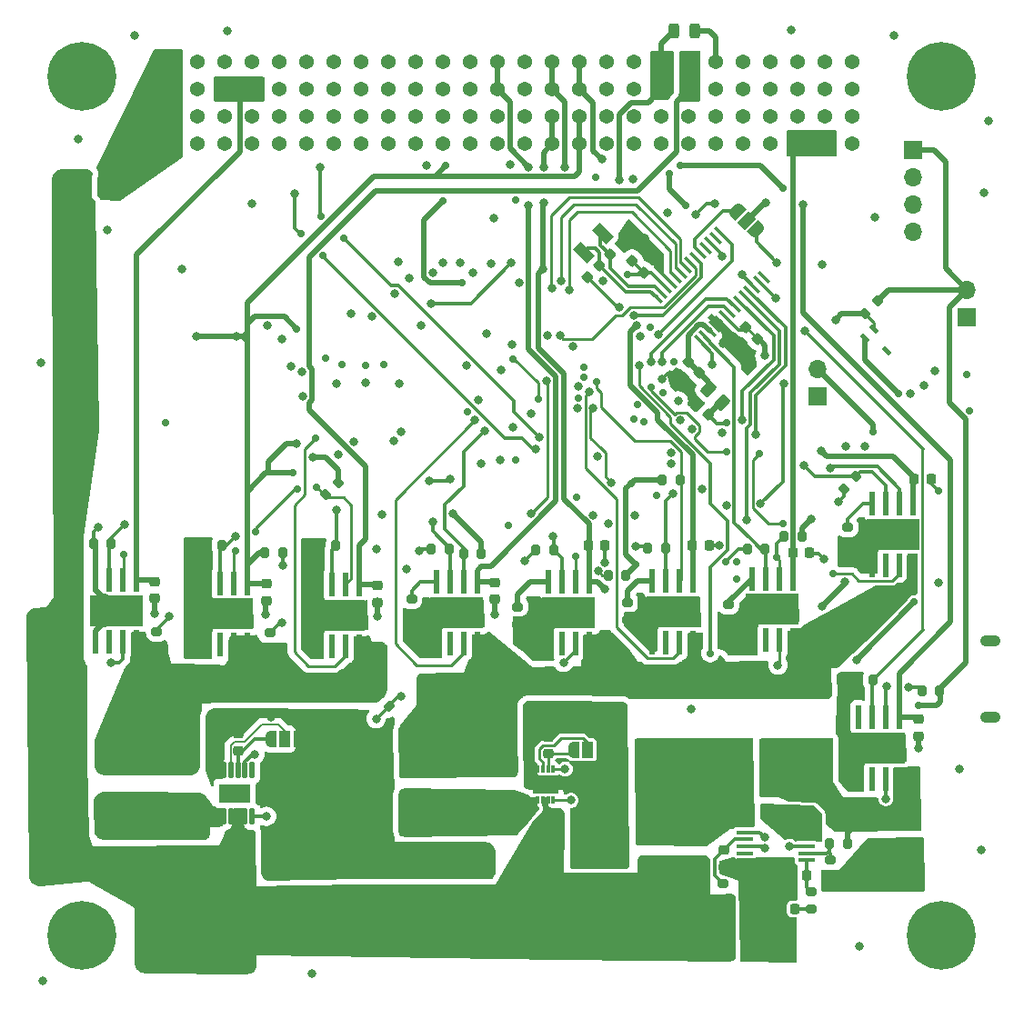
<source format=gbr>
%TF.GenerationSoftware,KiCad,Pcbnew,8.0.5*%
%TF.CreationDate,2024-10-21T02:11:06+05:30*%
%TF.ProjectId,EPS_PDB,4550535f-5044-4422-9e6b-696361645f70,rev?*%
%TF.SameCoordinates,Original*%
%TF.FileFunction,Copper,L1,Top*%
%TF.FilePolarity,Positive*%
%FSLAX46Y46*%
G04 Gerber Fmt 4.6, Leading zero omitted, Abs format (unit mm)*
G04 Created by KiCad (PCBNEW 8.0.5) date 2024-10-21 02:11:06*
%MOMM*%
%LPD*%
G01*
G04 APERTURE LIST*
G04 Aperture macros list*
%AMRoundRect*
0 Rectangle with rounded corners*
0 $1 Rounding radius*
0 $2 $3 $4 $5 $6 $7 $8 $9 X,Y pos of 4 corners*
0 Add a 4 corners polygon primitive as box body*
4,1,4,$2,$3,$4,$5,$6,$7,$8,$9,$2,$3,0*
0 Add four circle primitives for the rounded corners*
1,1,$1+$1,$2,$3*
1,1,$1+$1,$4,$5*
1,1,$1+$1,$6,$7*
1,1,$1+$1,$8,$9*
0 Add four rect primitives between the rounded corners*
20,1,$1+$1,$2,$3,$4,$5,0*
20,1,$1+$1,$4,$5,$6,$7,0*
20,1,$1+$1,$6,$7,$8,$9,0*
20,1,$1+$1,$8,$9,$2,$3,0*%
%AMRotRect*
0 Rectangle, with rotation*
0 The origin of the aperture is its center*
0 $1 length*
0 $2 width*
0 $3 Rotation angle, in degrees counterclockwise*
0 Add horizontal line*
21,1,$1,$2,0,0,$3*%
%AMFreePoly0*
4,1,19,0.550000,-0.750000,0.000000,-0.750000,0.000000,-0.744912,-0.071157,-0.744911,-0.207708,-0.704816,-0.327430,-0.627875,-0.420627,-0.520320,-0.479746,-0.390866,-0.500000,-0.250000,-0.500000,0.250000,-0.479746,0.390866,-0.420627,0.520320,-0.327430,0.627875,-0.207708,0.704816,-0.071157,0.744911,0.000000,0.744912,0.000000,0.750000,0.550000,0.750000,0.550000,-0.750000,0.550000,-0.750000,
$1*%
%AMFreePoly1*
4,1,19,0.000000,0.744912,0.071157,0.744911,0.207708,0.704816,0.327430,0.627875,0.420627,0.520320,0.479746,0.390866,0.500000,0.250000,0.500000,-0.250000,0.479746,-0.390866,0.420627,-0.520320,0.327430,-0.627875,0.207708,-0.704816,0.071157,-0.744911,0.000000,-0.744912,0.000000,-0.750000,-0.550000,-0.750000,-0.550000,0.750000,0.000000,0.750000,0.000000,0.744912,0.000000,0.744912,
$1*%
G04 Aperture macros list end*
%TA.AperFunction,SMDPad,CuDef*%
%ADD10RoundRect,0.200000X-0.200000X-0.275000X0.200000X-0.275000X0.200000X0.275000X-0.200000X0.275000X0*%
%TD*%
%TA.AperFunction,SMDPad,CuDef*%
%ADD11RoundRect,0.200000X-0.275000X0.200000X-0.275000X-0.200000X0.275000X-0.200000X0.275000X0.200000X0*%
%TD*%
%TA.AperFunction,SMDPad,CuDef*%
%ADD12RoundRect,0.200000X0.200000X0.275000X-0.200000X0.275000X-0.200000X-0.275000X0.200000X-0.275000X0*%
%TD*%
%TA.AperFunction,SMDPad,CuDef*%
%ADD13RoundRect,0.225000X0.017678X-0.335876X0.335876X-0.017678X-0.017678X0.335876X-0.335876X0.017678X0*%
%TD*%
%TA.AperFunction,SMDPad,CuDef*%
%ADD14R,0.500000X2.200000*%
%TD*%
%TA.AperFunction,SMDPad,CuDef*%
%ADD15R,4.900000X2.950000*%
%TD*%
%TA.AperFunction,ComponentPad*%
%ADD16C,0.400000*%
%TD*%
%TA.AperFunction,SMDPad,CuDef*%
%ADD17RoundRect,0.250000X0.325000X0.650000X-0.325000X0.650000X-0.325000X-0.650000X0.325000X-0.650000X0*%
%TD*%
%TA.AperFunction,SMDPad,CuDef*%
%ADD18RoundRect,0.225000X-0.017678X0.335876X-0.335876X0.017678X0.017678X-0.335876X0.335876X-0.017678X0*%
%TD*%
%TA.AperFunction,SMDPad,CuDef*%
%ADD19RoundRect,0.225000X0.225000X0.250000X-0.225000X0.250000X-0.225000X-0.250000X0.225000X-0.250000X0*%
%TD*%
%TA.AperFunction,SMDPad,CuDef*%
%ADD20RoundRect,0.250000X-0.650000X0.325000X-0.650000X-0.325000X0.650000X-0.325000X0.650000X0.325000X0*%
%TD*%
%TA.AperFunction,ComponentPad*%
%ADD21C,6.400000*%
%TD*%
%TA.AperFunction,ComponentPad*%
%ADD22R,1.370000X1.370000*%
%TD*%
%TA.AperFunction,ComponentPad*%
%ADD23C,1.370000*%
%TD*%
%TA.AperFunction,SMDPad,CuDef*%
%ADD24RoundRect,0.225000X-0.225000X-0.250000X0.225000X-0.250000X0.225000X0.250000X-0.225000X0.250000X0*%
%TD*%
%TA.AperFunction,SMDPad,CuDef*%
%ADD25R,0.304800X0.787400*%
%TD*%
%TA.AperFunction,SMDPad,CuDef*%
%ADD26R,2.489200X1.752600*%
%TD*%
%TA.AperFunction,SMDPad,CuDef*%
%ADD27RoundRect,0.051250X0.733750X0.153750X-0.733750X0.153750X-0.733750X-0.153750X0.733750X-0.153750X0*%
%TD*%
%TA.AperFunction,SMDPad,CuDef*%
%ADD28RoundRect,0.200000X0.053033X-0.335876X0.335876X-0.053033X-0.053033X0.335876X-0.335876X0.053033X0*%
%TD*%
%TA.AperFunction,SMDPad,CuDef*%
%ADD29FreePoly0,315.000000*%
%TD*%
%TA.AperFunction,SMDPad,CuDef*%
%ADD30RotRect,1.000000X1.500000X315.000000*%
%TD*%
%TA.AperFunction,SMDPad,CuDef*%
%ADD31FreePoly1,315.000000*%
%TD*%
%TA.AperFunction,SMDPad,CuDef*%
%ADD32RotRect,1.422400X0.355600X135.000000*%
%TD*%
%TA.AperFunction,SMDPad,CuDef*%
%ADD33RoundRect,0.250000X0.375000X0.625000X-0.375000X0.625000X-0.375000X-0.625000X0.375000X-0.625000X0*%
%TD*%
%TA.AperFunction,SMDPad,CuDef*%
%ADD34RoundRect,0.225000X-0.250000X0.225000X-0.250000X-0.225000X0.250000X-0.225000X0.250000X0.225000X0*%
%TD*%
%TA.AperFunction,SMDPad,CuDef*%
%ADD35RoundRect,0.400000X-3.275000X0.400000X-3.275000X-0.400000X3.275000X-0.400000X3.275000X0.400000X0*%
%TD*%
%TA.AperFunction,SMDPad,CuDef*%
%ADD36RotRect,1.000000X1.800000X225.000000*%
%TD*%
%TA.AperFunction,ComponentPad*%
%ADD37R,1.700000X1.700000*%
%TD*%
%TA.AperFunction,ComponentPad*%
%ADD38O,1.700000X1.700000*%
%TD*%
%TA.AperFunction,SMDPad,CuDef*%
%ADD39RoundRect,0.250000X-0.503814X-0.132583X-0.132583X-0.503814X0.503814X0.132583X0.132583X0.503814X0*%
%TD*%
%TA.AperFunction,SMDPad,CuDef*%
%ADD40FreePoly0,180.000000*%
%TD*%
%TA.AperFunction,SMDPad,CuDef*%
%ADD41R,1.000000X1.500000*%
%TD*%
%TA.AperFunction,SMDPad,CuDef*%
%ADD42FreePoly1,180.000000*%
%TD*%
%TA.AperFunction,SMDPad,CuDef*%
%ADD43RoundRect,0.200000X0.335876X0.053033X0.053033X0.335876X-0.335876X-0.053033X-0.053033X-0.335876X0*%
%TD*%
%TA.AperFunction,SMDPad,CuDef*%
%ADD44RoundRect,0.225000X0.335876X0.017678X0.017678X0.335876X-0.335876X-0.017678X-0.017678X-0.335876X0*%
%TD*%
%TA.AperFunction,SMDPad,CuDef*%
%ADD45RoundRect,0.060000X0.180000X-0.665000X0.180000X0.665000X-0.180000X0.665000X-0.180000X-0.665000X0*%
%TD*%
%TA.AperFunction,SMDPad,CuDef*%
%ADD46R,2.947000X1.753000*%
%TD*%
%TA.AperFunction,SMDPad,CuDef*%
%ADD47RoundRect,0.350000X2.050000X0.350000X-2.050000X0.350000X-2.050000X-0.350000X2.050000X-0.350000X0*%
%TD*%
%TA.AperFunction,SMDPad,CuDef*%
%ADD48RotRect,0.876300X0.406400X315.000000*%
%TD*%
%TA.AperFunction,SMDPad,CuDef*%
%ADD49RoundRect,0.225000X0.250000X-0.225000X0.250000X0.225000X-0.250000X0.225000X-0.250000X-0.225000X0*%
%TD*%
%TA.AperFunction,SMDPad,CuDef*%
%ADD50RoundRect,0.200000X-0.053033X0.335876X-0.335876X0.053033X0.053033X-0.335876X0.335876X-0.053033X0*%
%TD*%
%TA.AperFunction,SMDPad,CuDef*%
%ADD51RoundRect,0.250000X-0.325000X-0.650000X0.325000X-0.650000X0.325000X0.650000X-0.325000X0.650000X0*%
%TD*%
%TA.AperFunction,SMDPad,CuDef*%
%ADD52RoundRect,0.243750X-0.243750X-0.456250X0.243750X-0.456250X0.243750X0.456250X-0.243750X0.456250X0*%
%TD*%
%TA.AperFunction,ComponentPad*%
%ADD53O,1.900000X1.050000*%
%TD*%
%TA.AperFunction,ViaPad*%
%ADD54C,0.700000*%
%TD*%
%TA.AperFunction,ViaPad*%
%ADD55C,0.800000*%
%TD*%
%TA.AperFunction,Conductor*%
%ADD56C,0.500000*%
%TD*%
%TA.AperFunction,Conductor*%
%ADD57C,0.300000*%
%TD*%
%TA.AperFunction,Conductor*%
%ADD58C,0.250000*%
%TD*%
%TA.AperFunction,Conductor*%
%ADD59C,0.150000*%
%TD*%
G04 APERTURE END LIST*
D10*
%TO.P,R32,1,1*%
%TO.N,GND*%
X151807000Y-96690000D03*
%TO.P,R32,2,2*%
%TO.N,/EPS Power Distribution/ILM_5V_PAY*%
X153457000Y-96690000D03*
%TD*%
D11*
%TO.P,R15,1,1*%
%TO.N,/FLT_3V3_ANT*%
X126257000Y-104390000D03*
%TO.P,R15,2,2*%
%TO.N,/EPS Power Distribution/3.3V_BUS*%
X126257000Y-106040000D03*
%TD*%
D12*
%TO.P,R41,1,1*%
%TO.N,/STATUS_5V*%
X137982000Y-97015000D03*
%TO.P,R41,2,2*%
%TO.N,3V3_EPS*%
X136332000Y-97015000D03*
%TD*%
D13*
%TO.P,C20,1*%
%TO.N,/EPS Power Distribution/CLK_OUT_ADC*%
X168482000Y-69290000D03*
%TO.P,C20,2*%
%TO.N,GND*%
X169578016Y-68193984D03*
%TD*%
D14*
%TO.P,U17,1,GND*%
%TO.N,GND*%
X181682000Y-105190000D03*
%TO.P,U17,2,DVDT*%
%TO.N,unconnected-(U17-DVDT-Pad2)*%
X182951999Y-105190000D03*
%TO.P,U17,3,EN/UVLO*%
%TO.N,/EN_5V_COMM*%
X184221999Y-105190000D03*
%TO.P,U17,4,IN*%
%TO.N,/EPS Power Distribution/5V_BUS*%
X185491998Y-105190000D03*
%TO.P,U17,5,OUT*%
%TO.N,/5V_COMM*%
X185491998Y-99440000D03*
%TO.P,U17,6,~{FLT}*%
%TO.N,/FLT_5V_COMM*%
X184221999Y-99440000D03*
%TO.P,U17,7,ILM*%
%TO.N,/EPS Power Distribution/ILM_5V_COMM*%
X182951999Y-99440000D03*
%TO.P,U17,8,OVCSEL*%
%TO.N,Net-(U17-OVCSEL)*%
X181682000Y-99440000D03*
D15*
%TO.P,U17,9,EXP*%
%TO.N,GND*%
X183586999Y-102315000D03*
D16*
%TO.P,U17,10*%
%TO.N,N/C*%
X182286999Y-102965000D03*
%TO.P,U17,11*%
X182286999Y-101665000D03*
%TO.P,U17,12*%
X183586999Y-102964999D03*
%TO.P,U17,13*%
X183586999Y-101665001D03*
%TO.P,U17,14*%
X184886999Y-102965000D03*
%TO.P,U17,15*%
X184886999Y-101665000D03*
%TD*%
D17*
%TO.P,C48,1*%
%TO.N,GND*%
X165957000Y-121990000D03*
%TO.P,C48,2*%
%TO.N,/VBUS*%
X163007000Y-121990000D03*
%TD*%
D10*
%TO.P,R19,1,1*%
%TO.N,/FLT_5V_PAY*%
X154832000Y-97090000D03*
%TO.P,R19,2,2*%
%TO.N,3V3_EPS*%
X156482000Y-97090000D03*
%TD*%
D18*
%TO.P,C39,1*%
%TO.N,/EPS Power Distribution/1.25VREF*%
X182178016Y-77090000D03*
%TO.P,C39,2*%
%TO.N,GND*%
X181082000Y-78186016D03*
%TD*%
D19*
%TO.P,C22,1*%
%TO.N,GND*%
X180957000Y-131040000D03*
%TO.P,C22,2*%
%TO.N,/VBUS*%
X179407000Y-131040000D03*
%TD*%
D20*
%TO.P,C32,1*%
%TO.N,/EPS Power Distribution/12V_BUS*%
X196082000Y-122114998D03*
%TO.P,C32,2*%
%TO.N,GND*%
X196082000Y-125065000D03*
%TD*%
D21*
%TO.P,H4,1,1*%
%TO.N,GND*%
X119282000Y-132690000D03*
%TD*%
D22*
%TO.P,J4,1,Pin_1*%
%TO.N,/VBUS0*%
X127532000Y-53880000D03*
D23*
%TO.P,J4,2,Pin_2*%
X127532000Y-51340000D03*
%TO.P,J4,3,Pin_3*%
%TO.N,GND*%
X130072000Y-53880000D03*
%TO.P,J4,4,Pin_4*%
X130072000Y-51340000D03*
%TO.P,J4,5,Pin_5*%
%TO.N,/3V3_ANT*%
X132612000Y-53880000D03*
%TO.P,J4,6,Pin_6*%
%TO.N,GND*%
X132612000Y-51340000D03*
%TO.P,J4,7,Pin_7*%
%TO.N,/3V3_ANT*%
X135152000Y-53880000D03*
%TO.P,J4,8,Pin_8*%
%TO.N,GND*%
X135152000Y-51340000D03*
%TO.P,J4,9,Pin_9*%
%TO.N,/ANT_DEPLOY*%
X137692000Y-53880000D03*
%TO.P,J4,10,Pin_10*%
%TO.N,/ANT_DEPLOY_STATUS*%
X137692000Y-51340000D03*
%TO.P,J4,11,Pin_11*%
%TO.N,/CS_ANT*%
X140232000Y-53880000D03*
%TO.P,J4,12,Pin_12*%
%TO.N,unconnected-(J4-Pin_12-Pad12)*%
X140232000Y-51340000D03*
%TO.P,J4,13,Pin_13*%
%TO.N,unconnected-(J4-Pin_13-Pad13)*%
X142772000Y-53880000D03*
%TO.P,J4,14,Pin_14*%
%TO.N,unconnected-(J4-Pin_14-Pad14)*%
X142772000Y-51340000D03*
%TO.P,J4,15,Pin_15*%
%TO.N,unconnected-(J4-Pin_15-Pad15)*%
X145312000Y-53880000D03*
%TO.P,J4,16,Pin_16*%
%TO.N,unconnected-(J4-Pin_16-Pad16)*%
X145312000Y-51340000D03*
%TO.P,J4,17,Pin_17*%
%TO.N,unconnected-(J4-Pin_17-Pad17)*%
X147852000Y-53880000D03*
%TO.P,J4,18,Pin_18*%
%TO.N,unconnected-(J4-Pin_18-Pad18)*%
X147852000Y-51340000D03*
%TO.P,J4,19,Pin_19*%
%TO.N,/HEARTBEAT_OBC*%
X150392000Y-53880000D03*
%TO.P,J4,20,Pin_20*%
%TO.N,unconnected-(J4-Pin_20-Pad20)*%
X150392000Y-51340000D03*
%TO.P,J4,21,Pin_21*%
%TO.N,/HEARTBEAT_ADCS*%
X152932000Y-53880000D03*
%TO.P,J4,22,Pin_22*%
%TO.N,unconnected-(J4-Pin_22-Pad22)*%
X152932000Y-51340000D03*
%TO.P,J4,23,Pin_23*%
%TO.N,GND*%
X155472000Y-53880000D03*
%TO.P,J4,24,Pin_24*%
X155472000Y-51340000D03*
%TO.P,J4,25,Pin_25*%
%TO.N,/5V_PAY*%
X158012000Y-53880000D03*
%TO.P,J4,26,Pin_26*%
X158012000Y-51340000D03*
%TO.P,J4,27,Pin_27*%
%TO.N,GND*%
X160552000Y-53880000D03*
%TO.P,J4,28,Pin_28*%
X160552000Y-51340000D03*
%TO.P,J4,29,Pin_29*%
%TO.N,/5V_OBC*%
X163092000Y-53880000D03*
%TO.P,J4,30,Pin_30*%
X163092000Y-51340000D03*
%TO.P,J4,31,Pin_31*%
%TO.N,/12V_ADCS*%
X165632000Y-53880000D03*
%TO.P,J4,32,Pin_32*%
X165632000Y-51340000D03*
%TO.P,J4,33,Pin_33*%
%TO.N,unconnected-(J4-Pin_33-Pad33)*%
X168172000Y-53880000D03*
%TO.P,J4,34,Pin_34*%
%TO.N,unconnected-(J4-Pin_34-Pad34)*%
X168172000Y-51340000D03*
%TO.P,J4,35,Pin_35*%
%TO.N,unconnected-(J4-Pin_35-Pad35)*%
X170712000Y-53880000D03*
%TO.P,J4,36,Pin_36*%
%TO.N,unconnected-(J4-Pin_36-Pad36)*%
X170712000Y-51340000D03*
%TO.P,J4,37,Pin_37*%
%TO.N,/5V_ADCS*%
X173252000Y-53880000D03*
%TO.P,J4,38,Pin_38*%
X173252000Y-51340000D03*
%TO.P,J4,39,Pin_39*%
%TO.N,/3V3_ADCS*%
X175792000Y-53880000D03*
%TO.P,J4,40,Pin_40*%
X175792000Y-51340000D03*
%TO.P,J4,41,Pin_41*%
%TO.N,unconnected-(J4-Pin_41-Pad41)*%
X178332000Y-53880000D03*
%TO.P,J4,42,Pin_42*%
%TO.N,GND*%
X178332000Y-51340000D03*
%TO.P,J4,43,Pin_43*%
%TO.N,unconnected-(J4-Pin_43-Pad43)*%
X180872000Y-53880000D03*
%TO.P,J4,44,Pin_44*%
%TO.N,/I2C2_SCL*%
X180872000Y-51340000D03*
%TO.P,J4,45,Pin_45*%
%TO.N,unconnected-(J4-Pin_45-Pad45)*%
X183412000Y-53880000D03*
%TO.P,J4,46,Pin_46*%
%TO.N,/I2C2_SDA*%
X183412000Y-51340000D03*
%TO.P,J4,47,Pin_47*%
%TO.N,unconnected-(J4-Pin_47-Pad47)*%
X185952000Y-53880000D03*
%TO.P,J4,48,Pin_48*%
%TO.N,GND*%
X185952000Y-51340000D03*
%TO.P,J4,49,Pin_49*%
%TO.N,unconnected-(J4-Pin_49-Pad49)*%
X188492000Y-53880000D03*
%TO.P,J4,50,Pin_50*%
%TO.N,/I2C1_SCL*%
X188492000Y-51340000D03*
%TO.P,J4,51,Pin_51*%
%TO.N,unconnected-(J4-Pin_51-Pad51)*%
X191032000Y-53880000D03*
%TO.P,J4,52,Pin_52*%
%TO.N,/I2C1_SDA*%
X191032000Y-51340000D03*
%TD*%
D17*
%TO.P,C47,1*%
%TO.N,GND*%
X161557001Y-111990000D03*
%TO.P,C47,2*%
%TO.N,/EPS Power Distribution/5V_BUS*%
X158606999Y-111990000D03*
%TD*%
D24*
%TO.P,C27,1*%
%TO.N,GND*%
X184082000Y-130190000D03*
%TO.P,C27,2*%
%TO.N,Net-(C27-Pad2)*%
X185632000Y-130190000D03*
%TD*%
D13*
%TO.P,C30,1*%
%TO.N,3V3_EPS*%
X170533992Y-69838008D03*
%TO.P,C30,2*%
%TO.N,GND*%
X171630008Y-68741992D03*
%TD*%
D21*
%TO.P,H3,1,1*%
%TO.N,GND*%
X199282000Y-132690000D03*
%TD*%
D22*
%TO.P,J3,1,Pin_1*%
%TO.N,/VBUS0*%
X127532000Y-58960000D03*
D23*
%TO.P,J3,2,Pin_2*%
X127532000Y-56420000D03*
%TO.P,J3,3,Pin_3*%
%TO.N,GND*%
X130072000Y-58960000D03*
%TO.P,J3,4,Pin_4*%
X130072000Y-56420000D03*
%TO.P,J3,5,Pin_5*%
%TO.N,/RST_CC*%
X132612000Y-58960000D03*
%TO.P,J3,6,Pin_6*%
%TO.N,unconnected-(J3-Pin_6-Pad6)*%
X132612000Y-56420000D03*
%TO.P,J3,7,Pin_7*%
%TO.N,/UART1_RX*%
X135152000Y-58960000D03*
%TO.P,J3,8,Pin_8*%
%TO.N,unconnected-(J3-Pin_8-Pad8)*%
X135152000Y-56420000D03*
%TO.P,J3,9,Pin_9*%
%TO.N,/UART1_TX*%
X137692000Y-58960000D03*
%TO.P,J3,10,Pin_10*%
%TO.N,unconnected-(J3-Pin_10-Pad10)*%
X137692000Y-56420000D03*
%TO.P,J3,11,Pin_11*%
%TO.N,/UART1_RTS*%
X140232000Y-58960000D03*
%TO.P,J3,12,Pin_12*%
%TO.N,unconnected-(J3-Pin_12-Pad12)*%
X140232000Y-56420000D03*
%TO.P,J3,13,Pin_13*%
%TO.N,/UART1_CTS*%
X142772000Y-58960000D03*
%TO.P,J3,14,Pin_14*%
%TO.N,unconnected-(J3-Pin_14-Pad14)*%
X142772000Y-56420000D03*
%TO.P,J3,15,Pin_15*%
%TO.N,GND*%
X145312000Y-58960000D03*
%TO.P,J3,16,Pin_16*%
%TO.N,unconnected-(J3-Pin_16-Pad16)*%
X145312000Y-56420000D03*
%TO.P,J3,17,Pin_17*%
%TO.N,/CAN_A_L*%
X147852000Y-58960000D03*
%TO.P,J3,18,Pin_18*%
%TO.N,unconnected-(J3-Pin_18-Pad18)*%
X147852000Y-56420000D03*
%TO.P,J3,19,Pin_19*%
%TO.N,/CAN_A_H*%
X150392000Y-58960000D03*
%TO.P,J3,20,Pin_20*%
%TO.N,unconnected-(J3-Pin_20-Pad20)*%
X150392000Y-56420000D03*
%TO.P,J3,21,Pin_21*%
%TO.N,GND*%
X152932000Y-58960000D03*
%TO.P,J3,22,Pin_22*%
%TO.N,unconnected-(J3-Pin_22-Pad22)*%
X152932000Y-56420000D03*
%TO.P,J3,23,Pin_23*%
%TO.N,/CAN_B_L*%
X155472000Y-58960000D03*
%TO.P,J3,24,Pin_24*%
%TO.N,unconnected-(J3-Pin_24-Pad24)*%
X155472000Y-56420000D03*
%TO.P,J3,25,Pin_25*%
%TO.N,/CAN_B_H*%
X158012000Y-58960000D03*
%TO.P,J3,26,Pin_26*%
%TO.N,unconnected-(J3-Pin_26-Pad26)*%
X158012000Y-56420000D03*
%TO.P,J3,27,Pin_27*%
%TO.N,GND*%
X160552000Y-58960000D03*
%TO.P,J3,28,Pin_28*%
%TO.N,unconnected-(J3-Pin_28-Pad28)*%
X160552000Y-56420000D03*
%TO.P,J3,29,Pin_29*%
%TO.N,5V_EPS*%
X163092000Y-58960000D03*
%TO.P,J3,30,Pin_30*%
X163092000Y-56420000D03*
%TO.P,J3,31,Pin_31*%
%TO.N,3V3_EPS*%
X165632000Y-58960000D03*
%TO.P,J3,32,Pin_32*%
X165632000Y-56420000D03*
%TO.P,J3,33,Pin_33*%
%TO.N,unconnected-(J3-Pin_33-Pad33)*%
X168172000Y-58960000D03*
%TO.P,J3,34,Pin_34*%
%TO.N,unconnected-(J3-Pin_34-Pad34)*%
X168172000Y-56420000D03*
%TO.P,J3,35,Pin_35*%
%TO.N,/UART0_CTS*%
X170712000Y-58960000D03*
%TO.P,J3,36,Pin_36*%
%TO.N,unconnected-(J3-Pin_36-Pad36)*%
X170712000Y-56420000D03*
%TO.P,J3,37,Pin_37*%
%TO.N,/UART0_RTS*%
X173252000Y-58960000D03*
%TO.P,J3,38,Pin_38*%
%TO.N,unconnected-(J3-Pin_38-Pad38)*%
X173252000Y-56420000D03*
%TO.P,J3,39,Pin_39*%
%TO.N,/UART0_RX*%
X175792000Y-58960000D03*
%TO.P,J3,40,Pin_40*%
%TO.N,unconnected-(J3-Pin_40-Pad40)*%
X175792000Y-56420000D03*
%TO.P,J3,41,Pin_41*%
%TO.N,/UART0_TX*%
X178332000Y-58960000D03*
%TO.P,J3,42,Pin_42*%
%TO.N,unconnected-(J3-Pin_42-Pad42)*%
X178332000Y-56420000D03*
%TO.P,J3,43,Pin_43*%
%TO.N,unconnected-(J3-Pin_43-Pad43)*%
X180872000Y-58960000D03*
%TO.P,J3,44,Pin_44*%
%TO.N,unconnected-(J3-Pin_44-Pad44)*%
X180872000Y-56420000D03*
%TO.P,J3,45,Pin_45*%
%TO.N,unconnected-(J3-Pin_45-Pad45)*%
X183412000Y-58960000D03*
%TO.P,J3,46,Pin_46*%
%TO.N,unconnected-(J3-Pin_46-Pad46)*%
X183412000Y-56420000D03*
%TO.P,J3,47,Pin_47*%
%TO.N,/5V_COMM*%
X185952000Y-58960000D03*
%TO.P,J3,48,Pin_48*%
%TO.N,unconnected-(J3-Pin_48-Pad48)*%
X185952000Y-56420000D03*
%TO.P,J3,49,Pin_49*%
%TO.N,/5V_COMM*%
X188492000Y-58960000D03*
%TO.P,J3,50,Pin_50*%
%TO.N,unconnected-(J3-Pin_50-Pad50)*%
X188492000Y-56420000D03*
%TO.P,J3,51,Pin_51*%
%TO.N,unconnected-(J3-Pin_51-Pad51)*%
X191032000Y-58960000D03*
%TO.P,J3,52,Pin_52*%
%TO.N,unconnected-(J3-Pin_52-Pad52)*%
X191032000Y-56420000D03*
%TD*%
D25*
%TO.P,U19,1,SW*%
%TO.N,/EPS Power Distribution/SW_5V*%
X161681998Y-120090000D03*
%TO.P,U19,2,VIN*%
%TO.N,/VBUS*%
X162181999Y-120090000D03*
%TO.P,U19,3,RUN*%
X162681999Y-120090000D03*
%TO.P,U19,4,PGOOD*%
%TO.N,/STATUS_5V*%
X163182000Y-120090000D03*
%TO.P,U19,5,FB*%
%TO.N,/EPS Power Distribution/5V_BUS*%
X163182000Y-117169000D03*
%TO.P,U19,6,INTVCC*%
%TO.N,/EPS Power Distribution/INTVCC_5V*%
X162681999Y-117169000D03*
%TO.P,U19,7,MODE/SYNC*%
%TO.N,/EPS Power Distribution/MODE_5V*%
X162181999Y-117169000D03*
%TO.P,U19,8,GND_2*%
%TO.N,GND*%
X161681998Y-117169000D03*
D26*
%TO.P,U19,9,GND*%
X162431999Y-118629500D03*
%TD*%
D27*
%TO.P,U11,1,COMP*%
%TO.N,Net-(U11-COMP)*%
X186752000Y-125664999D03*
%TO.P,U11,2,FB*%
%TO.N,/EPS Power Distribution/FB_12V*%
X186752000Y-125015000D03*
%TO.P,U11,3,SHDN*%
%TO.N,/SHDN_12V*%
X186752000Y-124365001D03*
%TO.P,U11,4,AGND*%
%TO.N,GND*%
X186752000Y-123715000D03*
%TO.P,U11,5,PGND-1*%
X186752000Y-123065000D03*
%TO.P,U11,6,PGND*%
X186752000Y-122414999D03*
%TO.P,U11,7,PGND-3*%
X186752000Y-121765000D03*
%TO.P,U11,8,PGND-2*%
X186752000Y-121115001D03*
%TO.P,U11,9,SW-1*%
%TO.N,/EPS Power Distribution/SW_12V*%
X181012000Y-121115001D03*
%TO.P,U11,10,SW*%
X181012000Y-121765000D03*
%TO.P,U11,11,SW-2*%
X181012000Y-122414999D03*
%TO.P,U11,12,BYP*%
%TO.N,Net-(U11-BYP)*%
X181012000Y-123065000D03*
%TO.P,U11,13,VIN*%
%TO.N,/EPS Power Distribution/VIN_12V*%
X181012000Y-123715000D03*
%TO.P,U11,14,SS*%
%TO.N,Net-(U11-SS)*%
X181012000Y-124365001D03*
%TO.P,U11,15,FS*%
%TO.N,unconnected-(U11-FS-Pad15)*%
X181012000Y-125015000D03*
%TO.P,U11,16,TEST*%
%TO.N,GND*%
X181012000Y-125664999D03*
%TD*%
D24*
%TO.P,C42,1*%
%TO.N,/5V_ADCS*%
X196782000Y-90190000D03*
%TO.P,C42,2*%
%TO.N,GND*%
X198332000Y-90190000D03*
%TD*%
D12*
%TO.P,R28,1,1*%
%TO.N,/EPS Power Distribution/12V_BUS*%
X190532000Y-124140000D03*
%TO.P,R28,2,2*%
%TO.N,/EPS Power Distribution/FB_12V*%
X188882000Y-124140000D03*
%TD*%
D11*
%TO.P,R27,1,1*%
%TO.N,/EPS Power Distribution/VIN_12V*%
X178982000Y-127865000D03*
%TO.P,R27,2,2*%
%TO.N,/VBUS*%
X178982000Y-129515000D03*
%TD*%
D10*
%TO.P,R26,1,1*%
%TO.N,GND*%
X130657000Y-96339999D03*
%TO.P,R26,2,2*%
%TO.N,/EPS Power Distribution/ILM_3V3_EPS*%
X132307000Y-96339999D03*
%TD*%
D28*
%TO.P,R14,1,1*%
%TO.N,/FLT_3V3_ADCS*%
X141982000Y-91640000D03*
%TO.P,R14,2,2*%
%TO.N,3V3_EPS*%
X143148726Y-90473274D03*
%TD*%
D14*
%TO.P,U10,1,GND*%
%TO.N,GND*%
X152277001Y-105514999D03*
%TO.P,U10,2,DVDT*%
%TO.N,unconnected-(U10-DVDT-Pad2)*%
X153547000Y-105514999D03*
%TO.P,U10,3,EN/UVLO*%
%TO.N,/EN_5V_PAY*%
X154817000Y-105514999D03*
%TO.P,U10,4,IN*%
%TO.N,/EPS Power Distribution/5V_BUS*%
X156086999Y-105514999D03*
%TO.P,U10,5,OUT*%
%TO.N,/5V_PAY*%
X156086999Y-99764999D03*
%TO.P,U10,6,~{FLT}*%
%TO.N,/FLT_5V_PAY*%
X154817000Y-99764999D03*
%TO.P,U10,7,ILM*%
%TO.N,/EPS Power Distribution/ILM_5V_PAY*%
X153547000Y-99764999D03*
%TO.P,U10,8,OVCSEL*%
%TO.N,Net-(U10-OVCSEL)*%
X152277001Y-99764999D03*
D15*
%TO.P,U10,9,EXP*%
%TO.N,GND*%
X154182000Y-102639999D03*
D16*
%TO.P,U10,10*%
%TO.N,N/C*%
X152882000Y-103289999D03*
%TO.P,U10,11*%
X152882000Y-101989999D03*
%TO.P,U10,12*%
X154182000Y-103289998D03*
%TO.P,U10,13*%
X154182000Y-101990000D03*
%TO.P,U10,14*%
X155482000Y-103289999D03*
%TO.P,U10,15*%
X155482000Y-101989999D03*
%TD*%
D29*
%TO.P,JP5,1,A*%
%TO.N,/RESET_ADC*%
X180262761Y-65170761D03*
D30*
%TO.P,JP5,2,C*%
%TO.N,3V3_EPS*%
X181182000Y-66090000D03*
D31*
%TO.P,JP5,3,B*%
%TO.N,/RESET_ADC*%
X182101239Y-67009239D03*
%TD*%
D11*
%TO.P,R34,1,1*%
%TO.N,Net-(U13-OVCSEL)*%
X170082000Y-101665000D03*
%TO.P,R34,2,2*%
%TO.N,GND*%
X170082000Y-103315000D03*
%TD*%
D18*
%TO.P,C35,1*%
%TO.N,+3.3VA*%
X176778016Y-80293984D03*
%TO.P,C35,2*%
%TO.N,GND*%
X175682000Y-81390000D03*
%TD*%
D32*
%TO.P,U14,1,AIN7*%
%TO.N,/EPS Power Distribution/ILM_5V_ADCS*%
X176848053Y-77318943D03*
%TO.P,U14,2,AIN8*%
%TO.N,/EPS Power Distribution/ILM_5V_COMM*%
X177297066Y-76869931D03*
%TO.P,U14,3,AVDD*%
%TO.N,+3.3VA*%
X177764039Y-76402957D03*
%TO.P,U14,4,AGND*%
%TO.N,GND*%
X178213052Y-75953944D03*
%TO.P,U14,5,REFIN1(-)*%
X178680026Y-75486971D03*
%TO.P,U14,6,REFIN1(+)*%
%TO.N,/EPS Power Distribution/1.25VREF*%
X179146999Y-75019998D03*
%TO.P,U14,7,AIN1*%
%TO.N,/EPS Power Distribution/ILM_3V3_ADCS*%
X179596012Y-74570985D03*
%TO.P,U14,8,AIN2*%
%TO.N,/EPS Power Distribution/ILM_3V3_ANT*%
X180062985Y-74104012D03*
%TO.P,U14,9,AIN3*%
%TO.N,/EPS Power Distribution/ILM_3V3_EPS*%
X180511998Y-73654999D03*
%TO.P,U14,10,AIN4*%
%TO.N,/EPS Power Distribution/ILM_5V_PAY*%
X180978971Y-73188026D03*
%TO.P,U14,11,AIN5*%
%TO.N,/EPS Power Distribution/ILM_5V_EPS*%
X181445944Y-72721052D03*
%TO.P,U14,12,AINCOM*%
%TO.N,GND*%
X181894957Y-72272039D03*
%TO.P,U14,13,REFIN2(+)/AIN9*%
%TO.N,/EPS Power Distribution/ILM_12V_ADCS*%
X182361931Y-71805066D03*
%TO.P,U14,14,REFIN2(-)/AIN10*%
%TO.N,unconnected-(U14-REFIN2(-){slash}AIN10-Pad14)*%
X182810943Y-71356053D03*
%TO.P,U14,15,AIN6*%
%TO.N,/EPS Power Distribution/ILM_5V_OBC*%
X178715947Y-67261057D03*
%TO.P,U14,16,P2*%
%TO.N,unconnected-(U14-P2-Pad16)*%
X178266934Y-67710069D03*
%TO.P,U14,17,AGND_2*%
%TO.N,GND*%
X177799961Y-68177043D03*
%TO.P,U14,18,P1*%
%TO.N,unconnected-(U14-P1-Pad18)*%
X177350948Y-68626056D03*
%TO.P,U14,19,~RESET*%
%TO.N,/RESET_ADC*%
X176883974Y-69093029D03*
%TO.P,U14,20,SCLK*%
%TO.N,/SPI_SCLK*%
X176417001Y-69560002D03*
%TO.P,U14,21,~CS*%
%TO.N,/SPI_CS*%
X175967988Y-70009015D03*
%TO.P,U14,22,~RDY*%
%TO.N,/RDY_ADC*%
X175501015Y-70475988D03*
%TO.P,U14,23,DOUT*%
%TO.N,/SPI_MISO*%
X175052002Y-70925001D03*
%TO.P,U14,24,DIN*%
%TO.N,/SPI_MOSI*%
X174585029Y-71391974D03*
%TO.P,U14,25,DGND*%
%TO.N,GND*%
X174118056Y-71858948D03*
%TO.P,U14,26,DVDD*%
%TO.N,3V3_EPS*%
X173669043Y-72307961D03*
%TO.P,U14,27,XTAL2*%
%TO.N,/EPS Power Distribution/CLK_OUT_ADC*%
X173202069Y-72774934D03*
%TO.P,U14,28,XTAL1*%
%TO.N,/EPS Power Distribution/CLK_IN_ADC*%
X172753057Y-73223947D03*
%TD*%
D21*
%TO.P,H2,1,1*%
%TO.N,GND*%
X199282000Y-52690000D03*
%TD*%
D33*
%TO.P,D6,1,K*%
%TO.N,/EPS Power Distribution/12V_BUS*%
X183282000Y-117840000D03*
%TO.P,D6,2,A*%
%TO.N,/EPS Power Distribution/SW_12V*%
X180482002Y-117840000D03*
%TD*%
D11*
%TO.P,R16,1,1*%
%TO.N,/FLT_3V3_EPS*%
X136782000Y-104465000D03*
%TO.P,R16,2,2*%
%TO.N,/EPS Power Distribution/3.3V_BUS*%
X136782000Y-106115000D03*
%TD*%
D34*
%TO.P,C45,1*%
%TO.N,/12V_ADCS*%
X197207000Y-112540000D03*
%TO.P,C45,2*%
%TO.N,GND*%
X197207000Y-114090000D03*
%TD*%
D10*
%TO.P,R43,1,1*%
%TO.N,GND*%
X191257000Y-108890000D03*
%TO.P,R43,2,2*%
%TO.N,/EPS Power Distribution/ILM_12V_ADCS*%
X192907000Y-108890000D03*
%TD*%
D35*
%TO.P,L3,1,1*%
%TO.N,/EPS Power Distribution/5V_BUS*%
X154939500Y-115732500D03*
%TO.P,L3,2,2*%
%TO.N,/EPS Power Distribution/SW_5V*%
X154939500Y-120732500D03*
%TD*%
D36*
%TO.P,Y2,1,1*%
%TO.N,/EPS Power Distribution/CLK_IN_ADC*%
X165998117Y-69073883D03*
%TO.P,Y2,2,2*%
%TO.N,/EPS Power Distribution/CLK_OUT_ADC*%
X167765883Y-67306117D03*
%TD*%
D35*
%TO.P,L2,1,1*%
%TO.N,/EPS Power Distribution/3.3V_BUS*%
X125759250Y-116217500D03*
%TO.P,L2,2,2*%
%TO.N,/EPS Power Distribution/SW_3V3*%
X125759250Y-121217500D03*
%TD*%
D34*
%TO.P,C21,1*%
%TO.N,3V3_EPS*%
X136482000Y-99940000D03*
%TO.P,C21,2*%
%TO.N,GND*%
X136482000Y-101490000D03*
%TD*%
D37*
%TO.P,JP1,1,A*%
%TO.N,VUSB*%
X187792000Y-82435000D03*
D38*
%TO.P,JP1,2,B*%
%TO.N,5V_EPS*%
X187792000Y-79895000D03*
%TD*%
D39*
%TO.P,120R2,1*%
%TO.N,+3.3VA*%
X177636765Y-81744765D03*
%TO.P,120R2,2*%
%TO.N,3V3_EPS*%
X178927235Y-83035235D03*
%TD*%
D18*
%TO.P,C38,1*%
%TO.N,/EPS Power Distribution/1.25VREF*%
X181082000Y-75990000D03*
%TO.P,C38,2*%
%TO.N,GND*%
X179985984Y-77086016D03*
%TD*%
D40*
%TO.P,JP6,1,A*%
%TO.N,GND*%
X167682000Y-115390000D03*
D41*
%TO.P,JP6,2,C*%
%TO.N,/EPS Power Distribution/MODE_5V*%
X166382000Y-115390000D03*
D42*
%TO.P,JP6,3,B*%
%TO.N,/EPS Power Distribution/INTVCC_5V*%
X165082000Y-115390000D03*
%TD*%
D43*
%TO.P,R42,2,2*%
%TO.N,/EPS Power Distribution/3.3V_BUS*%
X146698637Y-110206637D03*
%TO.P,R42,1,1*%
%TO.N,/STATUS_3V3*%
X147865363Y-111373363D03*
%TD*%
D20*
%TO.P,C31,1*%
%TO.N,/EPS Power Distribution/12V_BUS*%
X193532000Y-122139998D03*
%TO.P,C31,2*%
%TO.N,GND*%
X193532000Y-125090000D03*
%TD*%
D10*
%TO.P,R24,1,1*%
%TO.N,/FLT_5V_COMM*%
X184657000Y-95465000D03*
%TO.P,R24,2,2*%
%TO.N,3V3_EPS*%
X186307000Y-95465000D03*
%TD*%
D11*
%TO.P,R29,1,1*%
%TO.N,Net-(U11-COMP)*%
X187207000Y-128590000D03*
%TO.P,R29,2,2*%
%TO.N,Net-(C27-Pad2)*%
X187207000Y-130240000D03*
%TD*%
D10*
%TO.P,R35,1,1*%
%TO.N,GND*%
X161557000Y-96790000D03*
%TO.P,R35,2,2*%
%TO.N,/EPS Power Distribution/ILM_5V_EPS*%
X163207000Y-96790000D03*
%TD*%
D14*
%TO.P,U9,1,GND*%
%TO.N,GND*%
X130877001Y-105615000D03*
%TO.P,U9,2,DVDT*%
%TO.N,unconnected-(U9-DVDT-Pad2)*%
X132147000Y-105615000D03*
%TO.P,U9,3,EN/UVLO*%
%TO.N,/EPS Power Distribution/3.3V_BUS*%
X133417000Y-105615000D03*
%TO.P,U9,4,IN*%
X134686999Y-105615000D03*
%TO.P,U9,5,OUT*%
%TO.N,3V3_EPS*%
X134686999Y-99865000D03*
%TO.P,U9,6,~{FLT}*%
%TO.N,/FLT_3V3_EPS*%
X133417000Y-99865000D03*
%TO.P,U9,7,ILM*%
%TO.N,/EPS Power Distribution/ILM_3V3_EPS*%
X132147000Y-99865000D03*
%TO.P,U9,8,OVCSEL*%
%TO.N,GND*%
X130877001Y-99865000D03*
D15*
%TO.P,U9,9,EXP*%
X132782000Y-102740000D03*
D16*
%TO.P,U9,10*%
%TO.N,N/C*%
X131482000Y-103390000D03*
%TO.P,U9,11*%
X131482000Y-102090000D03*
%TO.P,U9,12*%
X132782000Y-103389999D03*
%TO.P,U9,13*%
X132782000Y-102090001D03*
%TO.P,U9,14*%
X134082000Y-103390000D03*
%TO.P,U9,15*%
X134082000Y-102090000D03*
%TD*%
D14*
%TO.P,U13,1,GND*%
%TO.N,GND*%
X172377001Y-105415000D03*
%TO.P,U13,2,DVDT*%
%TO.N,unconnected-(U13-DVDT-Pad2)*%
X173647000Y-105415000D03*
%TO.P,U13,3,EN/UVLO*%
%TO.N,/EN_5V_OBC*%
X174917000Y-105415000D03*
%TO.P,U13,4,IN*%
%TO.N,/EPS Power Distribution/5V_BUS*%
X176186999Y-105415000D03*
%TO.P,U13,5,OUT*%
%TO.N,/5V_OBC*%
X176186999Y-99665000D03*
%TO.P,U13,6,~{FLT}*%
%TO.N,/FLT_5V_OBC*%
X174917000Y-99665000D03*
%TO.P,U13,7,ILM*%
%TO.N,/EPS Power Distribution/ILM_5V_OBC*%
X173647000Y-99665000D03*
%TO.P,U13,8,OVCSEL*%
%TO.N,Net-(U13-OVCSEL)*%
X172377001Y-99665000D03*
D15*
%TO.P,U13,9,EXP*%
%TO.N,GND*%
X174282000Y-102540000D03*
D16*
%TO.P,U13,10*%
%TO.N,N/C*%
X172982000Y-103190000D03*
%TO.P,U13,11*%
X172982000Y-101890000D03*
%TO.P,U13,12*%
X174282000Y-103189999D03*
%TO.P,U13,13*%
X174282000Y-101890001D03*
%TO.P,U13,14*%
X175582000Y-103190000D03*
%TO.P,U13,15*%
X175582000Y-101890000D03*
%TD*%
D44*
%TO.P,C37,1*%
%TO.N,3V3_EPS*%
X177582000Y-84190000D03*
%TO.P,C37,2*%
%TO.N,GND*%
X176485984Y-83093984D03*
%TD*%
D14*
%TO.P,U16,1,GND*%
%TO.N,GND*%
X192877001Y-98215000D03*
%TO.P,U16,2,DVDT*%
%TO.N,unconnected-(U16-DVDT-Pad2)*%
X194147000Y-98215000D03*
%TO.P,U16,3,EN/UVLO*%
%TO.N,/EN_5V_ADCS*%
X195417000Y-98215000D03*
%TO.P,U16,4,IN*%
%TO.N,/EPS Power Distribution/5V_BUS*%
X196686999Y-98215000D03*
%TO.P,U16,5,OUT*%
%TO.N,/5V_ADCS*%
X196686999Y-92465000D03*
%TO.P,U16,6,~{FLT}*%
%TO.N,/FLT_5V_ADCS*%
X195417000Y-92465000D03*
%TO.P,U16,7,ILM*%
%TO.N,/EPS Power Distribution/ILM_5V_ADCS*%
X194147000Y-92465000D03*
%TO.P,U16,8,OVCSEL*%
%TO.N,Net-(U16-OVCSEL)*%
X192877001Y-92465000D03*
D15*
%TO.P,U16,9,EXP*%
%TO.N,GND*%
X194782000Y-95340000D03*
D16*
%TO.P,U16,10*%
%TO.N,N/C*%
X193482000Y-95990000D03*
%TO.P,U16,11*%
X193482000Y-94690000D03*
%TO.P,U16,12*%
X194782000Y-95989999D03*
%TO.P,U16,13*%
X194782000Y-94690001D03*
%TO.P,U16,14*%
X196082000Y-95990000D03*
%TO.P,U16,15*%
X196082000Y-94690000D03*
%TD*%
D11*
%TO.P,R38,1,1*%
%TO.N,Net-(U17-OVCSEL)*%
X179482000Y-101865000D03*
%TO.P,R38,2,2*%
%TO.N,GND*%
X179482000Y-103515000D03*
%TD*%
D45*
%TO.P,U15,1,SW*%
%TO.N,/EPS Power Distribution/SW_3V3*%
X131882000Y-121610000D03*
%TO.P,U15,2,SW*%
X132532000Y-121610000D03*
%TO.P,U15,3,Vin*%
%TO.N,/VBUS*%
X133182000Y-121610000D03*
%TO.P,U15,4,Vin*%
X133832000Y-121610000D03*
%TO.P,U15,5,RUN*%
X134482000Y-121610000D03*
%TO.P,U15,6,PGOOD*%
%TO.N,/STATUS_3V3*%
X135132000Y-121610000D03*
%TO.P,U15,7,NC*%
%TO.N,unconnected-(U15-NC-Pad7)*%
X135132000Y-117290000D03*
%TO.P,U15,8,FB*%
%TO.N,/EPS Power Distribution/3.3V_BUS*%
X134482000Y-117290000D03*
%TO.P,U15,9,INTVCC*%
%TO.N,/EPS Power Distribution/INTVCC_3V3*%
X133832000Y-117290000D03*
%TO.P,U15,10,MODE/SYNC*%
%TO.N,/EPS Power Distribution/MODE_3V3*%
X133182000Y-117290000D03*
%TO.P,U15,11,GND*%
%TO.N,GND*%
X132532000Y-117290000D03*
%TO.P,U15,12,GND*%
X131882000Y-117290000D03*
D46*
%TO.P,U15,13*%
%TO.N,N/C*%
X133507000Y-119450000D03*
%TD*%
D47*
%TO.P,L1,2,2*%
%TO.N,/EPS Power Distribution/SW_12V*%
X174622000Y-122890000D03*
%TO.P,L1,1,1*%
%TO.N,/VBUS*%
X174602000Y-126360000D03*
%TD*%
D34*
%TO.P,C17,1*%
%TO.N,/3V3_ADCS*%
X146782000Y-100115000D03*
%TO.P,C17,2*%
%TO.N,GND*%
X146782000Y-101665000D03*
%TD*%
D24*
%TO.P,C25,1*%
%TO.N,GND*%
X185232000Y-127065000D03*
%TO.P,C25,2*%
%TO.N,Net-(U11-COMP)*%
X186782000Y-127065000D03*
%TD*%
%TO.P,C33,1*%
%TO.N,5V_EPS*%
X166457000Y-96365000D03*
%TO.P,C33,2*%
%TO.N,GND*%
X168007000Y-96365000D03*
%TD*%
D34*
%TO.P,C26,1*%
%TO.N,/5V_PAY*%
X157732000Y-99815000D03*
%TO.P,C26,2*%
%TO.N,GND*%
X157732000Y-101365000D03*
%TD*%
%TO.P,C46,1*%
%TO.N,GND*%
X162682000Y-114215000D03*
%TO.P,C46,2*%
%TO.N,/EPS Power Distribution/INTVCC_5V*%
X162682000Y-115765000D03*
%TD*%
%TO.P,C18,1*%
%TO.N,/3V3_ANT*%
X126082000Y-99715000D03*
%TO.P,C18,2*%
%TO.N,GND*%
X126082000Y-101265000D03*
%TD*%
D48*
%TO.P,U8,3,NC\u002A*%
%TO.N,unconnected-(U8-NC\u002A-Pad3)*%
X194182000Y-78190000D03*
%TO.P,U8,2,ANODE*%
%TO.N,GND*%
X192150837Y-77078074D03*
%TO.P,U8,1,CATHODE*%
%TO.N,/EPS Power Distribution/1.25VREF*%
X193070074Y-76158837D03*
%TD*%
D49*
%TO.P,C23,1*%
%TO.N,GND*%
X179032000Y-126290000D03*
%TO.P,C23,2*%
%TO.N,/EPS Power Distribution/VIN_12V*%
X179032000Y-124740000D03*
%TD*%
D14*
%TO.P,U18,1,GND*%
%TO.N,GND*%
X191577001Y-118114999D03*
%TO.P,U18,2,DVDT*%
%TO.N,unconnected-(U18-DVDT-Pad2)*%
X192847000Y-118114999D03*
%TO.P,U18,3,EN/UVLO*%
%TO.N,/EN_12V_ADCS*%
X194117000Y-118114999D03*
%TO.P,U18,4,IN*%
%TO.N,/EPS Power Distribution/12V_BUS*%
X195386999Y-118114999D03*
%TO.P,U18,5,OUT*%
%TO.N,/12V_ADCS*%
X195386999Y-112364999D03*
%TO.P,U18,6,~{FLT}*%
%TO.N,/FLT_12V_ADCS*%
X194117000Y-112364999D03*
%TO.P,U18,7,ILM*%
%TO.N,/EPS Power Distribution/ILM_12V_ADCS*%
X192847000Y-112364999D03*
%TO.P,U18,8,OVCSEL*%
%TO.N,unconnected-(U18-OVCSEL-Pad8)*%
X191577001Y-112364999D03*
D15*
%TO.P,U18,9,EXP*%
%TO.N,GND*%
X193482000Y-115239999D03*
D16*
%TO.P,U18,10*%
%TO.N,N/C*%
X192182000Y-115889999D03*
%TO.P,U18,11*%
X192182000Y-114589999D03*
%TO.P,U18,12*%
X193482000Y-115889998D03*
%TO.P,U18,13*%
X193482000Y-114590000D03*
%TO.P,U18,14*%
X194782000Y-115889999D03*
%TO.P,U18,15*%
X194782000Y-114589999D03*
%TD*%
D37*
%TO.P,J2,1,Pin_1*%
%TO.N,3V3_EPS*%
X196632000Y-59550001D03*
D38*
%TO.P,J2,2,Pin_2*%
%TO.N,/SWDIO*%
X196632000Y-62090001D03*
%TO.P,J2,3,Pin_3*%
%TO.N,/SWCLK*%
X196632000Y-64630000D03*
%TO.P,J2,4,Pin_4*%
%TO.N,GND*%
X196632000Y-67170001D03*
%TD*%
D50*
%TO.P,R21,1*%
%TO.N,3V3_EPS*%
X193365363Y-73606637D03*
%TO.P,R21,2*%
%TO.N,/EPS Power Distribution/1.25VREF*%
X192198637Y-74773363D03*
%TD*%
D10*
%TO.P,R36,1,1*%
%TO.N,GND*%
X171957000Y-96590000D03*
%TO.P,R36,2,2*%
%TO.N,/EPS Power Distribution/ILM_5V_OBC*%
X173607000Y-96590000D03*
%TD*%
%TO.P,R25,1,1*%
%TO.N,/FLT_12V_ADCS*%
X197507000Y-109890000D03*
%TO.P,R25,2,2*%
%TO.N,3V3_EPS*%
X199157000Y-109890000D03*
%TD*%
D11*
%TO.P,R37,1,1*%
%TO.N,Net-(U16-OVCSEL)*%
X190582000Y-94665000D03*
%TO.P,R37,2,2*%
%TO.N,GND*%
X190582000Y-96315000D03*
%TD*%
D34*
%TO.P,C41,1*%
%TO.N,GND*%
X133882000Y-113915000D03*
%TO.P,C41,2*%
%TO.N,/EPS Power Distribution/INTVCC_3V3*%
X133882000Y-115465000D03*
%TD*%
D18*
%TO.P,C36,1*%
%TO.N,+3.3VA*%
X175728016Y-79241992D03*
%TO.P,C36,2*%
%TO.N,GND*%
X174632000Y-80338008D03*
%TD*%
D10*
%TO.P,R40,1,1*%
%TO.N,GND*%
X181257000Y-96690000D03*
%TO.P,R40,2,2*%
%TO.N,/EPS Power Distribution/ILM_5V_COMM*%
X182907000Y-96690000D03*
%TD*%
D11*
%TO.P,R31,1,1*%
%TO.N,Net-(U10-OVCSEL)*%
X149982000Y-101365000D03*
%TO.P,R31,2,2*%
%TO.N,GND*%
X149982000Y-103015000D03*
%TD*%
D10*
%TO.P,R18,1,1*%
%TO.N,GND*%
X120357001Y-96190000D03*
%TO.P,R18,2,2*%
%TO.N,/EPS Power Distribution/ILM_3V3_ANT*%
X122007001Y-96190000D03*
%TD*%
D14*
%TO.P,U12,1,GND*%
%TO.N,GND*%
X162677000Y-105515000D03*
%TO.P,U12,2,DVDT*%
%TO.N,unconnected-(U12-DVDT-Pad2)*%
X163947000Y-105515000D03*
%TO.P,U12,3,EN/UVLO*%
%TO.N,/EN_5V_EPS*%
X165217000Y-105515000D03*
%TO.P,U12,4,IN*%
%TO.N,/EPS Power Distribution/5V_BUS*%
X166487000Y-105515000D03*
%TO.P,U12,5,OUT*%
%TO.N,5V_EPS*%
X166487000Y-99765000D03*
%TO.P,U12,6,~{FLT}*%
%TO.N,/FLT_5V_EPS*%
X165217000Y-99765000D03*
%TO.P,U12,7,ILM*%
%TO.N,/EPS Power Distribution/ILM_5V_EPS*%
X163947000Y-99765000D03*
%TO.P,U12,8,OVCSEL*%
%TO.N,Net-(U12-OVCSEL)*%
X162677000Y-99765000D03*
D15*
%TO.P,U12,9,EXP*%
%TO.N,GND*%
X164582000Y-102640000D03*
D16*
%TO.P,U12,10*%
%TO.N,N/C*%
X163282000Y-103290000D03*
%TO.P,U12,11*%
X163282000Y-101990000D03*
%TO.P,U12,12*%
X164582000Y-103290000D03*
%TO.P,U12,13*%
X164582000Y-101990000D03*
%TO.P,U12,14*%
X165882000Y-103290000D03*
%TO.P,U12,15*%
X165882000Y-101990000D03*
%TD*%
D14*
%TO.P,U7,1,GND*%
%TO.N,GND*%
X120577001Y-105315000D03*
%TO.P,U7,2,DVDT*%
%TO.N,unconnected-(U7-DVDT-Pad2)*%
X121847000Y-105315000D03*
%TO.P,U7,3,EN/UVLO*%
%TO.N,/EN_3V3_ANT*%
X123117000Y-105315000D03*
%TO.P,U7,4,IN*%
%TO.N,/EPS Power Distribution/3.3V_BUS*%
X124386999Y-105315000D03*
%TO.P,U7,5,OUT*%
%TO.N,/3V3_ANT*%
X124386999Y-99565000D03*
%TO.P,U7,6,~{FLT}*%
%TO.N,/FLT_3V3_ANT*%
X123117000Y-99565000D03*
%TO.P,U7,7,ILM*%
%TO.N,/EPS Power Distribution/ILM_3V3_ANT*%
X121847000Y-99565000D03*
%TO.P,U7,8,OVCSEL*%
%TO.N,GND*%
X120577001Y-99565000D03*
D15*
%TO.P,U7,9,EXP*%
X122482000Y-102440000D03*
D16*
%TO.P,U7,10*%
%TO.N,N/C*%
X121182000Y-103090000D03*
%TO.P,U7,11*%
X121182000Y-101790000D03*
%TO.P,U7,12*%
X122482000Y-103089999D03*
%TO.P,U7,13*%
X122482000Y-101790001D03*
%TO.P,U7,14*%
X123782000Y-103090000D03*
%TO.P,U7,15*%
X123782000Y-101790000D03*
%TD*%
D18*
%TO.P,C19,1*%
%TO.N,/EPS Power Distribution/CLK_IN_ADC*%
X167482000Y-70290000D03*
%TO.P,C19,2*%
%TO.N,GND*%
X166385984Y-71386016D03*
%TD*%
D24*
%TO.P,C34,1*%
%TO.N,/5V_OBC*%
X176132000Y-96315000D03*
%TO.P,C34,2*%
%TO.N,GND*%
X177682000Y-96315000D03*
%TD*%
D51*
%TO.P,C40,1*%
%TO.N,/EPS Power Distribution/3.3V_BUS*%
X129132000Y-112590000D03*
%TO.P,C40,2*%
%TO.N,GND*%
X132082000Y-112590000D03*
%TD*%
D11*
%TO.P,R30,1,1*%
%TO.N,/EPS Power Distribution/FB_12V*%
X188932000Y-125665000D03*
%TO.P,R30,2,2*%
%TO.N,GND*%
X188932000Y-127315000D03*
%TD*%
D10*
%TO.P,R20,1,1*%
%TO.N,/FLT_5V_EPS*%
X168282000Y-99140000D03*
%TO.P,R20,2,2*%
%TO.N,3V3_EPS*%
X169932000Y-99140000D03*
%TD*%
D21*
%TO.P,H1,1,1*%
%TO.N,GND*%
X119282000Y-52690000D03*
%TD*%
D10*
%TO.P,R17,1,1*%
%TO.N,GND*%
X141257000Y-96390000D03*
%TO.P,R17,2,2*%
%TO.N,/EPS Power Distribution/ILM_3V3_ADCS*%
X142907000Y-96390000D03*
%TD*%
D24*
%TO.P,C43,1*%
%TO.N,/5V_COMM*%
X185507000Y-97065000D03*
%TO.P,C43,2*%
%TO.N,GND*%
X187057000Y-97065000D03*
%TD*%
D14*
%TO.P,U6,1,GND*%
%TO.N,GND*%
X141277001Y-105715000D03*
%TO.P,U6,2,DVDT*%
%TO.N,unconnected-(U6-DVDT-Pad2)*%
X142547000Y-105715000D03*
%TO.P,U6,3,EN/UVLO*%
%TO.N,/EN_3V3_ADCS*%
X143817000Y-105715000D03*
%TO.P,U6,4,IN*%
%TO.N,/EPS Power Distribution/3.3V_BUS*%
X145086999Y-105715000D03*
%TO.P,U6,5,OUT*%
%TO.N,/3V3_ADCS*%
X145086999Y-99965000D03*
%TO.P,U6,6,~{FLT}*%
%TO.N,/FLT_3V3_ADCS*%
X143817000Y-99965000D03*
%TO.P,U6,7,ILM*%
%TO.N,/EPS Power Distribution/ILM_3V3_ADCS*%
X142547000Y-99965000D03*
%TO.P,U6,8,OVCSEL*%
%TO.N,GND*%
X141277001Y-99965000D03*
D15*
%TO.P,U6,9,EXP*%
X143182000Y-102840000D03*
D16*
%TO.P,U6,10*%
%TO.N,N/C*%
X141882000Y-103490000D03*
%TO.P,U6,11*%
X141882000Y-102190000D03*
%TO.P,U6,12*%
X143182000Y-103489999D03*
%TO.P,U6,13*%
X143182000Y-102190001D03*
%TO.P,U6,14*%
X144482000Y-103490000D03*
%TO.P,U6,15*%
X144482000Y-102190000D03*
%TD*%
D11*
%TO.P,R33,1,1*%
%TO.N,Net-(U12-OVCSEL)*%
X159882000Y-102065000D03*
%TO.P,R33,2,2*%
%TO.N,GND*%
X159882000Y-103715000D03*
%TD*%
D28*
%TO.P,R39,1,1*%
%TO.N,GND*%
X190198637Y-91073363D03*
%TO.P,R39,2,2*%
%TO.N,/EPS Power Distribution/ILM_5V_ADCS*%
X191365363Y-89906637D03*
%TD*%
D37*
%TO.P,JP2,1,A*%
%TO.N,/VBUS0*%
X121592000Y-62940000D03*
D38*
%TO.P,JP2,2,B*%
%TO.N,/VBUS*%
X119052000Y-62940000D03*
%TD*%
D52*
%TO.P,D4,1,K*%
%TO.N,/5V_ADCS*%
X174444500Y-48440000D03*
%TO.P,D4,2,A*%
%TO.N,GND*%
X176319500Y-48440000D03*
%TD*%
D37*
%TO.P,JP3,1,A*%
%TO.N,/3V3_LDO*%
X201682000Y-75090000D03*
D38*
%TO.P,JP3,2,B*%
%TO.N,3V3_EPS*%
X201682000Y-72550000D03*
%TD*%
D12*
%TO.P,R22,1,1*%
%TO.N,/FLT_5V_OBC*%
X174982000Y-90215000D03*
%TO.P,R22,2,2*%
%TO.N,3V3_EPS*%
X173332000Y-90215000D03*
%TD*%
D13*
%TO.P,C29,1*%
%TO.N,3V3_EPS*%
X171633992Y-70938008D03*
%TO.P,C29,2*%
%TO.N,GND*%
X172730008Y-69841992D03*
%TD*%
D17*
%TO.P,C44,1*%
%TO.N,GND*%
X137157000Y-123990000D03*
%TO.P,C44,2*%
%TO.N,/VBUS*%
X134207000Y-123990000D03*
%TD*%
D40*
%TO.P,JP4,1,A*%
%TO.N,GND*%
X139482000Y-114390000D03*
D41*
%TO.P,JP4,2,C*%
%TO.N,/EPS Power Distribution/MODE_3V3*%
X138182000Y-114390000D03*
D42*
%TO.P,JP4,3,B*%
%TO.N,/EPS Power Distribution/INTVCC_3V3*%
X136882000Y-114390000D03*
%TD*%
D53*
%TO.P,J1,6,Shield*%
%TO.N,GND*%
X203832000Y-105215000D03*
X203832000Y-112365000D03*
%TD*%
D54*
%TO.N,3V3_EPS*%
X138958472Y-89613530D03*
X139282000Y-76190000D03*
X152882000Y-64290000D03*
D55*
X187169500Y-93852500D03*
X139307000Y-86865000D03*
D54*
X197182000Y-111215000D03*
D55*
X190332000Y-99765000D03*
D54*
X153182000Y-60990000D03*
D55*
X153807000Y-93365000D03*
X133682000Y-76890000D03*
X182982000Y-64390000D03*
D54*
X179282000Y-84890000D03*
X154682000Y-71890000D03*
D55*
X129962000Y-76890000D03*
D54*
X170382000Y-90590000D03*
X170857000Y-98140000D03*
D55*
X188232000Y-101990000D03*
X140782000Y-88150659D03*
D54*
X170082000Y-71090000D03*
D55*
%TO.N,GND*%
X178632000Y-96390000D03*
X174168675Y-87728325D03*
X139282000Y-122990000D03*
X168832000Y-118040000D03*
D54*
X181546798Y-79879798D03*
D55*
X124232000Y-48865000D03*
D54*
X150182000Y-104590000D03*
D55*
X188382000Y-97590000D03*
X159982000Y-71890000D03*
D54*
X171282000Y-102990000D03*
D55*
X148719347Y-69952653D03*
X138782000Y-79690000D03*
D54*
X201882000Y-83790000D03*
D55*
X178857000Y-69390000D03*
X184682000Y-134065000D03*
X199032000Y-99790000D03*
X203057000Y-124715000D03*
X159182000Y-60865000D03*
X120782000Y-94665000D03*
X166057000Y-118815000D03*
X166482000Y-125540000D03*
X169332000Y-125540000D03*
X188207000Y-70190000D03*
X193132000Y-65790000D03*
X136382000Y-102790000D03*
X181982000Y-134140000D03*
X144682000Y-122990000D03*
X151382000Y-60965000D03*
X157607000Y-65865000D03*
X194907000Y-48840000D03*
X198682000Y-80090000D03*
D54*
X201682000Y-80390000D03*
D55*
X115457000Y-79290000D03*
D54*
X140382000Y-105690000D03*
D55*
X138482000Y-126590000D03*
X197682000Y-81490000D03*
X183307000Y-132140000D03*
X166732000Y-112040000D03*
X157682000Y-102790000D03*
X148822000Y-81310000D03*
X148982000Y-85790000D03*
X167982000Y-97965000D03*
X156982000Y-76590000D03*
D54*
X151082000Y-105490000D03*
D55*
X200982000Y-117165000D03*
X169132000Y-122690000D03*
X148342000Y-86650000D03*
X184407000Y-121665000D03*
X145482000Y-118190000D03*
X190257000Y-117740000D03*
X167807000Y-71740000D03*
X144782000Y-114890000D03*
X170882000Y-96465000D03*
X191332000Y-126940000D03*
X180744500Y-71127500D03*
X143182000Y-116190000D03*
X171703831Y-67711831D03*
X145672000Y-81190000D03*
D54*
X179250481Y-97890000D03*
D55*
X132857000Y-48465000D03*
D54*
X140282000Y-98790000D03*
D55*
X141682000Y-122890000D03*
X182857000Y-128665000D03*
X144682000Y-120290000D03*
X142282000Y-112690000D03*
X126082000Y-102690000D03*
X169282000Y-74190000D03*
X167312000Y-88040000D03*
X121682000Y-66990000D03*
X144602000Y-86660000D03*
X203732000Y-56790000D03*
X191682000Y-133665000D03*
X189707000Y-92290000D03*
X140082000Y-117490000D03*
D54*
X155182000Y-83890000D03*
D55*
X181457000Y-129115000D03*
X173339299Y-80840000D03*
D54*
X129782000Y-105590000D03*
D55*
X197182000Y-115190000D03*
X191682000Y-97390000D03*
X193007000Y-127865000D03*
D54*
X195282000Y-82190000D03*
D55*
X131757000Y-115015000D03*
X167732000Y-119790000D03*
X143012000Y-81280000D03*
X150707000Y-96840000D03*
D54*
X143482000Y-79490000D03*
D55*
X115657000Y-136890000D03*
D54*
X171582000Y-104390000D03*
D55*
X136907000Y-112315000D03*
D54*
X161482000Y-103490000D03*
X145682000Y-79590000D03*
D55*
X167682000Y-124090000D03*
D54*
X147382000Y-79490000D03*
X130082000Y-98090000D03*
D55*
X178956446Y-77586216D03*
X194507000Y-126765000D03*
X140382000Y-125090000D03*
D54*
X140282000Y-100590000D03*
D55*
X185332000Y-48365000D03*
X191782000Y-95990000D03*
X128632000Y-70615000D03*
X143982000Y-112390000D03*
D54*
X199082000Y-91290000D03*
D55*
X160482000Y-97815000D03*
X196482000Y-127415000D03*
X174107000Y-88765000D03*
X118982000Y-58540000D03*
D54*
X129382000Y-102090000D03*
X180482000Y-105690000D03*
D55*
X156482914Y-88728022D03*
X168882000Y-112890000D03*
X144182000Y-125690000D03*
X141882000Y-119090000D03*
D54*
X141982000Y-78890000D03*
D55*
X140682000Y-136190000D03*
D54*
X161182000Y-105290000D03*
X179382000Y-104640000D03*
D55*
X190382000Y-110515000D03*
X146782000Y-102990000D03*
X139682000Y-120490000D03*
X196382000Y-82190000D03*
X203282000Y-63465000D03*
D54*
X151182000Y-103790000D03*
D55*
X137782000Y-118790000D03*
X135082000Y-64540000D03*
%TO.N,Net-(U11-BYP)*%
X182832000Y-123540000D03*
%TO.N,Net-(U11-SS)*%
X182882000Y-124540000D03*
%TO.N,/EPS Power Distribution/3.3V_BUS*%
X134482000Y-110290000D03*
X135382000Y-115790000D03*
%TO.N,/EPS Power Distribution/1.25VREF*%
X189432000Y-75340000D03*
X182882000Y-78690000D03*
%TO.N,/EPS Power Distribution/5V_BUS*%
X164282000Y-117190000D03*
X163832000Y-109690000D03*
%TO.N,/EPS Control Unit/EPS_LED*%
X178882000Y-85890000D03*
D54*
X173382000Y-82090001D03*
D55*
X190382000Y-87090000D03*
X192182000Y-87090000D03*
%TO.N,/5V_ADCS*%
X188082000Y-87515000D03*
X169282000Y-62290000D03*
%TO.N,/UART1_CTS*%
X159392000Y-85360000D03*
%TO.N,5V_EPS*%
X151982000Y-70990000D03*
X148382000Y-72890000D03*
D54*
X192982000Y-85790000D03*
D55*
X191382000Y-107040000D03*
X162182000Y-70590000D03*
X149782000Y-71490000D03*
X167982000Y-100440000D03*
D54*
X196782000Y-101640000D03*
D55*
X162282000Y-64390000D03*
X162282000Y-61140000D03*
X155732000Y-70940000D03*
%TO.N,/UART1_RTS*%
X156182000Y-82790000D03*
%TO.N,/5V_PAY*%
X160882000Y-64690000D03*
X160882000Y-61090000D03*
%TO.N,/I2C1_SCL*%
X174982000Y-84675000D03*
X158192000Y-88360000D03*
%TO.N,/12V_ADCS*%
X167682000Y-60390000D03*
D54*
X184582000Y-63090000D03*
X174982000Y-60990000D03*
D55*
X186457000Y-64590000D03*
%TO.N,/5V_OBC*%
X170915764Y-75887293D03*
X164282000Y-61090000D03*
D54*
X173982246Y-61690000D03*
X175482000Y-64690000D03*
D55*
%TO.N,/ANT_DEPLOY*%
X139082000Y-63590000D03*
D54*
X139681962Y-67277827D03*
X141752711Y-69350661D03*
D55*
X161515000Y-87390000D03*
D54*
%TO.N,/ANT_DEPLOY_STATUS*%
X141582000Y-65690000D03*
D55*
X141482000Y-61090000D03*
D54*
X143632000Y-67740000D03*
D55*
X161882000Y-86290000D03*
%TO.N,/SWDIO*%
X165432000Y-83590000D03*
%TO.N,/RESET_ADC*%
X183982000Y-69990000D03*
X179273611Y-92666157D03*
X184641998Y-81265000D03*
X182482000Y-92490000D03*
%TO.N,/EPS Control Unit/PMOS2_GATE*%
X173782000Y-65390000D03*
X170582000Y-62190000D03*
D54*
%TO.N,Net-(Q2-D)*%
X159682000Y-64190000D03*
X167082000Y-62090000D03*
D55*
%TO.N,/EPS Control Unit/CAN_SW_A*%
X136582000Y-75890000D03*
X139882000Y-82490000D03*
X137882000Y-77090000D03*
X143132000Y-87910000D03*
X139782000Y-80190000D03*
X166882000Y-93540000D03*
%TO.N,/EPS Control Unit/SW_BOOT0*%
X146682000Y-96690000D03*
X147194500Y-93452500D03*
%TO.N,/EPS Control Unit/CAN_SW_B*%
X168282000Y-94290000D03*
X174828293Y-82896955D03*
X176430959Y-65541041D03*
X170782000Y-93590000D03*
X177036999Y-91090000D03*
X178207000Y-64490000D03*
D54*
%TO.N,/FLT_3V3_ADCS*%
X165982000Y-79765000D03*
X141132000Y-90890000D03*
%TO.N,/FLT_3V3_ANT*%
X159004702Y-94512702D03*
X171616873Y-84815000D03*
D55*
X127382000Y-102990000D03*
D54*
X123182000Y-97190000D03*
X165382000Y-91870000D03*
%TO.N,/FLT_3V3_EPS*%
X135486999Y-95090000D03*
X139382000Y-91090000D03*
X165507000Y-82642963D03*
X133582000Y-96890000D03*
D55*
X137907000Y-103515000D03*
%TO.N,/FLT_5V_PAY*%
X171282000Y-76890000D03*
X156832000Y-85640000D03*
D54*
%TO.N,/FLT_5V_EPS*%
X172182000Y-75990000D03*
D55*
X167337002Y-98740000D03*
D54*
X165217000Y-97390000D03*
%TO.N,/FLT_5V_OBC*%
X167207000Y-81081452D03*
D55*
%TO.N,/FLT_5V_ADCS*%
X188982000Y-89156637D03*
%TO.N,/EPS Power Distribution/ILM_3V3_ADCS*%
X173282003Y-79265000D03*
X142982000Y-93040000D03*
%TO.N,/EPS Power Distribution/ILM_3V3_ANT*%
X172282000Y-79265000D03*
X123282000Y-94390000D03*
D54*
%TO.N,/FLT_5V_COMM*%
X170981445Y-83224978D03*
X183982000Y-97490000D03*
X172782000Y-91690000D03*
D55*
%TO.N,/FLT_12V_ADCS*%
X196236999Y-109565000D03*
X194182000Y-109490000D03*
D54*
X174366804Y-79263892D03*
D55*
%TO.N,/EPS Power Distribution/ILM_3V3_EPS*%
X133582000Y-95490000D03*
X180782000Y-84690000D03*
%TO.N,/EPS Power Distribution/ILM_5V_PAY*%
X151932000Y-94144259D03*
X181182000Y-93990000D03*
%TO.N,/EPS Power Distribution/ILM_5V_EPS*%
X163182000Y-95490000D03*
X182032000Y-85990000D03*
%TO.N,/EPS Power Distribution/ILM_5V_OBC*%
X172986017Y-76694017D03*
X174332000Y-91515000D03*
%TO.N,/EPS Power Distribution/ILM_5V_ADCS*%
X186482000Y-88890000D03*
X177982000Y-79536216D03*
%TO.N,/EPS Power Distribution/ILM_12V_ADCS*%
X183851932Y-73295068D03*
X186582000Y-76390000D03*
%TO.N,/EPS Control Unit/CAN_TX*%
X154532000Y-70050000D03*
X152882000Y-70000000D03*
X161101285Y-84085928D03*
X157422000Y-70090000D03*
%TO.N,/EN_5V_COMM*%
X168582000Y-90490000D03*
X166907000Y-83590000D03*
D54*
X180282000Y-99490000D03*
D55*
X184082000Y-107490000D03*
D54*
X180282000Y-97890000D03*
%TO.N,/EN_3V3_ADCS*%
X165982000Y-80665003D03*
X141076975Y-86395025D03*
D55*
%TO.N,/STATUS_5V*%
X164832000Y-120090000D03*
X159352000Y-77615000D03*
X138007000Y-98215000D03*
X144307000Y-74740000D03*
D54*
%TO.N,/EN_12V_ADCS*%
X177786999Y-106390000D03*
D55*
X194132000Y-119940000D03*
X171182000Y-79580000D03*
%TO.N,/EN_5V_PAY*%
X164982000Y-77815000D03*
X155901669Y-84670331D03*
%TO.N,/SPI_MOSI*%
X164682000Y-72590000D03*
%TO.N,/RDY_ADC*%
X163032000Y-72390000D03*
D54*
%TO.N,/EN_5V_ADCS*%
X182382000Y-87790000D03*
X189182000Y-98990000D03*
X184582000Y-94290000D03*
X172314992Y-81659387D03*
X179332000Y-87590000D03*
D55*
%TO.N,/EN_5V_OBC*%
X166493903Y-82042859D03*
%TO.N,/STATUS_3V3*%
X136482000Y-121590000D03*
X146251669Y-75020331D03*
X148982000Y-110390000D03*
X151782000Y-73790000D03*
X159282000Y-69990000D03*
X149482000Y-98515000D03*
X146682000Y-112490000D03*
X151633041Y-90340000D03*
X153543182Y-90128818D03*
%TO.N,/SPI_MISO*%
X163882000Y-71752431D03*
%TO.N,/EPS Control Unit/WDI*%
X158278384Y-80015725D03*
X150852000Y-75870000D03*
D54*
%TO.N,/EN_3V3_ANT*%
X127082000Y-84890000D03*
X170682000Y-84540000D03*
D55*
X121982000Y-107290000D03*
D54*
X159402000Y-78955407D03*
X161782000Y-82690000D03*
D55*
%TO.N,/SHDN_12V*%
X185157000Y-124365000D03*
X162657000Y-76790000D03*
X155132000Y-79615000D03*
X175982000Y-111590000D03*
%TO.N,/EN_5V_EPS*%
X164126975Y-107245025D03*
X162582000Y-80990000D03*
X161082000Y-93390000D03*
%TO.N,/SPI_SCLK*%
X170682000Y-74915000D03*
%TO.N,/SPI_CS*%
X163787000Y-76795000D03*
%TO.N,/SWCLK*%
X165532000Y-81501664D03*
%TO.N,/VBUS*%
X125057000Y-126315000D03*
X119407000Y-80515000D03*
X118182000Y-107890000D03*
X118057000Y-119865000D03*
X119007000Y-125265000D03*
X118132000Y-77040000D03*
X118882000Y-115040000D03*
X122107000Y-126115000D03*
X117982000Y-99140000D03*
X118232000Y-90590000D03*
X119507000Y-85340000D03*
X119057000Y-111715000D03*
%TO.N,/I2C1_SDA*%
X176075403Y-85489871D03*
D54*
X159665000Y-88410000D03*
%TD*%
D56*
%TO.N,+3.3VA*%
X177151082Y-75790000D02*
X177764039Y-76402957D01*
X177636765Y-81142683D02*
X175769435Y-79275353D01*
X176730528Y-75790000D02*
X177151082Y-75790000D01*
X175769435Y-79275353D02*
X175769435Y-76751093D01*
X175769435Y-76751093D02*
X176730528Y-75790000D01*
X177636765Y-81744765D02*
X177636765Y-81142683D01*
%TO.N,3V3_EPS*%
X198882000Y-111215000D02*
X199207220Y-110889780D01*
X151882000Y-61990000D02*
X165182000Y-61990000D01*
X134686999Y-78590000D02*
X134686999Y-91590000D01*
X139282000Y-76190000D02*
X138132000Y-75040000D01*
X165632000Y-61540000D02*
X165632000Y-58960000D01*
X178736765Y-83035235D02*
X177582000Y-84190000D01*
X134286999Y-76890000D02*
X134586999Y-76590000D01*
X190332000Y-99765000D02*
X190332000Y-99890000D01*
X133682000Y-76890000D02*
X129962000Y-76890000D01*
X136408470Y-89613530D02*
X136663469Y-89613530D01*
X151679918Y-71890000D02*
X151132000Y-71342082D01*
X134686999Y-91590000D02*
X134686999Y-98115000D01*
X194422000Y-72550000D02*
X193365363Y-73606637D01*
X154682000Y-71890000D02*
X151679918Y-71890000D01*
X199207220Y-110889780D02*
X199207220Y-109614780D01*
X165632000Y-56420000D02*
X165632000Y-58960000D01*
X170757000Y-90215000D02*
X170382000Y-90590000D01*
X143157000Y-89290000D02*
X142017659Y-88150659D01*
D57*
X178357000Y-84965000D02*
X179207000Y-84965000D01*
D56*
X200057000Y-74175000D02*
X201682000Y-72550000D01*
X186307000Y-94715000D02*
X187169500Y-93852500D01*
X133682000Y-76890000D02*
X134286999Y-76890000D01*
X152182000Y-61990000D02*
X151882000Y-61990000D01*
X134686999Y-75685001D02*
X134686999Y-77290000D01*
X186307000Y-95465000D02*
X186307000Y-94715000D01*
X134586999Y-76590000D02*
X134686999Y-76590000D01*
X135332000Y-75040000D02*
X134686999Y-75685001D01*
X169932000Y-97215000D02*
X169932000Y-91040000D01*
D57*
X171482000Y-71090000D02*
X171633992Y-70938008D01*
D56*
X134686999Y-76590000D02*
X134686999Y-73785001D01*
X134686999Y-91590000D02*
X134686999Y-91335001D01*
X134286999Y-76890000D02*
X134686999Y-77290000D01*
X136663469Y-88558531D02*
X136663469Y-89613530D01*
X197182000Y-111215000D02*
X198882000Y-111215000D01*
X153182000Y-60990000D02*
X152182000Y-61990000D01*
D57*
X173669043Y-72307961D02*
X172299090Y-70938008D01*
D56*
X134686999Y-98115000D02*
X135786999Y-97015000D01*
X136332000Y-99865000D02*
X136382000Y-99815000D01*
X198642001Y-59550001D02*
X196632000Y-59550001D01*
X199682000Y-70550000D02*
X199682000Y-60590000D01*
X201550629Y-84590000D02*
X200057000Y-83096371D01*
D57*
X171633992Y-70938008D02*
X170533992Y-69838008D01*
D56*
X134686999Y-98115000D02*
X134686999Y-99865000D01*
X134686999Y-76590000D02*
X134686999Y-78590000D01*
X138357000Y-86865000D02*
X136663469Y-88558531D01*
X201550629Y-107271371D02*
X201550629Y-84590000D01*
X170857000Y-98140000D02*
X169932000Y-97215000D01*
D57*
X177582000Y-84190000D02*
X178357000Y-84965000D01*
D56*
X182882000Y-64390000D02*
X181182000Y-66090000D01*
X201682000Y-72550000D02*
X199682000Y-70550000D01*
X169932000Y-91040000D02*
X170382000Y-90590000D01*
D57*
X179207000Y-84965000D02*
X179282000Y-84890000D01*
D56*
X139307000Y-86865000D02*
X138357000Y-86865000D01*
D57*
X170082000Y-71090000D02*
X171482000Y-71090000D01*
D56*
X134686999Y-99865000D02*
X136332000Y-99865000D01*
X201682000Y-72550000D02*
X194422000Y-72550000D01*
X199682000Y-60590000D02*
X198642001Y-59550001D01*
X170857000Y-98140000D02*
X170857000Y-98215000D01*
X199207220Y-109614780D02*
X201550629Y-107271371D01*
X153807000Y-93365000D02*
X156482000Y-96040000D01*
X200057000Y-83096371D02*
X200057000Y-74175000D01*
X182982000Y-64390000D02*
X182882000Y-64390000D01*
X151132000Y-66040000D02*
X152882000Y-64290000D01*
X146482000Y-61990000D02*
X151882000Y-61990000D01*
X134686999Y-77290000D02*
X134686999Y-78590000D01*
X143148726Y-89298274D02*
X143157000Y-89290000D01*
X173332000Y-90215000D02*
X170757000Y-90215000D01*
X143148726Y-90473274D02*
X143148726Y-89298274D01*
X136663469Y-89613530D02*
X138958472Y-89613530D01*
X138132000Y-75040000D02*
X135332000Y-75040000D01*
X134686999Y-91335001D02*
X136408470Y-89613530D01*
X156482000Y-96040000D02*
X156482000Y-97090000D01*
D57*
X172299090Y-70938008D02*
X171633992Y-70938008D01*
D56*
X142017659Y-88150659D02*
X140782000Y-88150659D01*
X165182000Y-61990000D02*
X165632000Y-61540000D01*
X178927235Y-83035235D02*
X178736765Y-83035235D01*
X151132000Y-71342082D02*
X151132000Y-66040000D01*
X170857000Y-98215000D02*
X169932000Y-99140000D01*
X190332000Y-99890000D02*
X188232000Y-101990000D01*
X134686999Y-73785001D02*
X146482000Y-61990000D01*
X135786999Y-97015000D02*
X136332000Y-97015000D01*
D57*
%TO.N,GND*%
X120357001Y-96190000D02*
X120357001Y-95089999D01*
D56*
X178259015Y-75907982D02*
X178259014Y-75907982D01*
D57*
X174118056Y-71858948D02*
X172730008Y-70470900D01*
X178857000Y-69234082D02*
X177799961Y-68177043D01*
D56*
X121457452Y-103755000D02*
X121832001Y-103380451D01*
D57*
X171432000Y-67440000D02*
X170332000Y-67440000D01*
X170332000Y-67443984D02*
X172730008Y-69841992D01*
D56*
X121167000Y-103755000D02*
X121457452Y-103755000D01*
X121457452Y-101125000D02*
X121832001Y-101499549D01*
D57*
X171703831Y-67711831D02*
X171432000Y-67440000D01*
X169189968Y-74190000D02*
X169282000Y-74190000D01*
D56*
X120577001Y-96410000D02*
X120357001Y-96190000D01*
D57*
X150857000Y-96690000D02*
X150707000Y-96840000D01*
X181889039Y-72272039D02*
X181894957Y-72272039D01*
D56*
X178332000Y-49040000D02*
X178332000Y-51340000D01*
X146782000Y-101465000D02*
X146782000Y-102990000D01*
D57*
X171957000Y-96590000D02*
X171832000Y-96465000D01*
D56*
X120577001Y-99565000D02*
X120577001Y-96410000D01*
D57*
X178857000Y-69390000D02*
X178857000Y-69234082D01*
X188382000Y-97590000D02*
X187882000Y-97090000D01*
X180744500Y-71127500D02*
X181889039Y-72272039D01*
X172730008Y-70470900D02*
X172730008Y-69841992D01*
D56*
X192150837Y-77078074D02*
X192150837Y-79058837D01*
D57*
X171832000Y-96465000D02*
X170882000Y-96465000D01*
X167982000Y-96390000D02*
X168007000Y-96365000D01*
D56*
X121167000Y-101125000D02*
X121457452Y-101125000D01*
D57*
X167982000Y-97965000D02*
X167982000Y-96390000D01*
X178632000Y-96390000D02*
X177482000Y-96390000D01*
D56*
X136382000Y-101365000D02*
X136382000Y-102790000D01*
D57*
X173841291Y-80338008D02*
X174632000Y-80338008D01*
D56*
X177732000Y-48440000D02*
X178332000Y-49040000D01*
X141277001Y-96410001D02*
X141257000Y-96390000D01*
D57*
X178956446Y-77586216D02*
X179364588Y-77178074D01*
D58*
X180989968Y-78090000D02*
X179985984Y-77086016D01*
D56*
X130877001Y-99865000D02*
X130877001Y-96560000D01*
D57*
X179850837Y-76657782D02*
X178680026Y-75486971D01*
X161557000Y-96790000D02*
X161507000Y-96790000D01*
X122482000Y-102440000D02*
X124372000Y-102439998D01*
X151807000Y-96690000D02*
X150857000Y-96690000D01*
X180450481Y-96690000D02*
X179250481Y-97890000D01*
D56*
X120577001Y-105315000D02*
X120577001Y-104344999D01*
X141277001Y-99965000D02*
X141277001Y-96410001D01*
D57*
X198357000Y-90090000D02*
X198357000Y-90565000D01*
X190198637Y-91798363D02*
X189707000Y-92290000D01*
X187882000Y-97090000D02*
X187032000Y-97090000D01*
X120357001Y-95089999D02*
X120782000Y-94665000D01*
X181257000Y-96690000D02*
X180450481Y-96690000D01*
D56*
X121832001Y-103380451D02*
X121817000Y-103365451D01*
D57*
X179850837Y-77178074D02*
X179850837Y-76657782D01*
X190198637Y-91073363D02*
X190198637Y-91798363D01*
D56*
X197182000Y-113940000D02*
X197182000Y-115190000D01*
X178680026Y-75486971D02*
X178259015Y-75907982D01*
D57*
X198357000Y-90565000D02*
X199082000Y-91290000D01*
X169578016Y-68193984D02*
X170332000Y-67440000D01*
D58*
X181082000Y-78090000D02*
X180989968Y-78090000D01*
D57*
X161507000Y-96790000D02*
X160482000Y-97815000D01*
D56*
X130877001Y-96560000D02*
X130657000Y-96339999D01*
D57*
X170332000Y-67440000D02*
X170332000Y-67443984D01*
D56*
X121832001Y-101499549D02*
X121817000Y-101514549D01*
X120577001Y-104344999D02*
X121167000Y-103755000D01*
D57*
X179364588Y-77178074D02*
X179850837Y-77178074D01*
X124372000Y-102439998D02*
X124447000Y-102364998D01*
D56*
X120577001Y-100535001D02*
X121167000Y-101125000D01*
X176319500Y-48440000D02*
X177732000Y-48440000D01*
X120577001Y-99565000D02*
X120577001Y-100535001D01*
D57*
X167648484Y-72648516D02*
X169189968Y-74190000D01*
D56*
X192150837Y-79058837D02*
X195282000Y-82190000D01*
D57*
X166385984Y-71386016D02*
X167648484Y-72648516D01*
X173339299Y-80840000D02*
X173841291Y-80338008D01*
D56*
X157682000Y-101190000D02*
X157682000Y-102790000D01*
X126082000Y-101165000D02*
X126082000Y-102690000D01*
D57*
%TO.N,/EPS Power Distribution/CLK_IN_ADC*%
X169882000Y-72690000D02*
X167482000Y-70290000D01*
X172753057Y-73223947D02*
X172753057Y-73161057D01*
X172219110Y-72690000D02*
X169882000Y-72690000D01*
X167482000Y-70290000D02*
X167482000Y-69090000D01*
X167482000Y-70290000D02*
X167214234Y-70290000D01*
X166382000Y-68690000D02*
X165998117Y-69073883D01*
X172753057Y-73223947D02*
X172219110Y-72690000D01*
X167082000Y-68690000D02*
X166382000Y-68690000D01*
X167482000Y-69090000D02*
X167082000Y-68690000D01*
%TO.N,/EPS Power Distribution/CLK_OUT_ADC*%
X168482000Y-69290000D02*
X167582000Y-68390000D01*
X167582000Y-67490000D02*
X167765883Y-67306117D01*
X167582000Y-68390000D02*
X167582000Y-67490000D01*
X172617135Y-72190000D02*
X170182000Y-72190000D01*
X168482000Y-70490000D02*
X168482000Y-69290000D01*
X170182000Y-72190000D02*
X168482000Y-70490000D01*
X173202069Y-72774934D02*
X172617135Y-72190000D01*
%TO.N,Net-(U11-BYP)*%
X182357000Y-123065000D02*
X182832000Y-123540000D01*
X181012000Y-123065000D02*
X182357000Y-123065000D01*
%TO.N,Net-(U11-COMP)*%
X186782000Y-127065000D02*
X186782000Y-128165000D01*
X186782000Y-128165000D02*
X187207000Y-128590000D01*
X186782000Y-127065000D02*
X186782000Y-125694999D01*
X186782000Y-125694999D02*
X186752000Y-125664999D01*
%TO.N,Net-(C27-Pad2)*%
X187207000Y-130240000D02*
X185682000Y-130240000D01*
X185682000Y-130240000D02*
X185632000Y-130190000D01*
%TO.N,Net-(U11-SS)*%
X182707001Y-124365001D02*
X182882000Y-124540000D01*
X181012000Y-124365001D02*
X182707001Y-124365001D01*
D56*
%TO.N,/EPS Power Distribution/12V_BUS*%
X190532000Y-123140000D02*
X191532002Y-122139998D01*
X190532000Y-124140000D02*
X190532000Y-123140000D01*
X191532002Y-122139998D02*
X193532000Y-122139998D01*
D57*
%TO.N,/EPS Power Distribution/3.3V_BUS*%
X134482000Y-117290000D02*
X134482000Y-116513510D01*
X135205510Y-115790000D02*
X135382000Y-115790000D01*
X134482000Y-116513510D02*
X135205510Y-115790000D01*
D58*
%TO.N,/EPS Power Distribution/1.25VREF*%
X193070074Y-76158837D02*
X193070074Y-75644800D01*
D56*
X182882000Y-78690000D02*
X182882000Y-77697968D01*
D58*
X182178016Y-76993984D02*
X182085984Y-76993984D01*
X193070074Y-75644800D02*
X192198637Y-74773363D01*
D56*
X189998637Y-74773363D02*
X192198637Y-74773363D01*
X182882000Y-77697968D02*
X182178016Y-76993984D01*
D57*
X179146999Y-75019998D02*
X180385838Y-76258837D01*
D56*
X189432000Y-75340000D02*
X189998637Y-74773363D01*
D57*
X180385838Y-76258837D02*
X180770074Y-76258837D01*
D58*
X182085984Y-76993984D02*
X181082000Y-75990000D01*
D57*
%TO.N,/EPS Power Distribution/INTVCC_3V3*%
X133832000Y-117290000D02*
X133832000Y-115515000D01*
X135382000Y-114390000D02*
X136882000Y-114390000D01*
X133832000Y-115515000D02*
X133882000Y-115465000D01*
X133882000Y-115465000D02*
X134307000Y-115465000D01*
X134307000Y-115465000D02*
X135382000Y-114390000D01*
D59*
%TO.N,/EPS Power Distribution/MODE_3V3*%
X134432000Y-114640000D02*
X136082000Y-112990000D01*
X136082000Y-112990000D02*
X137582000Y-112990000D01*
X138182000Y-113590000D02*
X138182000Y-114390000D01*
X137582000Y-112990000D02*
X138182000Y-113590000D01*
X133482000Y-114640000D02*
X134432000Y-114640000D01*
X133132000Y-117240000D02*
X133132000Y-114990000D01*
X133182000Y-117290000D02*
X133132000Y-117240000D01*
X133132000Y-114990000D02*
X133482000Y-114640000D01*
D58*
%TO.N,/EPS Power Distribution/5V_BUS*%
X164261000Y-117169000D02*
X164282000Y-117190000D01*
X163182000Y-117169000D02*
X164261000Y-117169000D01*
%TO.N,/EPS Power Distribution/INTVCC_5V*%
X162682000Y-115765000D02*
X164707000Y-115765000D01*
X162681999Y-117169000D02*
X162681999Y-115765001D01*
X164707000Y-115765000D02*
X165082000Y-115390000D01*
X162681999Y-115765001D02*
X162682000Y-115765000D01*
%TO.N,/EPS Power Distribution/MODE_5V*%
X162181999Y-117169000D02*
X162181999Y-116524051D01*
X166382000Y-114740000D02*
X166382000Y-115390000D01*
X165952000Y-114310000D02*
X166382000Y-114740000D01*
X163252767Y-114990000D02*
X163932767Y-114310000D01*
X161882000Y-115305948D02*
X162197948Y-114990000D01*
X163932767Y-114310000D02*
X165952000Y-114310000D01*
X162181999Y-116524051D02*
X161882000Y-116224052D01*
X161882000Y-116224052D02*
X161882000Y-115305948D01*
X162197948Y-114990000D02*
X163252767Y-114990000D01*
D56*
%TO.N,/5V_ADCS*%
X188082000Y-87515000D02*
X188657000Y-88090000D01*
X169307000Y-62265000D02*
X169307000Y-56219867D01*
X194807000Y-88090000D02*
X196807000Y-90090000D01*
X170436867Y-55090000D02*
X172042000Y-55090000D01*
X172042000Y-55090000D02*
X173252000Y-53880000D01*
X173252000Y-49632500D02*
X174444500Y-48440000D01*
X173252000Y-51340000D02*
X173252000Y-49632500D01*
X169307000Y-56219867D02*
X170436867Y-55090000D01*
X173252000Y-51340000D02*
X173252000Y-53880000D01*
X169282000Y-62290000D02*
X169307000Y-62265000D01*
X196807000Y-90090000D02*
X196686999Y-90210001D01*
X196686999Y-90210001D02*
X196686999Y-92465000D01*
X188657000Y-88090000D02*
X194807000Y-88090000D01*
%TO.N,5V_EPS*%
X192982000Y-85085000D02*
X187792000Y-79895000D01*
X162182000Y-70590000D02*
X162182000Y-64490000D01*
X162182000Y-64490000D02*
X162282000Y-64390000D01*
X162282000Y-61140000D02*
X162282000Y-59770000D01*
X167307000Y-99765000D02*
X167982000Y-100440000D01*
X166487000Y-99765000D02*
X166487000Y-94347082D01*
X166487000Y-99765000D02*
X167307000Y-99765000D01*
X192982000Y-85790000D02*
X192982000Y-85085000D01*
X163092000Y-56420000D02*
X163092000Y-58960000D01*
X166487000Y-94347082D02*
X164132000Y-91992082D01*
X162282000Y-59770000D02*
X163092000Y-58960000D01*
X196782000Y-101640000D02*
X191382000Y-107040000D01*
X164132000Y-80347968D02*
X161757000Y-77972968D01*
X161757000Y-77972968D02*
X161757000Y-71015000D01*
X164132000Y-91992082D02*
X164132000Y-80347968D01*
X161757000Y-71015000D02*
X162182000Y-70590000D01*
%TO.N,/5V_COMM*%
X185491998Y-99440000D02*
X185491998Y-59420002D01*
X185491998Y-59420002D02*
X185952000Y-58960000D01*
X185952000Y-58960000D02*
X188492000Y-58960000D01*
%TO.N,/3V3_ADCS*%
X140482000Y-83092082D02*
X140732000Y-82842082D01*
X174657000Y-55015000D02*
X175792000Y-53880000D01*
X174657000Y-59715000D02*
X174657000Y-55015000D01*
X145086999Y-99965000D02*
X145086999Y-96385001D01*
X146657000Y-63315000D02*
X171057000Y-63315000D01*
X145682000Y-95790000D02*
X145682000Y-88942082D01*
X140732000Y-82842082D02*
X140732000Y-79937918D01*
X145086999Y-99965000D02*
X146732000Y-99965000D01*
X140482000Y-79687918D02*
X140482000Y-69490000D01*
X140482000Y-83742082D02*
X140482000Y-83092082D01*
X145682000Y-88942082D02*
X140482000Y-83742082D01*
X145086999Y-96385001D02*
X145682000Y-95790000D01*
X140482000Y-69490000D02*
X146657000Y-63315000D01*
X171057000Y-63315000D02*
X174657000Y-59715000D01*
X146732000Y-99965000D02*
X146782000Y-99915000D01*
X175792000Y-51340000D02*
X175792000Y-53880000D01*
X140732000Y-79937918D02*
X140482000Y-79687918D01*
%TO.N,/3V3_ANT*%
X134017000Y-55015000D02*
X134017000Y-54290000D01*
X135152000Y-53880000D02*
X134382000Y-53880000D01*
X134017000Y-54290000D02*
X134017000Y-54245000D01*
X124386999Y-99565000D02*
X124386999Y-69285001D01*
X134017000Y-59655000D02*
X134017000Y-55015000D01*
X133582000Y-53880000D02*
X133607000Y-53880000D01*
X133582000Y-53880000D02*
X132612000Y-53880000D01*
X134017000Y-54290000D02*
X134017000Y-53915000D01*
X134017000Y-53915000D02*
X133982000Y-53880000D01*
X134017000Y-54245000D02*
X134382000Y-53880000D01*
X124386999Y-69285001D02*
X134017000Y-59655000D01*
X124386999Y-99565000D02*
X126032000Y-99565000D01*
X126032000Y-99565000D02*
X126082000Y-99615000D01*
X133982000Y-53880000D02*
X133582000Y-53880000D01*
X133607000Y-53880000D02*
X134017000Y-54290000D01*
X134382000Y-53880000D02*
X133982000Y-53880000D01*
%TO.N,/5V_PAY*%
X156482000Y-98290000D02*
X157384082Y-98290000D01*
X156086999Y-99764999D02*
X156086999Y-98685001D01*
X156086999Y-98685001D02*
X156482000Y-98290000D01*
X163432000Y-92242082D02*
X163432000Y-80637918D01*
X159147000Y-59355000D02*
X159147000Y-55015000D01*
X163432000Y-80637918D02*
X160882000Y-78087918D01*
X157557001Y-99764999D02*
X157682000Y-99640000D01*
X158012000Y-51340000D02*
X158012000Y-53880000D01*
X157384082Y-98290000D02*
X163432000Y-92242082D01*
X160882000Y-78087918D02*
X160882000Y-64690000D01*
X159147000Y-55015000D02*
X158012000Y-53880000D01*
X160882000Y-61090000D02*
X159147000Y-59355000D01*
X156086999Y-99764999D02*
X157557001Y-99764999D01*
%TO.N,/12V_ADCS*%
X197156999Y-112364999D02*
X197182000Y-112390000D01*
X167682000Y-60390000D02*
X166882000Y-59590000D01*
X166882000Y-55130000D02*
X165632000Y-53880000D01*
X195386999Y-108285001D02*
X195386999Y-112364999D01*
X200182000Y-88390000D02*
X200182000Y-103490000D01*
X165632000Y-51340000D02*
X165632000Y-53880000D01*
X186457000Y-74665000D02*
X200182000Y-88390000D01*
X174982000Y-60990000D02*
X182482000Y-60990000D01*
X182482000Y-60990000D02*
X184582000Y-63090000D01*
X200182000Y-103490000D02*
X195386999Y-108285001D01*
X195386999Y-112364999D02*
X197156999Y-112364999D01*
X186457000Y-64590000D02*
X186457000Y-74665000D01*
X166882000Y-59590000D02*
X166882000Y-55130000D01*
%TO.N,/5V_OBC*%
X176186999Y-96390000D02*
X176186999Y-99665000D01*
X163092000Y-51340000D02*
X163092000Y-53880000D01*
X173982246Y-63190246D02*
X175482000Y-64690000D01*
X170332000Y-81444163D02*
X172908523Y-84020686D01*
D57*
X175932000Y-96390000D02*
X176186999Y-96390000D01*
D56*
X164282000Y-55070000D02*
X163092000Y-53880000D01*
X172908523Y-84020686D02*
X172908523Y-84629695D01*
X170332000Y-76471057D02*
X170332000Y-81444163D01*
X176186999Y-87908171D02*
X176186999Y-96390000D01*
X172908523Y-84629695D02*
X176186999Y-87908171D01*
X164282000Y-61090000D02*
X164282000Y-55070000D01*
X170915764Y-75887293D02*
X170332000Y-76471057D01*
X173982246Y-61690000D02*
X173982246Y-63190246D01*
D57*
%TO.N,/ANT_DEPLOY*%
X161282000Y-87390000D02*
X161515000Y-87390000D01*
X158682000Y-86390000D02*
X160282000Y-86390000D01*
X139082000Y-66790000D02*
X139569827Y-67277827D01*
X139569827Y-67277827D02*
X139681962Y-67277827D01*
X141752711Y-69460711D02*
X158682000Y-86390000D01*
X141752711Y-69350661D02*
X141752711Y-69460711D01*
X160282000Y-86390000D02*
X161282000Y-87390000D01*
X139082000Y-66790000D02*
X139082000Y-63590000D01*
%TO.N,/ANT_DEPLOY_STATUS*%
X159482000Y-83890000D02*
X161882000Y-86290000D01*
X141482000Y-64890000D02*
X141482000Y-65590000D01*
X141482000Y-65590000D02*
X141582000Y-65690000D01*
X148071339Y-72140000D02*
X148732000Y-72140000D01*
X159482000Y-82890000D02*
X159482000Y-83890000D01*
X148732000Y-72140000D02*
X159482000Y-82890000D01*
X148051670Y-72159670D02*
X148071339Y-72140000D01*
X141482000Y-64890000D02*
X141482000Y-61090000D01*
X143632000Y-67740000D02*
X148051670Y-72159670D01*
%TO.N,/RESET_ADC*%
X182101239Y-67009239D02*
X182101239Y-68109239D01*
X184641998Y-81265000D02*
X184582000Y-81324998D01*
X176883974Y-69093029D02*
X176372330Y-68581385D01*
X176372330Y-67799670D02*
X179001239Y-65170761D01*
X179001239Y-65170761D02*
X180262761Y-65170761D01*
X184582000Y-90390000D02*
X182482000Y-92490000D01*
X176372330Y-68581385D02*
X176372330Y-67799670D01*
X182101239Y-68109239D02*
X183982000Y-69990000D01*
X184582000Y-81324998D02*
X184582000Y-90390000D01*
%TO.N,/EPS Control Unit/CAN_SW_B*%
X177482000Y-64490000D02*
X176430959Y-65541041D01*
X178207000Y-64490000D02*
X177482000Y-64490000D01*
D58*
%TO.N,/FLT_3V3_ADCS*%
X141132000Y-90890000D02*
X142132000Y-91890000D01*
X144382000Y-92640000D02*
X144382000Y-99400000D01*
X142132000Y-91890000D02*
X143632000Y-91890000D01*
X143632000Y-91890000D02*
X144382000Y-92640000D01*
X144382000Y-99400000D02*
X143817000Y-99965000D01*
%TO.N,/FLT_3V3_ANT*%
X123182000Y-99500000D02*
X123117000Y-99565000D01*
X123182000Y-97190000D02*
X123182000Y-99500000D01*
D57*
X127382000Y-103040000D02*
X126282000Y-104140000D01*
X127382000Y-102990000D02*
X127382000Y-103040000D01*
%TO.N,/FLT_3V3_EPS*%
X137907000Y-103515000D02*
X137732000Y-103515000D01*
D58*
X135486999Y-94710001D02*
X135486999Y-95090000D01*
X133417000Y-99865000D02*
X133417000Y-97055000D01*
D57*
X137732000Y-103515000D02*
X136782000Y-104465000D01*
D58*
X139382000Y-91090000D02*
X139107000Y-91090000D01*
X133417000Y-97055000D02*
X133582000Y-96890000D01*
X139107000Y-91090000D02*
X135486999Y-94710001D01*
D57*
%TO.N,/FLT_5V_PAY*%
X156832000Y-85640000D02*
X154817000Y-87655000D01*
X154832000Y-99749999D02*
X154817000Y-99764999D01*
X153057000Y-92579920D02*
X153057000Y-94840000D01*
X154817000Y-87655000D02*
X154817000Y-90819920D01*
X154832000Y-97090000D02*
X154832000Y-99749999D01*
X154817000Y-90819920D02*
X153057000Y-92579920D01*
X154832000Y-96615000D02*
X154832000Y-97090000D01*
X153057000Y-94840000D02*
X154832000Y-96615000D01*
D58*
%TO.N,/FLT_5V_EPS*%
X168282000Y-99140000D02*
X167737002Y-99140000D01*
X165217000Y-97390000D02*
X165217000Y-99765000D01*
X167737002Y-99140000D02*
X167337002Y-98740000D01*
%TO.N,/FLT_5V_OBC*%
X175057000Y-99525000D02*
X174917000Y-99665000D01*
X167632000Y-82155651D02*
X167632000Y-83438511D01*
X167632000Y-83438511D02*
X170783489Y-86590000D01*
X175057000Y-87591344D02*
X175057000Y-99525000D01*
X167207000Y-81081452D02*
X167207000Y-81730651D01*
X174055656Y-86590000D02*
X175057000Y-87591344D01*
X167207000Y-81730651D02*
X167632000Y-82155651D01*
X170783489Y-86590000D02*
X174055656Y-86590000D01*
D57*
%TO.N,/FLT_5V_ADCS*%
X193342000Y-88990000D02*
X189148637Y-88990000D01*
X189148637Y-88990000D02*
X188982000Y-89156637D01*
X195417000Y-91065000D02*
X193342000Y-88990000D01*
X195417000Y-92465000D02*
X195417000Y-91065000D01*
%TO.N,/EPS Power Distribution/ILM_3V3_ADCS*%
X142547000Y-99965000D02*
X142547000Y-96750000D01*
X173282003Y-79265000D02*
X173282003Y-78389997D01*
X179066407Y-74041380D02*
X179596012Y-74570985D01*
X142982000Y-93040000D02*
X142982000Y-96315000D01*
X142982000Y-96315000D02*
X142907000Y-96390000D01*
X142547000Y-96750000D02*
X142907000Y-96390000D01*
X173282003Y-78389997D02*
X177630620Y-74041380D01*
X177630620Y-74041380D02*
X179066407Y-74041380D01*
%TO.N,/EPS Power Distribution/ILM_3V3_ANT*%
X177382000Y-73390000D02*
X179348973Y-73390000D01*
X122007001Y-95664999D02*
X123282000Y-94390000D01*
X172282000Y-78490000D02*
X177382000Y-73390000D01*
X179348973Y-73390000D02*
X180062985Y-74104012D01*
X122007001Y-96190000D02*
X122007001Y-95664999D01*
X121847000Y-96350001D02*
X122007001Y-96190000D01*
X121847000Y-99565000D02*
X121847000Y-96350001D01*
X172282000Y-79265000D02*
X172282000Y-78490000D01*
D58*
%TO.N,/FLT_5V_COMM*%
X184221999Y-97729999D02*
X184221999Y-99440000D01*
D57*
X183982000Y-96140000D02*
X184657000Y-95465000D01*
X183982000Y-97490000D02*
X183982000Y-96140000D01*
D58*
X183982000Y-97490000D02*
X184221999Y-97729999D01*
D57*
%TO.N,/FLT_12V_ADCS*%
X194117000Y-112364999D02*
X194117000Y-109555000D01*
X194117000Y-109555000D02*
X194182000Y-109490000D01*
X196236999Y-109565000D02*
X197182000Y-109565000D01*
X197182000Y-109565000D02*
X197507000Y-109890000D01*
%TO.N,Net-(U10-OVCSEL)*%
X152277001Y-99764999D02*
X150807001Y-99764999D01*
X149982000Y-100590000D02*
X149982000Y-101365000D01*
X150807001Y-99764999D02*
X149982000Y-100590000D01*
%TO.N,/EPS Power Distribution/ILM_3V3_EPS*%
X180782000Y-84690000D02*
X180782000Y-81940000D01*
X183682000Y-79040000D02*
X183682000Y-76825001D01*
X132147000Y-99865000D02*
X132147000Y-96499999D01*
X180782000Y-81940000D02*
X183682000Y-79040000D01*
X132147000Y-96499999D02*
X132307000Y-96339999D01*
X132732001Y-96339999D02*
X133582000Y-95490000D01*
X132307000Y-96339999D02*
X132732001Y-96339999D01*
X183682000Y-76825001D02*
X180511998Y-73654999D01*
%TO.N,/EPS Power Distribution/ILM_5V_PAY*%
X151932000Y-94144259D02*
X151932000Y-95015000D01*
X184182000Y-79515000D02*
X181532000Y-82165000D01*
X184182000Y-76391055D02*
X184182000Y-79515000D01*
X181532000Y-85100661D02*
X181182000Y-85450661D01*
X151932000Y-95015000D02*
X153607000Y-96690000D01*
X181182000Y-85450661D02*
X181182000Y-93990000D01*
X181532000Y-82165000D02*
X181532000Y-85100661D01*
X180978971Y-73188026D02*
X184182000Y-76391055D01*
X153547000Y-96750000D02*
X153547000Y-99764999D01*
X153607000Y-96690000D02*
X153547000Y-96750000D01*
D56*
%TO.N,Net-(U12-OVCSEL)*%
X159882000Y-102065000D02*
X159882000Y-100890000D01*
X161007000Y-99765000D02*
X162677000Y-99765000D01*
X159882000Y-100890000D02*
X161007000Y-99765000D01*
%TO.N,Net-(U13-OVCSEL)*%
X170082000Y-101665000D02*
X170082000Y-100590000D01*
X171007000Y-99665000D02*
X172377001Y-99665000D01*
X170082000Y-100590000D02*
X171007000Y-99665000D01*
D57*
%TO.N,/EPS Power Distribution/ILM_5V_EPS*%
X163947000Y-97530000D02*
X163207000Y-96790000D01*
X182032000Y-85990000D02*
X182032000Y-82372106D01*
X184782000Y-76057108D02*
X181445944Y-72721052D01*
X163947000Y-99765000D02*
X163947000Y-97530000D01*
X163207000Y-96790000D02*
X163207000Y-95515000D01*
X182032000Y-82372106D02*
X184782000Y-79622106D01*
X163207000Y-95515000D02*
X163182000Y-95490000D01*
X184782000Y-79622106D02*
X184782000Y-76057108D01*
%TO.N,/EPS Power Distribution/ILM_5V_OBC*%
X172986017Y-76685983D02*
X179807000Y-69865000D01*
X173647000Y-96850000D02*
X173707000Y-96790000D01*
X179807000Y-69865000D02*
X179807000Y-68352110D01*
X179807000Y-68352110D02*
X178715947Y-67261057D01*
X173607000Y-92240000D02*
X173607000Y-96590000D01*
X173647000Y-99665000D02*
X173647000Y-96850000D01*
X172986017Y-76694017D02*
X172986017Y-76685983D01*
X174332000Y-91515000D02*
X173607000Y-92240000D01*
%TO.N,Net-(U16-OVCSEL)*%
X191982000Y-92465000D02*
X190582000Y-93865000D01*
X190582000Y-93865000D02*
X190582000Y-94665000D01*
X192877001Y-92465000D02*
X191982000Y-92465000D01*
%TO.N,/EPS Power Distribution/ILM_5V_ADCS*%
X194147000Y-92465000D02*
X194147000Y-90755000D01*
X177982000Y-79536216D02*
X177982000Y-78452890D01*
X192882000Y-89490000D02*
X191782000Y-89490000D01*
X194147000Y-90755000D02*
X192882000Y-89490000D01*
X191365363Y-89906637D02*
X187498637Y-89906637D01*
X187498637Y-89906637D02*
X186482000Y-88890000D01*
X177982000Y-78452890D02*
X176848053Y-77318943D01*
X191782000Y-89490000D02*
X191365363Y-89906637D01*
%TO.N,/EPS Power Distribution/ILM_5V_COMM*%
X182007000Y-96181642D02*
X181690358Y-95865000D01*
X180032000Y-79722432D02*
X177297066Y-76987498D01*
X182951999Y-99440000D02*
X182951999Y-96734999D01*
X181690358Y-95865000D02*
X181657000Y-95865000D01*
X182482000Y-96690000D02*
X182007000Y-96215000D01*
X182907000Y-96690000D02*
X182482000Y-96690000D01*
X182007000Y-96215000D02*
X182007000Y-96181642D01*
X180032000Y-94240000D02*
X180032000Y-79722432D01*
X181657000Y-95865000D02*
X180032000Y-94240000D01*
X177297066Y-76987498D02*
X177297066Y-76869931D01*
X182951999Y-96734999D02*
X182907000Y-96690000D01*
%TO.N,/EPS Power Distribution/ILM_12V_ADCS*%
X183851932Y-73295067D02*
X182361931Y-71805066D01*
X192847000Y-108950000D02*
X192907000Y-108890000D01*
X192847000Y-112364999D02*
X192847000Y-108950000D01*
X192907000Y-108890000D02*
X197582000Y-104215000D01*
X183851932Y-73295068D02*
X183851932Y-73295067D01*
D58*
X197582000Y-104215000D02*
X197557000Y-104190000D01*
X197557000Y-87415000D02*
X197582000Y-87390000D01*
D57*
X197582000Y-87390000D02*
X186582000Y-76390000D01*
D58*
X197557000Y-104190000D02*
X197557000Y-87415000D01*
%TO.N,/EN_5V_COMM*%
X166632000Y-83865000D02*
X166907000Y-83590000D01*
X166632000Y-86340000D02*
X166632000Y-83865000D01*
X167612305Y-87315000D02*
X167607000Y-87315000D01*
X184221999Y-105190000D02*
X184221999Y-107350001D01*
X184221999Y-107350001D02*
X184082000Y-107490000D01*
X167607000Y-87315000D02*
X166632000Y-86340000D01*
X168037000Y-87739695D02*
X167612305Y-87315000D01*
X168037000Y-89945000D02*
X168037000Y-87739695D01*
X168582000Y-90490000D02*
X168037000Y-89945000D01*
%TO.N,/EN_3V3_ADCS*%
X143817000Y-105715000D02*
X143817000Y-106565000D01*
X140057000Y-91615000D02*
X140057000Y-87415000D01*
X143817000Y-106565000D02*
X142792000Y-107590000D01*
X140382000Y-107590000D02*
X139082000Y-106290000D01*
X139082000Y-106290000D02*
X139082000Y-92590000D01*
X142792000Y-107590000D02*
X140382000Y-107590000D01*
X140057000Y-87415000D02*
X141076975Y-86395025D01*
X139082000Y-92590000D02*
X140057000Y-91615000D01*
D57*
%TO.N,/STATUS_5V*%
X137982000Y-98190000D02*
X138007000Y-98215000D01*
X137982000Y-97015000D02*
X137982000Y-98190000D01*
D58*
X163182000Y-120090000D02*
X164832000Y-120090000D01*
D57*
%TO.N,/EN_12V_ADCS*%
X177786999Y-88694999D02*
X177786999Y-92494999D01*
X194132000Y-119940000D02*
X194117000Y-119925000D01*
X194117000Y-119925000D02*
X194117000Y-118114999D01*
X177786999Y-92494999D02*
X179382000Y-94090000D01*
D58*
X174101009Y-85009009D02*
X174101009Y-84400000D01*
D57*
X179382000Y-96768531D02*
X177786999Y-98363532D01*
D58*
X177482000Y-88390000D02*
X174101009Y-85009009D01*
D57*
X177786999Y-98363532D02*
X177786999Y-106390000D01*
D58*
X174101009Y-84400000D02*
X171182000Y-81480991D01*
D57*
X177482000Y-88390000D02*
X177786999Y-88694999D01*
D58*
X171182000Y-81480991D02*
X171182000Y-79580000D01*
D57*
X179382000Y-94090000D02*
X179382000Y-96768531D01*
D58*
%TO.N,/EN_5V_PAY*%
X148482000Y-92090000D02*
X148482000Y-105490000D01*
X153691999Y-107490000D02*
X154817000Y-106364999D01*
X150482000Y-107490000D02*
X153691999Y-107490000D01*
X155901669Y-84670331D02*
X148482000Y-92090000D01*
X148482000Y-105490000D02*
X150482000Y-107490000D01*
X154817000Y-106364999D02*
X154817000Y-105514999D01*
%TO.N,/SPI_MOSI*%
X164682000Y-66044604D02*
X165436604Y-65290000D01*
X174082000Y-70888945D02*
X174585029Y-71391974D01*
X170482000Y-65290000D02*
X174082000Y-68890000D01*
X174082000Y-68890000D02*
X174082000Y-70888945D01*
X164682000Y-72590000D02*
X164682000Y-66044604D01*
X165436604Y-65290000D02*
X170482000Y-65290000D01*
%TO.N,/RDY_ADC*%
X164682000Y-63890000D02*
X171082000Y-63890000D01*
X163032000Y-72390000D02*
X162982000Y-72340000D01*
X174982000Y-69956973D02*
X175501015Y-70475988D01*
X174982000Y-67790000D02*
X174982000Y-69956973D01*
X162982000Y-65590000D02*
X164682000Y-63890000D01*
X162982000Y-72340000D02*
X162982000Y-65590000D01*
X171082000Y-63890000D02*
X174982000Y-67790000D01*
%TO.N,/EN_5V_ADCS*%
X177508091Y-87590000D02*
X179332000Y-87590000D01*
X172314992Y-81659387D02*
X172314992Y-81977587D01*
X175560837Y-83950000D02*
X176800403Y-85189566D01*
X176800403Y-85189566D02*
X176800403Y-85790176D01*
X190982000Y-98990000D02*
X191632000Y-99640000D01*
X183182000Y-94290000D02*
X184582000Y-94290000D01*
X189182000Y-98990000D02*
X190982000Y-98990000D01*
X174484550Y-84147145D02*
X174681695Y-83950000D01*
X194722000Y-99640000D02*
X195417000Y-98945000D01*
X174681695Y-83950000D02*
X175560837Y-83950000D01*
X182382000Y-87790000D02*
X181757000Y-88415000D01*
X176800403Y-85790176D02*
X176375708Y-86214871D01*
X181757000Y-88415000D02*
X181757000Y-92865000D01*
X191632000Y-99640000D02*
X194722000Y-99640000D01*
X181757000Y-92865000D02*
X183182000Y-94290000D01*
X172314992Y-81977587D02*
X174484550Y-84147145D01*
X176375708Y-86457617D02*
X177508091Y-87590000D01*
X176375708Y-86214871D02*
X176375708Y-86457617D01*
X195417000Y-98945000D02*
X195417000Y-98215000D01*
%TO.N,/EN_5V_OBC*%
X169082000Y-103990000D02*
X171932000Y-106840000D01*
X166182000Y-82354762D02*
X166182000Y-89162652D01*
X174342000Y-106840000D02*
X174917000Y-106265000D01*
X171932000Y-106840000D02*
X174342000Y-106840000D01*
X166182000Y-89162652D02*
X169082000Y-92062652D01*
X166493903Y-82042859D02*
X166182000Y-82354762D01*
X174917000Y-106265000D02*
X174917000Y-105415000D01*
X169082000Y-92062652D02*
X169082000Y-103990000D01*
D57*
%TO.N,/STATUS_3V3*%
X135132000Y-121610000D02*
X136462000Y-121610000D01*
X151782000Y-73790000D02*
X155482000Y-73790000D01*
X153332000Y-90340000D02*
X153543182Y-90128818D01*
X148782000Y-110390000D02*
X148982000Y-110390000D01*
X151633041Y-90340000D02*
X153332000Y-90340000D01*
X155482000Y-73790000D02*
X159282000Y-69990000D01*
X147698637Y-111473363D02*
X147965363Y-111473363D01*
X146682000Y-112490000D02*
X147698637Y-111473363D01*
X147965363Y-111473363D02*
X147965363Y-111206637D01*
X147965363Y-111206637D02*
X148782000Y-110390000D01*
X136462000Y-121610000D02*
X136482000Y-121590000D01*
D58*
%TO.N,/SPI_MISO*%
X174532000Y-70404999D02*
X175052002Y-70925001D01*
X165082000Y-64590000D02*
X170882000Y-64590000D01*
X174532000Y-68240000D02*
X174532000Y-70404999D01*
X170882000Y-64590000D02*
X174532000Y-68240000D01*
X163882000Y-65790000D02*
X165082000Y-64590000D01*
X163882000Y-71752431D02*
X163882000Y-65790000D01*
D57*
%TO.N,/EN_3V3_ANT*%
X122782000Y-107290000D02*
X123117000Y-106955000D01*
X121982000Y-107290000D02*
X122782000Y-107290000D01*
D58*
X123117000Y-105315000D02*
X123117000Y-106045000D01*
X159402000Y-78955407D02*
X159522102Y-78955407D01*
X159522102Y-78955407D02*
X161782000Y-81215305D01*
D57*
X123117000Y-106955000D02*
X123117000Y-105315000D01*
D58*
X161782000Y-81215305D02*
X161782000Y-82690000D01*
D57*
%TO.N,/SHDN_12V*%
X185157001Y-124365001D02*
X185157000Y-124365000D01*
X186752000Y-124365001D02*
X185157001Y-124365001D01*
D58*
%TO.N,/EN_5V_EPS*%
X162607000Y-91865000D02*
X162607000Y-81015000D01*
X162607000Y-81015000D02*
X162582000Y-80990000D01*
X161082000Y-93390000D02*
X162607000Y-91865000D01*
D57*
X164126975Y-107245025D02*
X165217000Y-106155000D01*
X165217000Y-106155000D02*
X165217000Y-105515000D01*
%TO.N,/SPI_SCLK*%
X176946606Y-70089607D02*
X176417001Y-69560002D01*
X170682000Y-74915000D02*
X173379361Y-74915000D01*
X176946606Y-71347755D02*
X176946606Y-70089607D01*
X173379361Y-74915000D02*
X176946606Y-71347755D01*
D58*
%TO.N,/SPI_CS*%
X166782000Y-77090000D02*
X168957000Y-74915000D01*
X169582305Y-74915000D02*
X170307305Y-74190000D01*
X176455620Y-71166989D02*
X176455620Y-70496647D01*
X163787000Y-76795000D02*
X164082000Y-77090000D01*
X173432609Y-74190000D02*
X176455620Y-71166989D01*
X176455620Y-70496647D02*
X175967988Y-70009015D01*
X164082000Y-77090000D02*
X166782000Y-77090000D01*
X170307305Y-74190000D02*
X173432609Y-74190000D01*
X168957000Y-74915000D02*
X169582305Y-74915000D01*
D56*
%TO.N,Net-(U17-OVCSEL)*%
X179482000Y-101865000D02*
X179482000Y-101640000D01*
X179482000Y-101640000D02*
X181682000Y-99440000D01*
D57*
%TO.N,/EPS Power Distribution/VIN_12V*%
X180057000Y-123715000D02*
X181012000Y-123715000D01*
X178982000Y-127865000D02*
X178207000Y-127090000D01*
X178207000Y-125565000D02*
X179032000Y-124740000D01*
X178207000Y-127090000D02*
X178207000Y-125565000D01*
X179032000Y-124740000D02*
X180057000Y-123715000D01*
%TO.N,/EPS Power Distribution/FB_12V*%
X188757000Y-124890000D02*
X188932000Y-125065000D01*
X188632000Y-125015000D02*
X188882000Y-124765000D01*
X188932000Y-125065000D02*
X188932000Y-125665000D01*
X188282000Y-125015000D02*
X188632000Y-125015000D01*
X188882000Y-124765000D02*
X188882000Y-124140000D01*
X186752000Y-125015000D02*
X188282000Y-125015000D01*
%TD*%
%TA.AperFunction,Conductor*%
%TO.N,GND*%
G36*
X177990595Y-74763819D02*
G01*
X178043152Y-74809857D01*
X178051272Y-74824822D01*
X178093003Y-74916199D01*
X178093004Y-74916200D01*
X178130623Y-74962883D01*
X178130626Y-74962886D01*
X178130631Y-74962892D01*
X179035106Y-75867365D01*
X179204114Y-76036373D01*
X179250797Y-76073993D01*
X179286125Y-76090127D01*
X179322295Y-76115240D01*
X179971163Y-76764109D01*
X179971170Y-76764115D01*
X180042131Y-76811529D01*
X180042134Y-76811530D01*
X180042138Y-76811533D01*
X180077711Y-76835302D01*
X180196094Y-76884338D01*
X180196098Y-76884338D01*
X180196099Y-76884339D01*
X180321766Y-76909337D01*
X180321769Y-76909337D01*
X180621267Y-76909337D01*
X180688306Y-76929022D01*
X180696802Y-76935182D01*
X180698300Y-76936152D01*
X180814231Y-76994375D01*
X180840395Y-77012006D01*
X181116081Y-77254071D01*
X181153470Y-77313096D01*
X181154923Y-77318651D01*
X181155751Y-77322148D01*
X181231864Y-77473700D01*
X181231867Y-77473705D01*
X181294949Y-77551143D01*
X181716873Y-77973065D01*
X181794311Y-78036149D01*
X181794314Y-78036150D01*
X181794316Y-78036152D01*
X181872329Y-78075331D01*
X181945869Y-78112264D01*
X181986008Y-78121777D01*
X182046699Y-78156390D01*
X182079043Y-78218322D01*
X182072770Y-78287910D01*
X182064799Y-78304430D01*
X182054822Y-78321711D01*
X182054821Y-78321713D01*
X181996327Y-78501740D01*
X181996326Y-78501744D01*
X181976540Y-78690000D01*
X181996326Y-78878256D01*
X181996327Y-78878259D01*
X182054818Y-79058277D01*
X182054821Y-79058284D01*
X182115908Y-79164090D01*
X182132381Y-79231988D01*
X182112777Y-79643670D01*
X182089926Y-79709697D01*
X182076598Y-79725453D01*
X181334707Y-80467345D01*
X181273384Y-80500830D01*
X181203693Y-80495846D01*
X181159345Y-80467345D01*
X180718819Y-80026819D01*
X180685334Y-79965496D01*
X180682500Y-79939138D01*
X180682500Y-79658360D01*
X180657502Y-79532693D01*
X180657501Y-79532692D01*
X180657501Y-79532688D01*
X180608465Y-79414305D01*
X180577087Y-79367344D01*
X180577087Y-79367343D01*
X180537275Y-79307760D01*
X180537272Y-79307757D01*
X178642736Y-77413222D01*
X178609251Y-77351899D01*
X178614235Y-77282207D01*
X178642733Y-77237862D01*
X178780414Y-77100183D01*
X178811940Y-77061062D01*
X178820793Y-77051206D01*
X178882000Y-76990000D01*
X178881998Y-76989999D01*
X178881523Y-76962387D01*
X178878987Y-76914480D01*
X178879727Y-76909337D01*
X178898303Y-76780128D01*
X178877822Y-76637670D01*
X178818034Y-76506755D01*
X178780415Y-76460072D01*
X178780410Y-76460067D01*
X178780406Y-76460062D01*
X178489922Y-76169579D01*
X178463042Y-76129350D01*
X178429124Y-76047464D01*
X178429122Y-76047461D01*
X178346991Y-75924542D01*
X178346985Y-75924535D01*
X177629503Y-75207052D01*
X177629497Y-75207047D01*
X177615191Y-75197488D01*
X177570387Y-75143875D01*
X177561680Y-75074550D01*
X177591835Y-75011523D01*
X177603364Y-75000258D01*
X177857783Y-74782185D01*
X177921491Y-74753504D01*
X177990595Y-74763819D01*
G37*
%TD.AperFunction*%
%TD*%
%TA.AperFunction,Conductor*%
%TO.N,GND*%
G36*
X185609539Y-125384685D02*
G01*
X185655294Y-125437489D01*
X185666500Y-125489000D01*
X185666500Y-125852135D01*
X185676460Y-125920501D01*
X185728021Y-126025971D01*
X185811028Y-126108978D01*
X185853535Y-126129759D01*
X185905117Y-126176887D01*
X185923068Y-126242421D01*
X185892033Y-129291762D01*
X185871667Y-129358598D01*
X185818400Y-129403813D01*
X185768039Y-129414500D01*
X185365856Y-129414500D01*
X185327841Y-129419065D01*
X185281411Y-129424640D01*
X185147023Y-129477636D01*
X185031921Y-129564921D01*
X184944636Y-129680023D01*
X184891640Y-129814411D01*
X184886065Y-129860841D01*
X184881500Y-129898856D01*
X184881500Y-130481144D01*
X184886825Y-130525494D01*
X184891640Y-130565588D01*
X184944636Y-130699976D01*
X185031921Y-130815078D01*
X185147023Y-130902363D01*
X185147024Y-130902363D01*
X185147025Y-130902364D01*
X185281410Y-130955359D01*
X185365856Y-130965500D01*
X185365862Y-130965500D01*
X185749728Y-130965500D01*
X185816767Y-130985185D01*
X185862522Y-131037989D01*
X185873722Y-131090762D01*
X185833267Y-135065505D01*
X185812901Y-135132341D01*
X185759634Y-135177556D01*
X185707510Y-135188230D01*
X180677229Y-135116709D01*
X180610476Y-135096074D01*
X180565477Y-135042625D01*
X180555009Y-134994777D01*
X180432000Y-127565000D01*
X179597608Y-127286869D01*
X179562509Y-127268499D01*
X179524002Y-127239673D01*
X179499331Y-127221204D01*
X179499329Y-127221203D01*
X179499328Y-127221202D01*
X179364482Y-127170908D01*
X179364483Y-127170908D01*
X179304883Y-127164501D01*
X179304881Y-127164500D01*
X179304873Y-127164500D01*
X179304865Y-127164500D01*
X179250623Y-127164500D01*
X179211411Y-127158137D01*
X178790423Y-127017807D01*
X178741954Y-126987851D01*
X178693819Y-126939716D01*
X178660334Y-126878393D01*
X178657500Y-126852035D01*
X178657500Y-125837257D01*
X178677185Y-125770218D01*
X178729989Y-125724463D01*
X178749033Y-125717584D01*
X179923104Y-125399192D01*
X179992957Y-125400644D01*
X180043239Y-125431189D01*
X180071030Y-125458980D01*
X180109658Y-125477864D01*
X180176492Y-125510538D01*
X180176493Y-125510538D01*
X180176495Y-125510539D01*
X180244865Y-125520500D01*
X181779134Y-125520499D01*
X181779136Y-125520499D01*
X181806482Y-125516515D01*
X181847505Y-125510539D01*
X181952970Y-125458980D01*
X181980761Y-125431189D01*
X182010632Y-125401319D01*
X182071955Y-125367834D01*
X182098313Y-125365000D01*
X185542500Y-125365000D01*
X185609539Y-125384685D01*
G37*
%TD.AperFunction*%
%TD*%
%TA.AperFunction,Conductor*%
%TO.N,/EPS Power Distribution/SW_12V*%
G36*
X181726756Y-114309936D02*
G01*
X181772750Y-114362531D01*
X181784171Y-114412354D01*
X181926592Y-122435410D01*
X181908101Y-122502788D01*
X181856117Y-122549473D01*
X181787146Y-122560643D01*
X181784744Y-122560317D01*
X181782532Y-122559995D01*
X181779135Y-122559500D01*
X181779133Y-122559500D01*
X180244863Y-122559500D01*
X180176497Y-122569460D01*
X180071027Y-122621021D01*
X179988368Y-122703681D01*
X179927045Y-122737166D01*
X179900687Y-122740000D01*
X179631999Y-122740000D01*
X177415609Y-124365352D01*
X177349907Y-124389123D01*
X177340328Y-124389343D01*
X171521963Y-124297715D01*
X171032000Y-124290000D01*
X171031999Y-124290000D01*
X171031996Y-124290000D01*
X171023189Y-124291358D01*
X170953933Y-124282119D01*
X170900666Y-124236904D01*
X170880300Y-124170070D01*
X170783246Y-114464669D01*
X170802259Y-114397439D01*
X170854603Y-114351158D01*
X170906674Y-114339433D01*
X181659627Y-114290556D01*
X181726756Y-114309936D01*
G37*
%TD.AperFunction*%
%TD*%
%TA.AperFunction,Conductor*%
%TO.N,/EPS Power Distribution/SW_3V3*%
G36*
X121477467Y-119285546D02*
G01*
X124593682Y-119316097D01*
X130078137Y-119369867D01*
X130089926Y-119370546D01*
X130261980Y-119388738D01*
X130285157Y-119393458D01*
X130444908Y-119442252D01*
X130466773Y-119451291D01*
X130614340Y-119529534D01*
X130634090Y-119542560D01*
X130764115Y-119647409D01*
X130781032Y-119663950D01*
X130892619Y-119796139D01*
X130899817Y-119805543D01*
X131074121Y-120057313D01*
X131095753Y-120088560D01*
X131501750Y-120675000D01*
X131669182Y-120675000D01*
X131675954Y-120684046D01*
X131675957Y-120684048D01*
X131791164Y-120770293D01*
X131791171Y-120770297D01*
X131832008Y-120785528D01*
X131926017Y-120820591D01*
X131985627Y-120827000D01*
X132317500Y-120826999D01*
X132384539Y-120846683D01*
X132430294Y-120899487D01*
X132441500Y-120950999D01*
X132441500Y-122311735D01*
X132446418Y-122349092D01*
X132435650Y-122418127D01*
X132389451Y-122470267D01*
X132360690Y-122488339D01*
X132335671Y-122500388D01*
X132192950Y-122550328D01*
X132165880Y-122556506D01*
X132008673Y-122574220D01*
X131994789Y-122575000D01*
X131201750Y-122575000D01*
X131201750Y-123175000D01*
X131183435Y-123314107D01*
X131175057Y-123345374D01*
X131127612Y-123459917D01*
X131111427Y-123487950D01*
X131035952Y-123586312D01*
X131013062Y-123609202D01*
X130914700Y-123684677D01*
X130886667Y-123700862D01*
X130772124Y-123748307D01*
X130740857Y-123756685D01*
X130609809Y-123773939D01*
X130593623Y-123775000D01*
X121407843Y-123775000D01*
X121395689Y-123774403D01*
X121218815Y-123756982D01*
X121194974Y-123752240D01*
X121030751Y-123702424D01*
X121008293Y-123693121D01*
X120856951Y-123612227D01*
X120836739Y-123598722D01*
X120704083Y-123489854D01*
X120686895Y-123472666D01*
X120578027Y-123340010D01*
X120564522Y-123319798D01*
X120483628Y-123168456D01*
X120474327Y-123146005D01*
X120436674Y-123021877D01*
X120431350Y-122987600D01*
X120401762Y-120827633D01*
X120401750Y-120825935D01*
X120401750Y-120290977D01*
X120402355Y-120278748D01*
X120405777Y-120244220D01*
X120419993Y-120100781D01*
X120424790Y-120076816D01*
X120475223Y-119911653D01*
X120484631Y-119889095D01*
X120566506Y-119737039D01*
X120580156Y-119716772D01*
X120690286Y-119583747D01*
X120707659Y-119566546D01*
X120841742Y-119457738D01*
X120862159Y-119444275D01*
X121002361Y-119370547D01*
X121014997Y-119363902D01*
X121037656Y-119354710D01*
X121203301Y-119305899D01*
X121227312Y-119301337D01*
X121405443Y-119285444D01*
X121417676Y-119284960D01*
X121477467Y-119285546D01*
G37*
%TD.AperFunction*%
%TD*%
%TA.AperFunction,Conductor*%
%TO.N,GND*%
G36*
X171583089Y-100809685D02*
G01*
X171628844Y-100862489D01*
X171632232Y-100870667D01*
X171683203Y-101007328D01*
X171683207Y-101007335D01*
X171769453Y-101122544D01*
X171769456Y-101122547D01*
X171884665Y-101208793D01*
X171884672Y-101208797D01*
X171902837Y-101215572D01*
X172019518Y-101259091D01*
X172079128Y-101265500D01*
X172325629Y-101265499D01*
X172392667Y-101285183D01*
X172438422Y-101337987D01*
X172448366Y-101407146D01*
X172427678Y-101459939D01*
X172357183Y-101562068D01*
X172357182Y-101562068D01*
X172296860Y-101721125D01*
X172296859Y-101721130D01*
X172276355Y-101890000D01*
X172296859Y-102058869D01*
X172296860Y-102058874D01*
X172357182Y-102217931D01*
X172403686Y-102285302D01*
X172453817Y-102357929D01*
X172554566Y-102447185D01*
X172591693Y-102506374D01*
X172590925Y-102576239D01*
X172554566Y-102632814D01*
X172453818Y-102722070D01*
X172453816Y-102722072D01*
X172357182Y-102862068D01*
X172296860Y-103021125D01*
X172296859Y-103021130D01*
X172276355Y-103190000D01*
X172296859Y-103358869D01*
X172296860Y-103358874D01*
X172357182Y-103517931D01*
X172419475Y-103608177D01*
X172453817Y-103657929D01*
X172536195Y-103730909D01*
X172581150Y-103770736D01*
X172731774Y-103849790D01*
X172771124Y-103859488D01*
X172877891Y-103885804D01*
X172938271Y-103920959D01*
X172970060Y-103983178D01*
X172963165Y-104052706D01*
X172957050Y-104065623D01*
X172953205Y-104072664D01*
X172902908Y-104207517D01*
X172896501Y-104267116D01*
X172896500Y-104267135D01*
X172896501Y-106090500D01*
X172876816Y-106157539D01*
X172824013Y-106203294D01*
X172772501Y-106214500D01*
X172242453Y-106214500D01*
X172175414Y-106194815D01*
X172154772Y-106178181D01*
X169743819Y-103767228D01*
X169710334Y-103705905D01*
X169707500Y-103679547D01*
X169707500Y-102689500D01*
X169727185Y-102622461D01*
X169779989Y-102576706D01*
X169831500Y-102565500D01*
X170413613Y-102565500D01*
X170413616Y-102565500D01*
X170484196Y-102559086D01*
X170646606Y-102508478D01*
X170792185Y-102420472D01*
X170912472Y-102300185D01*
X171000478Y-102154606D01*
X171051086Y-101992196D01*
X171057500Y-101921616D01*
X171057500Y-101408384D01*
X171051086Y-101337804D01*
X171000478Y-101175394D01*
X170912472Y-101029815D01*
X170912470Y-101029813D01*
X170912469Y-101029811D01*
X170895693Y-101013035D01*
X170862208Y-100951712D01*
X170867192Y-100882020D01*
X170895695Y-100837671D01*
X170907052Y-100826315D01*
X170968376Y-100792833D01*
X170994729Y-100790000D01*
X171516050Y-100790000D01*
X171583089Y-100809685D01*
G37*
%TD.AperFunction*%
%TA.AperFunction,Conductor*%
G36*
X176833084Y-101184242D02*
G01*
X176882491Y-101233647D01*
X176897599Y-101289203D01*
X176977398Y-103842788D01*
X176959817Y-103910410D01*
X176908468Y-103957791D01*
X176839654Y-103969890D01*
X176779148Y-103945928D01*
X176679329Y-103871203D01*
X176679327Y-103871202D01*
X176544481Y-103820908D01*
X176544482Y-103820908D01*
X176484882Y-103814501D01*
X176484880Y-103814500D01*
X176484872Y-103814500D01*
X176484864Y-103814500D01*
X176238372Y-103814500D01*
X176171333Y-103794815D01*
X176125578Y-103742011D01*
X176115634Y-103672853D01*
X176136320Y-103620062D01*
X176206818Y-103517930D01*
X176267140Y-103358872D01*
X176287645Y-103190000D01*
X176267140Y-103021128D01*
X176206818Y-102862070D01*
X176110183Y-102722071D01*
X176009431Y-102632812D01*
X175972307Y-102573627D01*
X175973074Y-102503761D01*
X176009430Y-102447187D01*
X176110183Y-102357929D01*
X176206818Y-102217930D01*
X176267140Y-102058872D01*
X176287645Y-101890000D01*
X176267140Y-101721128D01*
X176206818Y-101562070D01*
X176136322Y-101459939D01*
X176114439Y-101393585D01*
X176131904Y-101325933D01*
X176183172Y-101278463D01*
X176238372Y-101265499D01*
X176484870Y-101265499D01*
X176484871Y-101265499D01*
X176544482Y-101259091D01*
X176679330Y-101208796D01*
X176699347Y-101193810D01*
X176764811Y-101169392D01*
X176833084Y-101184242D01*
G37*
%TD.AperFunction*%
%TA.AperFunction,Conductor*%
G36*
X173716244Y-102308744D02*
G01*
X173734048Y-102329291D01*
X173753817Y-102357930D01*
X173854564Y-102447185D01*
X173891691Y-102506374D01*
X173890923Y-102576240D01*
X173854564Y-102632815D01*
X173753817Y-102722068D01*
X173734047Y-102750710D01*
X173679763Y-102794699D01*
X173610314Y-102802356D01*
X173547750Y-102771251D01*
X173529949Y-102750707D01*
X173510183Y-102722071D01*
X173409431Y-102632812D01*
X173372307Y-102573627D01*
X173373074Y-102503761D01*
X173409430Y-102447187D01*
X173510183Y-102357929D01*
X173529950Y-102329290D01*
X173584230Y-102285302D01*
X173653679Y-102277642D01*
X173716244Y-102308744D01*
G37*
%TD.AperFunction*%
%TA.AperFunction,Conductor*%
G36*
X175016246Y-102308745D02*
G01*
X175034049Y-102329291D01*
X175053815Y-102357927D01*
X175053816Y-102357928D01*
X175053817Y-102357929D01*
X175154566Y-102447185D01*
X175191693Y-102506374D01*
X175190925Y-102576239D01*
X175154566Y-102632814D01*
X175118631Y-102664650D01*
X175053816Y-102722071D01*
X175034049Y-102750709D01*
X174979765Y-102794698D01*
X174910316Y-102802356D01*
X174847752Y-102771252D01*
X174829951Y-102750708D01*
X174810184Y-102722071D01*
X174773419Y-102689500D01*
X174709434Y-102632814D01*
X174672308Y-102573626D01*
X174673076Y-102503761D01*
X174709434Y-102447185D01*
X174810183Y-102357930D01*
X174829950Y-102329293D01*
X174884232Y-102285302D01*
X174953681Y-102277642D01*
X175016246Y-102308745D01*
G37*
%TD.AperFunction*%
%TD*%
%TA.AperFunction,Conductor*%
%TO.N,/VBUS*%
G36*
X162575388Y-119825253D02*
G01*
X162656170Y-119879229D01*
X162710146Y-119960011D01*
X162729100Y-120055298D01*
X162729100Y-120528555D01*
X162729101Y-120528569D01*
X162732015Y-120553693D01*
X162777392Y-120656462D01*
X162777393Y-120656463D01*
X162777394Y-120656465D01*
X162856835Y-120735906D01*
X162932000Y-120769094D01*
X162932000Y-120790000D01*
X163412780Y-120808491D01*
X163412783Y-120808492D01*
X163582000Y-120815000D01*
X163732112Y-120820773D01*
X163769978Y-120825149D01*
X163824299Y-120835690D01*
X163863307Y-120843260D01*
X163934840Y-120868961D01*
X164001360Y-120905141D01*
X164061811Y-120951228D01*
X164114314Y-121005790D01*
X164158041Y-121067964D01*
X164191639Y-121135827D01*
X164214572Y-121208298D01*
X164229082Y-121302245D01*
X164232000Y-121340252D01*
X164232000Y-123186348D01*
X164231999Y-123187169D01*
X164231992Y-123189293D01*
X164231981Y-123190896D01*
X164231964Y-123192642D01*
X164231956Y-123193396D01*
X164191962Y-126326277D01*
X164191962Y-126326283D01*
X164185453Y-126836091D01*
X163607000Y-126840000D01*
X163632000Y-126840000D01*
X163582000Y-134740000D01*
X163703352Y-134934163D01*
X163699916Y-134934111D01*
X163699909Y-134934110D01*
X136078281Y-134508434D01*
X136078272Y-134508434D01*
X134882000Y-134490000D01*
X134832000Y-128090000D01*
X145111317Y-127915774D01*
X146627519Y-127890076D01*
X146627976Y-127890069D01*
X146631019Y-127890030D01*
X146633027Y-127890013D01*
X146634749Y-127890006D01*
X146635814Y-127890002D01*
X146636824Y-127890000D01*
X157546838Y-127890000D01*
X157546842Y-127890000D01*
X157832000Y-127890000D01*
X158491227Y-126775594D01*
X161207701Y-122183457D01*
X161231920Y-122149405D01*
X162089857Y-121135482D01*
X162106257Y-121114281D01*
X162118791Y-121096518D01*
X162133271Y-121073957D01*
X162148581Y-121047629D01*
X162172176Y-120996843D01*
X162187406Y-120954216D01*
X162196197Y-120925116D01*
X162202795Y-120813039D01*
X162195814Y-120757929D01*
X162194017Y-120743737D01*
X162194016Y-120743732D01*
X162194015Y-120743723D01*
X162180190Y-120683813D01*
X162180190Y-120683812D01*
X162166755Y-120659929D01*
X162136558Y-120567586D01*
X162135578Y-120535757D01*
X162134898Y-120535758D01*
X162134898Y-120321128D01*
X162134897Y-120055298D01*
X162153851Y-119960011D01*
X162207827Y-119879230D01*
X162288608Y-119825253D01*
X162383896Y-119806299D01*
X162480100Y-119806299D01*
X162575388Y-119825253D01*
G37*
%TD.AperFunction*%
%TD*%
%TA.AperFunction,Conductor*%
%TO.N,GND*%
G36*
X142004231Y-95709685D02*
G01*
X142049986Y-95762489D01*
X142059930Y-95831647D01*
X142055579Y-95850881D01*
X142038452Y-95905849D01*
X142012913Y-95987807D01*
X142006500Y-96058386D01*
X142006500Y-96350432D01*
X141986815Y-96417471D01*
X141985603Y-96419322D01*
X141970534Y-96441874D01*
X141921499Y-96560255D01*
X141921497Y-96560261D01*
X141896500Y-96685928D01*
X141896500Y-98523561D01*
X141876815Y-98590600D01*
X141871767Y-98597872D01*
X141853204Y-98622668D01*
X141853202Y-98622671D01*
X141802908Y-98757517D01*
X141796501Y-98817116D01*
X141796500Y-98817135D01*
X141796500Y-101112870D01*
X141796501Y-101112876D01*
X141802908Y-101172483D01*
X141853204Y-101307332D01*
X141857048Y-101314372D01*
X141871900Y-101382645D01*
X141847483Y-101448110D01*
X141791549Y-101489981D01*
X141777891Y-101494196D01*
X141631773Y-101530210D01*
X141481150Y-101609263D01*
X141353816Y-101722072D01*
X141257182Y-101862068D01*
X141196860Y-102021125D01*
X141196859Y-102021130D01*
X141176355Y-102190000D01*
X141196859Y-102358869D01*
X141196860Y-102358874D01*
X141257182Y-102517931D01*
X141303686Y-102585302D01*
X141353817Y-102657929D01*
X141454566Y-102747185D01*
X141491693Y-102806374D01*
X141490925Y-102876239D01*
X141454566Y-102932814D01*
X141353818Y-103022070D01*
X141353816Y-103022072D01*
X141257182Y-103162068D01*
X141196860Y-103321125D01*
X141196859Y-103321130D01*
X141176355Y-103490000D01*
X141196859Y-103658869D01*
X141196860Y-103658874D01*
X141257182Y-103817931D01*
X141308717Y-103892591D01*
X141353817Y-103957929D01*
X141448726Y-104042011D01*
X141481150Y-104070736D01*
X141631774Y-104149790D01*
X141671124Y-104159488D01*
X141777891Y-104185804D01*
X141838271Y-104220959D01*
X141870060Y-104283178D01*
X141863165Y-104352706D01*
X141857050Y-104365623D01*
X141853205Y-104372664D01*
X141802908Y-104507517D01*
X141796501Y-104567116D01*
X141796500Y-104567135D01*
X141796501Y-106840500D01*
X141776816Y-106907539D01*
X141724013Y-106953294D01*
X141672501Y-106964500D01*
X140692453Y-106964500D01*
X140625414Y-106944815D01*
X140604772Y-106928181D01*
X139743819Y-106067228D01*
X139710334Y-106005905D01*
X139707500Y-105979547D01*
X139707500Y-95814000D01*
X139727185Y-95746961D01*
X139779989Y-95701206D01*
X139831500Y-95690000D01*
X141937192Y-95690000D01*
X142004231Y-95709685D01*
G37*
%TD.AperFunction*%
%TA.AperFunction,Conductor*%
G36*
X145827746Y-101413379D02*
G01*
X145877152Y-101462784D01*
X145892260Y-101518339D01*
X145973287Y-104111217D01*
X145955706Y-104178839D01*
X145904357Y-104226220D01*
X145875709Y-104236256D01*
X145768735Y-104259529D01*
X145699043Y-104254546D01*
X145668063Y-104237629D01*
X145579334Y-104171206D01*
X145579327Y-104171202D01*
X145444481Y-104120908D01*
X145444482Y-104120908D01*
X145384882Y-104114501D01*
X145384880Y-104114500D01*
X145384872Y-104114500D01*
X145384864Y-104114500D01*
X145138372Y-104114500D01*
X145071333Y-104094815D01*
X145025578Y-104042011D01*
X145015634Y-103972853D01*
X145036320Y-103920062D01*
X145106818Y-103817930D01*
X145167140Y-103658872D01*
X145187645Y-103490000D01*
X145167140Y-103321128D01*
X145106818Y-103162070D01*
X145010183Y-103022071D01*
X144909431Y-102932812D01*
X144872307Y-102873627D01*
X144873074Y-102803761D01*
X144909430Y-102747187D01*
X145010183Y-102657929D01*
X145106818Y-102517930D01*
X145167140Y-102358872D01*
X145187645Y-102190000D01*
X145167140Y-102021128D01*
X145106818Y-101862070D01*
X145036322Y-101759939D01*
X145014439Y-101693585D01*
X145031904Y-101625933D01*
X145083172Y-101578463D01*
X145138372Y-101565499D01*
X145384870Y-101565499D01*
X145384871Y-101565499D01*
X145444482Y-101559091D01*
X145579330Y-101508796D01*
X145694012Y-101422944D01*
X145759473Y-101398528D01*
X145827746Y-101413379D01*
G37*
%TD.AperFunction*%
%TA.AperFunction,Conductor*%
G36*
X142616244Y-102608744D02*
G01*
X142634048Y-102629291D01*
X142653817Y-102657930D01*
X142754564Y-102747185D01*
X142791691Y-102806374D01*
X142790923Y-102876240D01*
X142754564Y-102932815D01*
X142653817Y-103022068D01*
X142634047Y-103050710D01*
X142579763Y-103094699D01*
X142510314Y-103102356D01*
X142447750Y-103071251D01*
X142429949Y-103050707D01*
X142410183Y-103022071D01*
X142309431Y-102932812D01*
X142272307Y-102873627D01*
X142273074Y-102803761D01*
X142309430Y-102747187D01*
X142410183Y-102657929D01*
X142429950Y-102629290D01*
X142484230Y-102585302D01*
X142553679Y-102577642D01*
X142616244Y-102608744D01*
G37*
%TD.AperFunction*%
%TA.AperFunction,Conductor*%
G36*
X143916246Y-102608745D02*
G01*
X143934049Y-102629291D01*
X143953815Y-102657927D01*
X143953816Y-102657928D01*
X143953817Y-102657929D01*
X144054566Y-102747185D01*
X144091693Y-102806374D01*
X144090925Y-102876239D01*
X144054566Y-102932814D01*
X144018631Y-102964650D01*
X143953816Y-103022071D01*
X143934049Y-103050709D01*
X143879765Y-103094698D01*
X143810316Y-103102356D01*
X143747752Y-103071252D01*
X143729951Y-103050708D01*
X143710184Y-103022071D01*
X143710181Y-103022068D01*
X143609434Y-102932814D01*
X143572308Y-102873626D01*
X143573076Y-102803761D01*
X143609434Y-102747185D01*
X143710183Y-102657930D01*
X143729950Y-102629293D01*
X143784232Y-102585302D01*
X143853681Y-102577642D01*
X143916246Y-102608745D01*
G37*
%TD.AperFunction*%
%TD*%
%TA.AperFunction,Conductor*%
%TO.N,/EPS Power Distribution/3.3V_BUS*%
G36*
X125190079Y-104430286D02*
G01*
X125206501Y-104450599D01*
X125220649Y-104472460D01*
X125232000Y-104490000D01*
X125271455Y-104568911D01*
X125281499Y-104602720D01*
X125281500Y-104603113D01*
X125281500Y-104646613D01*
X125287913Y-104717192D01*
X125287913Y-104717194D01*
X125287914Y-104717196D01*
X125316549Y-104809091D01*
X125338522Y-104879606D01*
X125426530Y-105025188D01*
X125546811Y-105145469D01*
X125546813Y-105145470D01*
X125546815Y-105145472D01*
X125692394Y-105233478D01*
X125854804Y-105284086D01*
X125925384Y-105290500D01*
X125925387Y-105290500D01*
X126588613Y-105290500D01*
X126588616Y-105290500D01*
X126659196Y-105284086D01*
X126821606Y-105233478D01*
X126944474Y-105159201D01*
X127012026Y-105141365D01*
X127078500Y-105162882D01*
X127082513Y-105165738D01*
X127087453Y-105169405D01*
X127110204Y-105191299D01*
X127198109Y-105300688D01*
X127214595Y-105327624D01*
X127272012Y-105455671D01*
X127281159Y-105485900D01*
X127305689Y-105632188D01*
X127307304Y-105647928D01*
X127328433Y-106197289D01*
X127328434Y-106197306D01*
X127332000Y-106290000D01*
X127352558Y-106380459D01*
X127352563Y-106380482D01*
X127456996Y-106839987D01*
X127457000Y-106840002D01*
X127582000Y-107390000D01*
X131945116Y-107477262D01*
X132290498Y-107484170D01*
X132290498Y-107484169D01*
X132582000Y-107490000D01*
X132882000Y-106990000D01*
X132887885Y-106831076D01*
X132891091Y-106822483D01*
X132897500Y-106762873D01*
X132897499Y-106573756D01*
X132897582Y-106569285D01*
X132946114Y-105258917D01*
X132947119Y-105247111D01*
X132970117Y-105075054D01*
X132975497Y-105051951D01*
X133028949Y-104893107D01*
X133038627Y-104871461D01*
X133091526Y-104778278D01*
X133141741Y-104729699D01*
X133199360Y-104715499D01*
X135279871Y-104715499D01*
X135279872Y-104715499D01*
X135339483Y-104709091D01*
X135445796Y-104669438D01*
X135515484Y-104664455D01*
X135576807Y-104697939D01*
X135589405Y-104712682D01*
X135651208Y-104797661D01*
X136082000Y-105390000D01*
X138073874Y-105390000D01*
X138090059Y-105391061D01*
X138195223Y-105404906D01*
X138226491Y-105413284D01*
X138316918Y-105450740D01*
X138344952Y-105466925D01*
X138407987Y-105515294D01*
X138449189Y-105571721D01*
X138456500Y-105613669D01*
X138456500Y-106351606D01*
X138466788Y-106403329D01*
X138478629Y-106462862D01*
X138480537Y-106472452D01*
X138480539Y-106472459D01*
X138527685Y-106586281D01*
X138527688Y-106586287D01*
X138542311Y-106608171D01*
X138557036Y-106630207D01*
X138557037Y-106630210D01*
X138557038Y-106630210D01*
X138596140Y-106688731D01*
X138596141Y-106688732D01*
X138596142Y-106688733D01*
X138683267Y-106775858D01*
X138683268Y-106775858D01*
X138690335Y-106782925D01*
X138690334Y-106782925D01*
X138690338Y-106782928D01*
X139983263Y-108075855D01*
X139983267Y-108075858D01*
X140085710Y-108144309D01*
X140085711Y-108144309D01*
X140085715Y-108144312D01*
X140152396Y-108171931D01*
X140152398Y-108171933D01*
X140197223Y-108190500D01*
X140199548Y-108191463D01*
X140219597Y-108195451D01*
X140253196Y-108202134D01*
X140320392Y-108215501D01*
X140320394Y-108215501D01*
X140449721Y-108215501D01*
X140449741Y-108215500D01*
X142853607Y-108215500D01*
X142914029Y-108203481D01*
X142974452Y-108191463D01*
X142974455Y-108191461D01*
X142974458Y-108191461D01*
X143007787Y-108177654D01*
X143007786Y-108177654D01*
X143007792Y-108177652D01*
X143088286Y-108144312D01*
X143139509Y-108110084D01*
X143190733Y-108075858D01*
X143277858Y-107988733D01*
X143277860Y-107988729D01*
X143358797Y-107907791D01*
X143375804Y-107898504D01*
X143682000Y-107890000D01*
X144097831Y-107355359D01*
X144154524Y-107314529D01*
X144167197Y-107310812D01*
X144174474Y-107309091D01*
X144174483Y-107309091D01*
X144309331Y-107258796D01*
X144424546Y-107172546D01*
X144510796Y-107057331D01*
X144561091Y-106922483D01*
X144567500Y-106862873D01*
X144567499Y-104939498D01*
X144587184Y-104872460D01*
X144639987Y-104826705D01*
X144691499Y-104815499D01*
X145679871Y-104815499D01*
X145679872Y-104815499D01*
X145739483Y-104809091D01*
X145874329Y-104758797D01*
X145874329Y-104758796D01*
X145874331Y-104758796D01*
X145874339Y-104758789D01*
X145874348Y-104758786D01*
X145882112Y-104754547D01*
X145882721Y-104755663D01*
X145939803Y-104734371D01*
X146008076Y-104749221D01*
X146055420Y-104794996D01*
X146082000Y-104840000D01*
X146282000Y-105290000D01*
X147024950Y-105290000D01*
X147039009Y-105290800D01*
X147089877Y-105296604D01*
X147183573Y-105307297D01*
X147210965Y-105313631D01*
X147341415Y-105359906D01*
X147366675Y-105372249D01*
X147483339Y-105446721D01*
X147505173Y-105464441D01*
X147602058Y-105563284D01*
X147619335Y-105585464D01*
X147691462Y-105703596D01*
X147703299Y-105729100D01*
X147746954Y-105860443D01*
X147752740Y-105887962D01*
X147766343Y-106032832D01*
X147766861Y-106046903D01*
X147691671Y-109806438D01*
X147690630Y-109820184D01*
X147664300Y-110019685D01*
X147657692Y-110046404D01*
X147590407Y-110228663D01*
X147578067Y-110253268D01*
X147472228Y-110416197D01*
X147454764Y-110437473D01*
X147310623Y-110577876D01*
X147300230Y-110586931D01*
X147055470Y-110777300D01*
X147044354Y-110785010D01*
X146876177Y-110888559D01*
X146851766Y-110900133D01*
X146671588Y-110962571D01*
X146645250Y-110968584D01*
X146507300Y-110984559D01*
X146449048Y-110991304D01*
X146435559Y-110992124D01*
X139930309Y-111032034D01*
X138942263Y-111038096D01*
X138940405Y-111038093D01*
X132891018Y-110984559D01*
X132890986Y-110984549D01*
X132890926Y-110984558D01*
X132890454Y-110984553D01*
X132890438Y-110984553D01*
X132890333Y-110984552D01*
X132889840Y-110984549D01*
X132889466Y-110984547D01*
X132885196Y-110984520D01*
X132885082Y-110984519D01*
X132883277Y-110984511D01*
X132881663Y-110984507D01*
X132879042Y-110984501D01*
X132878932Y-110984500D01*
X132877830Y-110984500D01*
X131788093Y-110984500D01*
X131771229Y-110984914D01*
X131763285Y-110985109D01*
X131751126Y-110985706D01*
X131726399Y-110987530D01*
X131549523Y-111004950D01*
X131549503Y-111004952D01*
X131500449Y-111012228D01*
X131484347Y-111015431D01*
X131476612Y-111016970D01*
X131460490Y-111021008D01*
X131428502Y-111029021D01*
X131264259Y-111078842D01*
X131246177Y-111085311D01*
X130482000Y-111090000D01*
X130482000Y-111738641D01*
X130418058Y-111858269D01*
X130396863Y-111903079D01*
X130396853Y-111903103D01*
X130387573Y-111925504D01*
X130387558Y-111925541D01*
X130370842Y-111972259D01*
X130321021Y-112136502D01*
X130308970Y-112184613D01*
X130304228Y-112208449D01*
X130296952Y-112257503D01*
X130296950Y-112257523D01*
X130286839Y-112360191D01*
X130279530Y-112434400D01*
X130277707Y-112459122D01*
X130277109Y-112471284D01*
X130276500Y-112496108D01*
X130276500Y-116839748D01*
X130275903Y-116851903D01*
X130263982Y-116972935D01*
X130259240Y-116996775D01*
X130209424Y-117160998D01*
X130200121Y-117183456D01*
X130119227Y-117334798D01*
X130105722Y-117355010D01*
X129996854Y-117487666D01*
X129979666Y-117504854D01*
X129847010Y-117613722D01*
X129826798Y-117627227D01*
X129675456Y-117708121D01*
X129652998Y-117717424D01*
X129488775Y-117767240D01*
X129464934Y-117771982D01*
X129288061Y-117789403D01*
X129275907Y-117790000D01*
X121488093Y-117790000D01*
X121475939Y-117789403D01*
X121299065Y-117771982D01*
X121275224Y-117767240D01*
X121111001Y-117717424D01*
X121088543Y-117708121D01*
X120937201Y-117627227D01*
X120916989Y-117613722D01*
X120784333Y-117504854D01*
X120767145Y-117487666D01*
X120658277Y-117355010D01*
X120644772Y-117334798D01*
X120563878Y-117183456D01*
X120554575Y-117160998D01*
X120504757Y-116996769D01*
X120500018Y-116972941D01*
X120482597Y-116796061D01*
X120482000Y-116783907D01*
X120482000Y-114696608D01*
X120482606Y-114684362D01*
X120484800Y-114662245D01*
X120500293Y-114506151D01*
X120505104Y-114482150D01*
X120557475Y-114310886D01*
X120561635Y-114299358D01*
X120899995Y-113489345D01*
X123276698Y-107799662D01*
X123327826Y-107677262D01*
X123354553Y-107637392D01*
X123622277Y-107369669D01*
X123693466Y-107263126D01*
X123730985Y-107172546D01*
X123742501Y-107144744D01*
X123751054Y-107101744D01*
X123767500Y-107019071D01*
X123767500Y-106756438D01*
X123787185Y-106689399D01*
X123792234Y-106682126D01*
X123810796Y-106657331D01*
X123820912Y-106630210D01*
X123854371Y-106540500D01*
X123861091Y-106522483D01*
X123867500Y-106462873D01*
X123867499Y-104539498D01*
X123887184Y-104472460D01*
X123939987Y-104426705D01*
X123991499Y-104415499D01*
X124979871Y-104415499D01*
X124979872Y-104415499D01*
X125039483Y-104409091D01*
X125039486Y-104409090D01*
X125059064Y-104401788D01*
X125128755Y-104396802D01*
X125190079Y-104430286D01*
G37*
%TD.AperFunction*%
%TD*%
%TA.AperFunction,Conductor*%
%TO.N,/VBUS*%
G36*
X119587086Y-61291210D02*
G01*
X119746300Y-61306963D01*
X119794381Y-61316571D01*
X119935621Y-61359621D01*
X119980883Y-61378463D01*
X120110942Y-61448353D01*
X120151636Y-61475702D01*
X120234134Y-61543837D01*
X120295535Y-61619130D01*
X120323448Y-61712189D01*
X120313624Y-61808846D01*
X120304317Y-61830941D01*
X120304428Y-61830983D01*
X120247908Y-61982518D01*
X120241500Y-62042123D01*
X120241500Y-63837865D01*
X120241501Y-63837869D01*
X120247908Y-63897480D01*
X120247909Y-63897484D01*
X120298203Y-64032329D01*
X120298204Y-64032331D01*
X120384454Y-64147546D01*
X120466788Y-64209181D01*
X120531710Y-64281457D01*
X120564032Y-64373078D01*
X120566538Y-64404807D01*
X120880768Y-85507309D01*
X120880725Y-85516979D01*
X120879212Y-85580137D01*
X120877998Y-85599439D01*
X120871590Y-85662268D01*
X120870422Y-85671868D01*
X119482000Y-95490000D01*
X119482000Y-95560343D01*
X119482000Y-95688659D01*
X119470726Y-95762736D01*
X119462914Y-95787804D01*
X119456501Y-95858369D01*
X119456501Y-96521630D01*
X119462913Y-96592188D01*
X119462916Y-96592199D01*
X119470726Y-96617263D01*
X119482000Y-96691339D01*
X119482000Y-106890000D01*
X119565842Y-107081640D01*
X119565844Y-107081644D01*
X119743007Y-107486589D01*
X119752067Y-107510596D01*
X119802971Y-107669886D01*
X119813466Y-107720055D01*
X119830678Y-107886401D01*
X119832000Y-107912028D01*
X119832000Y-116140000D01*
X119932000Y-123440000D01*
X120282000Y-124390000D01*
X132082000Y-124290000D01*
X132393311Y-123600731D01*
X132681356Y-122962971D01*
X132737848Y-122883938D01*
X132820291Y-122832535D01*
X132843845Y-122824952D01*
X132858316Y-122821074D01*
X132858320Y-122821074D01*
X132994669Y-122764596D01*
X133111754Y-122674754D01*
X133201596Y-122557669D01*
X133258074Y-122421320D01*
X133272500Y-122311741D01*
X133272499Y-121075998D01*
X133291453Y-120980711D01*
X133345429Y-120899930D01*
X133426211Y-120845953D01*
X133521499Y-120826999D01*
X134142500Y-120826999D01*
X134237788Y-120845953D01*
X134318570Y-120899929D01*
X134372546Y-120980711D01*
X134391500Y-121075999D01*
X134391500Y-122311740D01*
X134391501Y-122311742D01*
X134405925Y-122421319D01*
X134405927Y-122421324D01*
X134462403Y-122557668D01*
X134462404Y-122557669D01*
X134552246Y-122674754D01*
X134669331Y-122764596D01*
X134805680Y-122821074D01*
X134915259Y-122835500D01*
X135233000Y-122835499D01*
X135328287Y-122854453D01*
X135409069Y-122908429D01*
X135463046Y-122989210D01*
X135482000Y-123084498D01*
X135482000Y-125090000D01*
X135482038Y-125094291D01*
X135482041Y-125094700D01*
X135499683Y-127070519D01*
X135574011Y-135395267D01*
X135556200Y-135565025D01*
X135544006Y-135620072D01*
X135497697Y-135754630D01*
X135473429Y-135805526D01*
X135398030Y-135926220D01*
X135362934Y-135970350D01*
X135262316Y-136070983D01*
X135218194Y-136106084D01*
X135097512Y-136181503D01*
X135046619Y-136205780D01*
X134912064Y-136252112D01*
X134857015Y-136264315D01*
X134701325Y-136280673D01*
X134673122Y-136282026D01*
X125284067Y-136199666D01*
X125185393Y-136198800D01*
X125161140Y-136197403D01*
X125136982Y-136194823D01*
X125003635Y-136180581D01*
X124956103Y-136170746D01*
X124816533Y-136127320D01*
X124771810Y-136108450D01*
X124643319Y-136038771D01*
X124603107Y-136011582D01*
X124490573Y-135918295D01*
X124456405Y-135883827D01*
X124364102Y-135770472D01*
X124337268Y-135730024D01*
X124268718Y-135600926D01*
X124250243Y-135556045D01*
X124208038Y-135416086D01*
X124198625Y-135368489D01*
X124183184Y-135210824D01*
X124182000Y-135186572D01*
X124182000Y-130670317D01*
X124182000Y-130090000D01*
X123678149Y-129802086D01*
X123678147Y-129802084D01*
X123678139Y-129802079D01*
X120254482Y-127845704D01*
X119982000Y-127690000D01*
X119669418Y-127717909D01*
X119669415Y-127717909D01*
X119669399Y-127717910D01*
X115470893Y-128092777D01*
X115445275Y-128093740D01*
X115278217Y-128091409D01*
X115227363Y-128085434D01*
X115076914Y-128051797D01*
X115028358Y-128035547D01*
X114887968Y-127971846D01*
X114843762Y-127946006D01*
X114719373Y-127854937D01*
X114681387Y-127820601D01*
X114578258Y-127706016D01*
X114548100Y-127664640D01*
X114470586Y-127531374D01*
X114449530Y-127484703D01*
X114400915Y-127338403D01*
X114389850Y-127288409D01*
X114370710Y-127122441D01*
X114369088Y-127096856D01*
X114368777Y-127070519D01*
X114086484Y-103169697D01*
X114087194Y-103147769D01*
X114098153Y-103004799D01*
X114105357Y-102961489D01*
X114138501Y-102833374D01*
X114153204Y-102792002D01*
X114208338Y-102671715D01*
X114230088Y-102633562D01*
X114311256Y-102516539D01*
X114341541Y-102480646D01*
X114445660Y-102378575D01*
X114484699Y-102347336D01*
X114597231Y-102274526D01*
X114641731Y-102251716D01*
X114707695Y-102225895D01*
X114766542Y-102202861D01*
X114814699Y-102189403D01*
X114959183Y-102164318D01*
X114984010Y-102161284D01*
X115113013Y-102152070D01*
X115537492Y-102121751D01*
X115537496Y-102121750D01*
X115537498Y-102121750D01*
X115537499Y-102121749D01*
X115982000Y-102090000D01*
X116682000Y-101190000D01*
X116604215Y-85671868D01*
X116496995Y-64281457D01*
X116487099Y-62307272D01*
X116488183Y-62282794D01*
X116503098Y-62123703D01*
X116512437Y-62075647D01*
X116554669Y-61934357D01*
X116573234Y-61889056D01*
X116642299Y-61758768D01*
X116669367Y-61717982D01*
X116762598Y-61603724D01*
X116797124Y-61569024D01*
X116910919Y-61475217D01*
X116951569Y-61447945D01*
X117081509Y-61378229D01*
X117126710Y-61359440D01*
X117267791Y-61316498D01*
X117315799Y-61306918D01*
X117457729Y-61292894D01*
X117474810Y-61291207D01*
X117499293Y-61290000D01*
X119562569Y-61290000D01*
X119587086Y-61291210D01*
G37*
%TD.AperFunction*%
%TD*%
%TA.AperFunction,Conductor*%
%TO.N,/EPS Power Distribution/SW_5V*%
G36*
X159386042Y-119089103D02*
G01*
X159397108Y-119089702D01*
X159469413Y-119096869D01*
X159491169Y-119101013D01*
X159522186Y-119109856D01*
X159561062Y-119120939D01*
X159571578Y-119124453D01*
X160555472Y-119502874D01*
X160695349Y-119556673D01*
X160695352Y-119556673D01*
X160782000Y-119590000D01*
X160836094Y-119590000D01*
X160889325Y-119611099D01*
X160926442Y-119658746D01*
X160935192Y-119678564D01*
X160935193Y-119678565D01*
X161014634Y-119758006D01*
X161117408Y-119803385D01*
X161142534Y-119806300D01*
X161605099Y-119806299D01*
X161672138Y-119825983D01*
X161717893Y-119878787D01*
X161729099Y-119930299D01*
X161729099Y-120528556D01*
X161729101Y-120528582D01*
X161732012Y-120553687D01*
X161732014Y-120553691D01*
X161777392Y-120656464D01*
X161864959Y-120744031D01*
X161861739Y-120747250D01*
X161890937Y-120782113D01*
X161899717Y-120851429D01*
X161884487Y-120894056D01*
X161869177Y-120920384D01*
X161856643Y-120938147D01*
X160818386Y-122165177D01*
X159935746Y-123208297D01*
X159923365Y-123220967D01*
X159840685Y-123294262D01*
X159836576Y-123297906D01*
X159807003Y-123317368D01*
X159710154Y-123362822D01*
X159676288Y-123373134D01*
X159561661Y-123390732D01*
X159543971Y-123392163D01*
X149294719Y-123485338D01*
X149278432Y-123484413D01*
X149172549Y-123471370D01*
X149141039Y-123463182D01*
X149049842Y-123426134D01*
X149021549Y-123410027D01*
X148943136Y-123350517D01*
X148920014Y-123327605D01*
X148859789Y-123249730D01*
X148843429Y-123221590D01*
X148840713Y-123215076D01*
X148805551Y-123130729D01*
X148797078Y-123099296D01*
X148783073Y-122993535D01*
X148782000Y-122977257D01*
X148782000Y-119502874D01*
X148783073Y-119486594D01*
X148784328Y-119477110D01*
X148797083Y-119380806D01*
X148805556Y-119349381D01*
X148843451Y-119258496D01*
X148859812Y-119230361D01*
X148920057Y-119152479D01*
X148943181Y-119129569D01*
X149021623Y-119070056D01*
X149049913Y-119053957D01*
X149141148Y-119016913D01*
X149172650Y-119008735D01*
X149278558Y-118995714D01*
X149294836Y-118994793D01*
X159386042Y-119089103D01*
G37*
%TD.AperFunction*%
%TD*%
%TA.AperFunction,Conductor*%
%TO.N,/VBUS*%
G36*
X173264560Y-125206660D02*
G01*
X176372008Y-125229594D01*
X177274108Y-125236252D01*
X177290280Y-125237432D01*
X177351429Y-125245939D01*
X177395313Y-125252045D01*
X177426508Y-125260648D01*
X177447198Y-125269395D01*
X177516633Y-125298749D01*
X177544542Y-125315132D01*
X177621742Y-125375258D01*
X177644460Y-125398304D01*
X177703472Y-125476355D01*
X177719453Y-125504494D01*
X177747392Y-125573311D01*
X177756500Y-125619956D01*
X177756500Y-127149308D01*
X177764093Y-127177648D01*
X177768314Y-127210599D01*
X177760567Y-128326142D01*
X177760567Y-128326147D01*
X177760568Y-128326160D01*
X177757000Y-128840000D01*
X178723852Y-128820268D01*
X179686520Y-128800622D01*
X179702961Y-128801379D01*
X179809997Y-128813474D01*
X179841880Y-128821462D01*
X179934222Y-128858172D01*
X179962887Y-128874255D01*
X180042350Y-128933944D01*
X180065784Y-128956996D01*
X180125934Y-129034390D01*
X180151531Y-129099402D01*
X180152010Y-129108430D01*
X180195326Y-131724765D01*
X180195342Y-131727310D01*
X180184026Y-134579274D01*
X180182894Y-134595508D01*
X180168539Y-134700956D01*
X180159983Y-134732283D01*
X180121933Y-134822799D01*
X180105535Y-134850832D01*
X180045282Y-134928370D01*
X180022171Y-134951180D01*
X179943856Y-135010412D01*
X179915613Y-135026440D01*
X179824599Y-135063309D01*
X179793160Y-135071456D01*
X179687539Y-135084429D01*
X179671293Y-135085349D01*
X163738077Y-134940282D01*
X163706777Y-134935971D01*
X163704013Y-134935222D01*
X163582000Y-134740000D01*
X163632000Y-126840000D01*
X163607000Y-126840000D01*
X166910267Y-126817680D01*
X170197593Y-126795469D01*
X170510378Y-126793356D01*
X170510381Y-126793355D01*
X171007000Y-126790000D01*
X171007000Y-125701868D01*
X171008071Y-125685607D01*
X171022046Y-125579960D01*
X171030499Y-125548563D01*
X171068301Y-125457774D01*
X171084624Y-125429662D01*
X171144728Y-125351830D01*
X171167808Y-125328921D01*
X171246078Y-125269395D01*
X171274324Y-125253272D01*
X171365375Y-125216147D01*
X171396836Y-125207923D01*
X171502585Y-125194727D01*
X171518848Y-125193777D01*
X173264560Y-125206660D01*
G37*
%TD.AperFunction*%
%TD*%
%TA.AperFunction,Conductor*%
%TO.N,GND*%
G36*
X131422777Y-95609685D02*
G01*
X131468532Y-95662489D01*
X131478476Y-95731647D01*
X131465469Y-95768041D01*
X131466601Y-95768551D01*
X131463524Y-95775387D01*
X131412913Y-95937806D01*
X131406500Y-96008385D01*
X131406500Y-96671612D01*
X131412913Y-96742191D01*
X131412913Y-96742193D01*
X131412914Y-96742195D01*
X131463522Y-96904605D01*
X131464115Y-96905586D01*
X131464362Y-96906472D01*
X131466600Y-96911444D01*
X131465843Y-96911784D01*
X131482000Y-96969738D01*
X131482000Y-98442930D01*
X131462315Y-98509969D01*
X131457268Y-98517239D01*
X131453206Y-98522665D01*
X131453202Y-98522671D01*
X131402908Y-98657517D01*
X131396501Y-98717116D01*
X131396500Y-98717135D01*
X131396500Y-101012870D01*
X131396501Y-101012876D01*
X131402908Y-101072483D01*
X131453204Y-101207332D01*
X131457048Y-101214372D01*
X131471900Y-101282645D01*
X131447483Y-101348110D01*
X131391549Y-101389981D01*
X131377891Y-101394196D01*
X131231773Y-101430210D01*
X131081150Y-101509263D01*
X130953816Y-101622072D01*
X130857182Y-101762068D01*
X130796860Y-101921125D01*
X130796859Y-101921130D01*
X130776355Y-102090000D01*
X130796859Y-102258869D01*
X130796860Y-102258874D01*
X130857182Y-102417931D01*
X130903686Y-102485302D01*
X130953817Y-102557929D01*
X131054566Y-102647185D01*
X131091693Y-102706374D01*
X131090925Y-102776239D01*
X131054566Y-102832814D01*
X130953818Y-102922070D01*
X130953816Y-102922072D01*
X130857182Y-103062068D01*
X130796860Y-103221125D01*
X130796859Y-103221130D01*
X130776355Y-103390000D01*
X130796859Y-103558869D01*
X130796860Y-103558874D01*
X130857182Y-103717931D01*
X130919475Y-103808177D01*
X130953817Y-103857929D01*
X131025633Y-103921552D01*
X131081150Y-103970736D01*
X131231774Y-104049790D01*
X131271124Y-104059488D01*
X131377891Y-104085804D01*
X131438271Y-104120959D01*
X131470060Y-104183178D01*
X131463165Y-104252706D01*
X131457050Y-104265623D01*
X131453205Y-104272664D01*
X131402908Y-104407517D01*
X131396501Y-104467116D01*
X131396500Y-104467135D01*
X131396500Y-106762870D01*
X131396501Y-106762878D01*
X131402756Y-106821070D01*
X131390348Y-106889830D01*
X131342737Y-106940966D01*
X131276987Y-106958297D01*
X128903521Y-106910828D01*
X128836888Y-106889807D01*
X128792198Y-106836099D01*
X128782000Y-106786853D01*
X128782000Y-95714000D01*
X128801685Y-95646961D01*
X128854489Y-95601206D01*
X128906000Y-95590000D01*
X131355738Y-95590000D01*
X131422777Y-95609685D01*
G37*
%TD.AperFunction*%
%TA.AperFunction,Conductor*%
G36*
X135052321Y-101459441D02*
G01*
X135114492Y-101462772D01*
X135171165Y-101503637D01*
X135196748Y-101568654D01*
X135197181Y-101575837D01*
X135270523Y-103922773D01*
X135252943Y-103990394D01*
X135201593Y-104037776D01*
X135132779Y-104049875D01*
X135103251Y-104042828D01*
X135044481Y-104020908D01*
X135044482Y-104020908D01*
X134984882Y-104014501D01*
X134984880Y-104014500D01*
X134984872Y-104014500D01*
X134984864Y-104014500D01*
X134738372Y-104014500D01*
X134671333Y-103994815D01*
X134625578Y-103942011D01*
X134615634Y-103872853D01*
X134636320Y-103820062D01*
X134706818Y-103717930D01*
X134767140Y-103558872D01*
X134787645Y-103390000D01*
X134767140Y-103221128D01*
X134706818Y-103062070D01*
X134610183Y-102922071D01*
X134509431Y-102832812D01*
X134472307Y-102773627D01*
X134473074Y-102703761D01*
X134509430Y-102647187D01*
X134610183Y-102557929D01*
X134706818Y-102417930D01*
X134767140Y-102258872D01*
X134787645Y-102090000D01*
X134767140Y-101921128D01*
X134706818Y-101762070D01*
X134686157Y-101732137D01*
X134636322Y-101659939D01*
X134614439Y-101593585D01*
X134631904Y-101525933D01*
X134683172Y-101478463D01*
X134738372Y-101465499D01*
X134984870Y-101465499D01*
X134984871Y-101465499D01*
X135044482Y-101459091D01*
X135044488Y-101459088D01*
X135044722Y-101459034D01*
X135044916Y-101459044D01*
X135052195Y-101458262D01*
X135052321Y-101459441D01*
G37*
%TD.AperFunction*%
%TA.AperFunction,Conductor*%
G36*
X132216244Y-102508744D02*
G01*
X132234048Y-102529291D01*
X132253817Y-102557930D01*
X132354564Y-102647185D01*
X132391691Y-102706374D01*
X132390923Y-102776240D01*
X132354564Y-102832815D01*
X132253817Y-102922068D01*
X132234047Y-102950710D01*
X132179763Y-102994699D01*
X132110314Y-103002356D01*
X132047750Y-102971251D01*
X132029949Y-102950707D01*
X132010183Y-102922071D01*
X131909431Y-102832812D01*
X131872307Y-102773627D01*
X131873074Y-102703761D01*
X131909430Y-102647187D01*
X132010183Y-102557929D01*
X132029950Y-102529290D01*
X132084230Y-102485302D01*
X132153679Y-102477642D01*
X132216244Y-102508744D01*
G37*
%TD.AperFunction*%
%TA.AperFunction,Conductor*%
G36*
X133516246Y-102508745D02*
G01*
X133534049Y-102529291D01*
X133553815Y-102557927D01*
X133553816Y-102557928D01*
X133553817Y-102557929D01*
X133654566Y-102647185D01*
X133691693Y-102706374D01*
X133690925Y-102776239D01*
X133654566Y-102832814D01*
X133618631Y-102864650D01*
X133553816Y-102922071D01*
X133534049Y-102950709D01*
X133479765Y-102994698D01*
X133410316Y-103002356D01*
X133347752Y-102971252D01*
X133329951Y-102950708D01*
X133310184Y-102922071D01*
X133261054Y-102878546D01*
X133209434Y-102832814D01*
X133172308Y-102773626D01*
X133173076Y-102703761D01*
X133209434Y-102647185D01*
X133310183Y-102557930D01*
X133329950Y-102529293D01*
X133384232Y-102485302D01*
X133453681Y-102477642D01*
X133516246Y-102508745D01*
G37*
%TD.AperFunction*%
%TD*%
%TA.AperFunction,Conductor*%
%TO.N,GND*%
G36*
X192120387Y-93709685D02*
G01*
X192166142Y-93762489D01*
X192169529Y-93770665D01*
X192183205Y-93807333D01*
X192183206Y-93807334D01*
X192269453Y-93922544D01*
X192269456Y-93922547D01*
X192384665Y-94008793D01*
X192384672Y-94008797D01*
X192402837Y-94015572D01*
X192519518Y-94059091D01*
X192579128Y-94065500D01*
X192825629Y-94065499D01*
X192892667Y-94085183D01*
X192938422Y-94137987D01*
X192948366Y-94207146D01*
X192927678Y-94259939D01*
X192857183Y-94362068D01*
X192857182Y-94362068D01*
X192796860Y-94521125D01*
X192796859Y-94521130D01*
X192776355Y-94690000D01*
X192796859Y-94858869D01*
X192796860Y-94858874D01*
X192857182Y-95017931D01*
X192903686Y-95085302D01*
X192953817Y-95157929D01*
X193054566Y-95247185D01*
X193091693Y-95306374D01*
X193090925Y-95376239D01*
X193054566Y-95432814D01*
X192953818Y-95522070D01*
X192953816Y-95522072D01*
X192857182Y-95662068D01*
X192796860Y-95821125D01*
X192796859Y-95821130D01*
X192776355Y-95990000D01*
X192796859Y-96158869D01*
X192796860Y-96158874D01*
X192857182Y-96317931D01*
X192919475Y-96408177D01*
X192953817Y-96457929D01*
X193059505Y-96551560D01*
X193081150Y-96570736D01*
X193231774Y-96649790D01*
X193271124Y-96659488D01*
X193377891Y-96685804D01*
X193438271Y-96720959D01*
X193470060Y-96783178D01*
X193463165Y-96852706D01*
X193457050Y-96865623D01*
X193453205Y-96872664D01*
X193402908Y-97007517D01*
X193396501Y-97067116D01*
X193396500Y-97067135D01*
X193396501Y-98890500D01*
X193376816Y-98957539D01*
X193324013Y-99003294D01*
X193272501Y-99014500D01*
X191942452Y-99014500D01*
X191875413Y-98994815D01*
X191854771Y-98978181D01*
X191472198Y-98595608D01*
X191472178Y-98595586D01*
X191380733Y-98504141D01*
X191329509Y-98469915D01*
X191278287Y-98435689D01*
X191278286Y-98435688D01*
X191278283Y-98435686D01*
X191278280Y-98435685D01*
X191197792Y-98402347D01*
X191164453Y-98388537D01*
X191154427Y-98386543D01*
X191104029Y-98376518D01*
X191043610Y-98364500D01*
X191043607Y-98364500D01*
X191043606Y-98364500D01*
X189808320Y-98364500D01*
X189741281Y-98344815D01*
X189735423Y-98340809D01*
X189733103Y-98339123D01*
X189690444Y-98283788D01*
X189682000Y-98238814D01*
X189682000Y-95525581D01*
X189701685Y-95458542D01*
X189754489Y-95412787D01*
X189823647Y-95402843D01*
X189870151Y-95419465D01*
X189871812Y-95420469D01*
X189871815Y-95420472D01*
X190017394Y-95508478D01*
X190179804Y-95559086D01*
X190250384Y-95565500D01*
X190250387Y-95565500D01*
X190913613Y-95565500D01*
X190913616Y-95565500D01*
X190984196Y-95559086D01*
X191146606Y-95508478D01*
X191292185Y-95420472D01*
X191412472Y-95300185D01*
X191500478Y-95154606D01*
X191551086Y-94992196D01*
X191557500Y-94921616D01*
X191557500Y-94408384D01*
X191551086Y-94337804D01*
X191500478Y-94175394D01*
X191434343Y-94065994D01*
X191416507Y-93998442D01*
X191438024Y-93931968D01*
X191452774Y-93914170D01*
X191640626Y-93726319D01*
X191701949Y-93692834D01*
X191728307Y-93690000D01*
X192053348Y-93690000D01*
X192120387Y-93709685D01*
G37*
%TD.AperFunction*%
%TA.AperFunction,Conductor*%
G36*
X196891746Y-94999364D02*
G01*
X196927564Y-95059355D01*
X196931500Y-95090351D01*
X196931500Y-95589648D01*
X196911815Y-95656687D01*
X196859011Y-95702442D01*
X196789853Y-95712386D01*
X196726297Y-95683361D01*
X196705450Y-95660088D01*
X196644130Y-95571252D01*
X196610183Y-95522071D01*
X196509431Y-95432812D01*
X196472307Y-95373627D01*
X196473074Y-95303761D01*
X196509430Y-95247187D01*
X196610183Y-95157929D01*
X196705451Y-95019909D01*
X196759733Y-94975921D01*
X196829181Y-94968261D01*
X196891746Y-94999364D01*
G37*
%TD.AperFunction*%
%TA.AperFunction,Conductor*%
G36*
X194216244Y-95108744D02*
G01*
X194234048Y-95129291D01*
X194253817Y-95157930D01*
X194354564Y-95247185D01*
X194391691Y-95306374D01*
X194390923Y-95376240D01*
X194354564Y-95432815D01*
X194253817Y-95522068D01*
X194234047Y-95550710D01*
X194179763Y-95594699D01*
X194110314Y-95602356D01*
X194047750Y-95571251D01*
X194029949Y-95550707D01*
X194010183Y-95522071D01*
X193909431Y-95432812D01*
X193872307Y-95373627D01*
X193873074Y-95303761D01*
X193909430Y-95247187D01*
X194010183Y-95157929D01*
X194029950Y-95129290D01*
X194084230Y-95085302D01*
X194153679Y-95077642D01*
X194216244Y-95108744D01*
G37*
%TD.AperFunction*%
%TA.AperFunction,Conductor*%
G36*
X195516246Y-95108745D02*
G01*
X195534049Y-95129291D01*
X195553815Y-95157927D01*
X195553816Y-95157928D01*
X195553817Y-95157929D01*
X195654566Y-95247185D01*
X195691693Y-95306374D01*
X195690925Y-95376239D01*
X195654566Y-95432814D01*
X195625527Y-95458542D01*
X195553816Y-95522071D01*
X195534049Y-95550709D01*
X195479765Y-95594698D01*
X195410316Y-95602356D01*
X195347752Y-95571252D01*
X195329951Y-95550708D01*
X195310184Y-95522071D01*
X195294841Y-95508478D01*
X195209434Y-95432814D01*
X195172308Y-95373626D01*
X195173076Y-95303761D01*
X195209434Y-95247185D01*
X195310183Y-95157930D01*
X195329950Y-95129293D01*
X195384232Y-95085302D01*
X195453681Y-95077642D01*
X195516246Y-95108745D01*
G37*
%TD.AperFunction*%
%TD*%
%TA.AperFunction,Conductor*%
%TO.N,/3V3_ANT*%
G36*
X136225039Y-52709685D02*
G01*
X136270794Y-52762489D01*
X136282000Y-52814000D01*
X136282000Y-54866000D01*
X136262315Y-54933039D01*
X136209511Y-54978794D01*
X136158000Y-54990000D01*
X131706000Y-54990000D01*
X131638961Y-54970315D01*
X131593206Y-54917511D01*
X131582000Y-54866000D01*
X131582000Y-52814000D01*
X131601685Y-52746961D01*
X131654489Y-52701206D01*
X131706000Y-52690000D01*
X136158000Y-52690000D01*
X136225039Y-52709685D01*
G37*
%TD.AperFunction*%
%TD*%
%TA.AperFunction,Conductor*%
%TO.N,GND*%
G36*
X161975199Y-101109685D02*
G01*
X162007426Y-101139688D01*
X162069455Y-101222547D01*
X162184664Y-101308793D01*
X162184671Y-101308797D01*
X162202836Y-101315572D01*
X162319517Y-101359091D01*
X162379127Y-101365500D01*
X162625629Y-101365499D01*
X162692667Y-101385183D01*
X162738422Y-101437987D01*
X162748366Y-101507146D01*
X162727678Y-101559939D01*
X162657183Y-101662068D01*
X162657182Y-101662068D01*
X162596860Y-101821125D01*
X162596859Y-101821130D01*
X162576355Y-101990000D01*
X162596859Y-102158869D01*
X162596860Y-102158874D01*
X162657182Y-102317931D01*
X162659724Y-102321613D01*
X162753817Y-102457929D01*
X162854566Y-102547185D01*
X162891693Y-102606374D01*
X162890925Y-102676239D01*
X162854566Y-102732814D01*
X162755625Y-102820469D01*
X162753816Y-102822072D01*
X162657182Y-102962068D01*
X162596860Y-103121125D01*
X162596859Y-103121130D01*
X162576355Y-103290000D01*
X162596859Y-103458869D01*
X162596860Y-103458874D01*
X162657182Y-103617931D01*
X162712785Y-103698485D01*
X162753817Y-103757929D01*
X162848726Y-103842011D01*
X162881150Y-103870736D01*
X163031774Y-103949790D01*
X163059031Y-103956508D01*
X163177891Y-103985804D01*
X163238271Y-104020959D01*
X163270060Y-104083178D01*
X163263165Y-104152706D01*
X163257050Y-104165623D01*
X163253205Y-104172664D01*
X163202908Y-104307517D01*
X163196501Y-104367116D01*
X163196500Y-104367135D01*
X163196500Y-106662870D01*
X163196501Y-106662876D01*
X163202908Y-106722483D01*
X163253202Y-106857329D01*
X163257453Y-106865112D01*
X163255647Y-106866097D01*
X163275974Y-106920602D01*
X163270221Y-106967759D01*
X163258343Y-107004317D01*
X163218907Y-107061993D01*
X163154548Y-107089192D01*
X163140412Y-107090000D01*
X161386355Y-107090000D01*
X161319316Y-107070315D01*
X161308627Y-107062615D01*
X160761604Y-106622481D01*
X160235621Y-106199276D01*
X159428267Y-105549680D01*
X159388375Y-105492318D01*
X159382000Y-105453069D01*
X159382000Y-103085977D01*
X159401685Y-103018938D01*
X159454489Y-102973183D01*
X159517221Y-102962486D01*
X159550384Y-102965500D01*
X159550388Y-102965500D01*
X160213613Y-102965500D01*
X160213616Y-102965500D01*
X160284196Y-102959086D01*
X160446606Y-102908478D01*
X160592185Y-102820472D01*
X160712472Y-102700185D01*
X160800478Y-102554606D01*
X160851086Y-102392196D01*
X160857500Y-102321616D01*
X160857500Y-101808384D01*
X160851086Y-101737804D01*
X160800478Y-101575394D01*
X160712472Y-101429815D01*
X160712470Y-101429813D01*
X160712469Y-101429811D01*
X160668819Y-101386161D01*
X160635334Y-101324838D01*
X160632500Y-101298480D01*
X160632500Y-101252229D01*
X160652185Y-101185190D01*
X160668819Y-101164548D01*
X160707048Y-101126319D01*
X160768371Y-101092834D01*
X160794729Y-101090000D01*
X161908160Y-101090000D01*
X161975199Y-101109685D01*
G37*
%TD.AperFunction*%
%TA.AperFunction,Conductor*%
G36*
X166837462Y-101385184D02*
G01*
X166883217Y-101437988D01*
X166894362Y-101485626D01*
X166966440Y-103792108D01*
X166948860Y-103859729D01*
X166897510Y-103907111D01*
X166829247Y-103919270D01*
X166784873Y-103914500D01*
X166784867Y-103914500D01*
X166538372Y-103914500D01*
X166471333Y-103894815D01*
X166425578Y-103842011D01*
X166415634Y-103772853D01*
X166436320Y-103720062D01*
X166506818Y-103617930D01*
X166567140Y-103458872D01*
X166587645Y-103290000D01*
X166567140Y-103121128D01*
X166506818Y-102962070D01*
X166504758Y-102959086D01*
X166460315Y-102894699D01*
X166410183Y-102822071D01*
X166309431Y-102732812D01*
X166272307Y-102673627D01*
X166273074Y-102603761D01*
X166309430Y-102547187D01*
X166410183Y-102457929D01*
X166506818Y-102317930D01*
X166567140Y-102158872D01*
X166587645Y-101990000D01*
X166567140Y-101821128D01*
X166506818Y-101662070D01*
X166506817Y-101662068D01*
X166436322Y-101559939D01*
X166414439Y-101493585D01*
X166431904Y-101425933D01*
X166483172Y-101378463D01*
X166538372Y-101365499D01*
X166770423Y-101365499D01*
X166837462Y-101385184D01*
G37*
%TD.AperFunction*%
%TA.AperFunction,Conductor*%
G36*
X164016246Y-102408744D02*
G01*
X164034050Y-102429292D01*
X164053814Y-102457926D01*
X164053816Y-102457928D01*
X164053817Y-102457929D01*
X164154566Y-102547185D01*
X164191693Y-102606374D01*
X164190925Y-102676239D01*
X164154566Y-102732814D01*
X164115385Y-102767526D01*
X164053815Y-102822072D01*
X164034049Y-102850709D01*
X163979766Y-102894699D01*
X163910318Y-102902358D01*
X163847753Y-102871254D01*
X163829951Y-102850709D01*
X163810184Y-102822072D01*
X163808375Y-102820469D01*
X163709431Y-102732812D01*
X163672307Y-102673627D01*
X163673074Y-102603761D01*
X163709430Y-102547187D01*
X163810183Y-102457929D01*
X163829950Y-102429292D01*
X163884232Y-102385301D01*
X163953681Y-102377641D01*
X164016246Y-102408744D01*
G37*
%TD.AperFunction*%
%TA.AperFunction,Conductor*%
G36*
X165316246Y-102408744D02*
G01*
X165334050Y-102429292D01*
X165353814Y-102457926D01*
X165353816Y-102457928D01*
X165353817Y-102457929D01*
X165454566Y-102547185D01*
X165491693Y-102606374D01*
X165490925Y-102676239D01*
X165454566Y-102732814D01*
X165415385Y-102767526D01*
X165353815Y-102822072D01*
X165334049Y-102850709D01*
X165279766Y-102894699D01*
X165210318Y-102902358D01*
X165147753Y-102871254D01*
X165129951Y-102850709D01*
X165110184Y-102822072D01*
X165108375Y-102820469D01*
X165009431Y-102732812D01*
X164972307Y-102673627D01*
X164973074Y-102603761D01*
X165009430Y-102547187D01*
X165110183Y-102457929D01*
X165129950Y-102429292D01*
X165184232Y-102385301D01*
X165253681Y-102377641D01*
X165316246Y-102408744D01*
G37*
%TD.AperFunction*%
%TD*%
%TA.AperFunction,Conductor*%
%TO.N,GND*%
G36*
X170307987Y-66000682D02*
G01*
X170311090Y-66003680D01*
X173420181Y-69112771D01*
X173453666Y-69174094D01*
X173456500Y-69200452D01*
X173456500Y-70876109D01*
X173436815Y-70943148D01*
X173384011Y-70988903D01*
X173314853Y-70998847D01*
X173251297Y-70969822D01*
X173244819Y-70963790D01*
X172713763Y-70432734D01*
X172644098Y-70386186D01*
X172607217Y-70361543D01*
X172589174Y-70354069D01*
X172488832Y-70312506D01*
X172487604Y-70312262D01*
X172487603Y-70312262D01*
X172357184Y-70286319D01*
X172357678Y-70283835D01*
X172303140Y-70261780D01*
X172292453Y-70252260D01*
X172095142Y-70054950D01*
X172095135Y-70054943D01*
X172017697Y-69991859D01*
X172017694Y-69991857D01*
X172017691Y-69991855D01*
X171866143Y-69915745D01*
X171866139Y-69915744D01*
X171746454Y-69887378D01*
X171689043Y-69856041D01*
X171620059Y-69789612D01*
X171585425Y-69728935D01*
X171556256Y-69605861D01*
X171556254Y-69605857D01*
X171556254Y-69605856D01*
X171480143Y-69454307D01*
X171480141Y-69454303D01*
X171417059Y-69376865D01*
X170995135Y-68954943D01*
X170917697Y-68891859D01*
X170917694Y-68891857D01*
X170917691Y-68891855D01*
X170766142Y-68815745D01*
X170766140Y-68815744D01*
X170766139Y-68815744D01*
X170601113Y-68776632D01*
X170431515Y-68776632D01*
X170266489Y-68815744D01*
X170266485Y-68815745D01*
X170114933Y-68891858D01*
X170037488Y-68954944D01*
X170033343Y-68959089D01*
X169984882Y-68989038D01*
X169754703Y-69065765D01*
X169684879Y-69068290D01*
X169627809Y-69035809D01*
X168909983Y-68317983D01*
X168876498Y-68256660D01*
X168881482Y-68186968D01*
X168909983Y-68142621D01*
X169143580Y-67909024D01*
X169143589Y-67909015D01*
X169181210Y-67862333D01*
X169240998Y-67731417D01*
X169261479Y-67588960D01*
X169240998Y-67446502D01*
X169226232Y-67414171D01*
X169216289Y-67345014D01*
X169237233Y-67291851D01*
X170121619Y-66020547D01*
X170176060Y-65976757D01*
X170245536Y-65969351D01*
X170307987Y-66000682D01*
G37*
%TD.AperFunction*%
%TD*%
%TA.AperFunction,Conductor*%
%TO.N,GND*%
G36*
X187454599Y-120588193D02*
G01*
X187520921Y-120610176D01*
X187542208Y-120628851D01*
X188199882Y-121354559D01*
X188230315Y-121417452D01*
X188232000Y-121437827D01*
X188232000Y-122339044D01*
X188231986Y-122340923D01*
X188211804Y-123672919D01*
X188204000Y-123714372D01*
X188187909Y-123757514D01*
X188187908Y-123757516D01*
X188181501Y-123817116D01*
X188181500Y-123817135D01*
X188181500Y-123866000D01*
X188161815Y-123933039D01*
X188109011Y-123978794D01*
X188057500Y-123990000D01*
X187813311Y-123990000D01*
X187746272Y-123970315D01*
X187725629Y-123953680D01*
X187692970Y-123921021D01*
X187692971Y-123921021D01*
X187587507Y-123869462D01*
X187570412Y-123866971D01*
X187519135Y-123859501D01*
X187519129Y-123859501D01*
X185984863Y-123859501D01*
X185916497Y-123869461D01*
X185916492Y-123869462D01*
X185850140Y-123901901D01*
X185795679Y-123914501D01*
X185751884Y-123914501D01*
X185684845Y-123894816D01*
X185669657Y-123883316D01*
X185557852Y-123784266D01*
X185557850Y-123784264D01*
X185407226Y-123705210D01*
X185242056Y-123664500D01*
X185071944Y-123664500D01*
X184906773Y-123705210D01*
X184823033Y-123749161D01*
X184754525Y-123762887D01*
X184689471Y-123737395D01*
X184684406Y-123733252D01*
X182474999Y-121827097D01*
X182437098Y-121768401D01*
X182432000Y-121733210D01*
X182432000Y-120543349D01*
X182451685Y-120476310D01*
X182504489Y-120430555D01*
X182560272Y-120419423D01*
X187454599Y-120588193D01*
G37*
%TD.AperFunction*%
%TD*%
%TA.AperFunction,Conductor*%
%TO.N,/5V_COMM*%
G36*
X189525039Y-57709685D02*
G01*
X189570794Y-57762489D01*
X189582000Y-57814000D01*
X189582000Y-59966000D01*
X189562315Y-60033039D01*
X189509511Y-60078794D01*
X189458000Y-60090000D01*
X185006000Y-60090000D01*
X184938961Y-60070315D01*
X184893206Y-60017511D01*
X184882000Y-59966000D01*
X184882000Y-57814000D01*
X184901685Y-57746961D01*
X184954489Y-57701206D01*
X185006000Y-57690000D01*
X189458000Y-57690000D01*
X189525039Y-57709685D01*
G37*
%TD.AperFunction*%
%TD*%
%TA.AperFunction,Conductor*%
%TO.N,/VBUS0*%
G36*
X128615411Y-50149685D02*
G01*
X128661166Y-50202489D01*
X128672371Y-50253628D01*
X128701804Y-60064987D01*
X128682321Y-60132085D01*
X128648637Y-60167137D01*
X122815089Y-64226971D01*
X122748819Y-64249109D01*
X122741695Y-64249167D01*
X121129795Y-64215862D01*
X121063177Y-64194796D01*
X121018523Y-64141058D01*
X121015427Y-64133161D01*
X121008416Y-64113285D01*
X120987708Y-64063291D01*
X120987704Y-64063284D01*
X120907772Y-63943659D01*
X120842852Y-63871385D01*
X120787317Y-63820597D01*
X120751130Y-63760828D01*
X120747000Y-63729092D01*
X120747000Y-62113274D01*
X120754818Y-62069942D01*
X120774469Y-62017254D01*
X120776358Y-62012492D01*
X120779482Y-62005078D01*
X120781761Y-61999576D01*
X120788061Y-61974273D01*
X120789485Y-61969046D01*
X120797862Y-61940770D01*
X120797862Y-61940764D01*
X120799053Y-61934301D01*
X120799075Y-61934305D01*
X120801027Y-61922217D01*
X120816533Y-61859961D01*
X120826357Y-61763304D01*
X120828939Y-61709251D01*
X120820413Y-61652300D01*
X120807637Y-61566958D01*
X120791350Y-61512662D01*
X120779723Y-61473898D01*
X120779719Y-61473887D01*
X120779716Y-61473877D01*
X120761423Y-61422969D01*
X120687286Y-61299659D01*
X120674632Y-61284142D01*
X120674259Y-61283684D01*
X120647147Y-61219289D01*
X120658858Y-61151066D01*
X125207077Y-51804636D01*
X125988062Y-50199742D01*
X126035096Y-50148074D01*
X126099561Y-50130000D01*
X128548372Y-50130000D01*
X128615411Y-50149685D01*
G37*
%TD.AperFunction*%
%TD*%
%TA.AperFunction,Conductor*%
%TO.N,/EPS Power Distribution/12V_BUS*%
G36*
X189173836Y-114285354D02*
G01*
X189220195Y-114337629D01*
X189232000Y-114390433D01*
X189232000Y-118390000D01*
X190182000Y-119765000D01*
X193306192Y-119832917D01*
X193372785Y-119854053D01*
X193417381Y-119907839D01*
X193426590Y-119941940D01*
X193446859Y-120108868D01*
X193446860Y-120108874D01*
X193507182Y-120267931D01*
X193543255Y-120320191D01*
X193603817Y-120407929D01*
X193659520Y-120457277D01*
X193731150Y-120520736D01*
X193881773Y-120599789D01*
X193881775Y-120599790D01*
X194046944Y-120640500D01*
X194217056Y-120640500D01*
X194382225Y-120599790D01*
X194461692Y-120558081D01*
X194532849Y-120520736D01*
X194532850Y-120520734D01*
X194532852Y-120520734D01*
X194660183Y-120407929D01*
X194756818Y-120267930D01*
X194817140Y-120108872D01*
X194837645Y-119940000D01*
X194817140Y-119771128D01*
X194790057Y-119699717D01*
X194782000Y-119655747D01*
X194782000Y-117139498D01*
X194801685Y-117072459D01*
X194854489Y-117026704D01*
X194906000Y-117015498D01*
X195976856Y-117015498D01*
X195976864Y-117015498D01*
X195976879Y-117015496D01*
X195976882Y-117015496D01*
X196001987Y-117012585D01*
X196001991Y-117012584D01*
X196085829Y-116975566D01*
X196135915Y-116965000D01*
X197259033Y-116965000D01*
X197326072Y-116984685D01*
X197371827Y-117037489D01*
X197383029Y-117087962D01*
X197430960Y-122815728D01*
X197411837Y-122882930D01*
X197359418Y-122929125D01*
X197307727Y-122940764D01*
X189356616Y-122989694D01*
X189289457Y-122970422D01*
X189270868Y-122955993D01*
X188576515Y-122302484D01*
X188541188Y-122242203D01*
X188537500Y-122212187D01*
X188537500Y-121437838D01*
X188537500Y-121437827D01*
X188536461Y-121412648D01*
X188534776Y-121392273D01*
X188505312Y-121284385D01*
X188474879Y-121221492D01*
X188426253Y-121149410D01*
X188426250Y-121149407D01*
X188426249Y-121149405D01*
X187768601Y-120423725D01*
X187768588Y-120423712D01*
X187768579Y-120423702D01*
X187756239Y-120411559D01*
X187743686Y-120399205D01*
X187743673Y-120399194D01*
X187722380Y-120380513D01*
X187715303Y-120374495D01*
X187617043Y-120320192D01*
X187550714Y-120298207D01*
X187465122Y-120282873D01*
X185138944Y-120202660D01*
X185092856Y-120192047D01*
X184905703Y-120108868D01*
X184132000Y-119765000D01*
X184131998Y-119765000D01*
X182506000Y-119765000D01*
X182438961Y-119745315D01*
X182393206Y-119692511D01*
X182382000Y-119641000D01*
X182382000Y-114464000D01*
X182401685Y-114396961D01*
X182454489Y-114351206D01*
X182506000Y-114340000D01*
X182706984Y-114340000D01*
X182707000Y-114340000D01*
X189106577Y-114266441D01*
X189173836Y-114285354D01*
G37*
%TD.AperFunction*%
%TD*%
%TA.AperFunction,Conductor*%
%TO.N,/EPS Power Distribution/5V_BUS*%
G36*
X197074539Y-97135184D02*
G01*
X197120294Y-97187988D01*
X197131500Y-97239499D01*
X197131500Y-100718799D01*
X197111815Y-100785838D01*
X197091921Y-100809624D01*
X196934091Y-100956325D01*
X196871585Y-100987548D01*
X196849670Y-100989500D01*
X196703014Y-100989500D01*
X196549634Y-101027303D01*
X196409762Y-101100715D01*
X196291516Y-101205471D01*
X196201781Y-101335475D01*
X196201780Y-101335476D01*
X196146325Y-101481699D01*
X196118064Y-101525409D01*
X193433616Y-104209856D01*
X193430356Y-104213000D01*
X191068020Y-106408762D01*
X191041227Y-106427732D01*
X190981151Y-106459263D01*
X190981148Y-106459266D01*
X190853817Y-106572070D01*
X190853817Y-106572071D01*
X190792588Y-106660774D01*
X190774960Y-106681157D01*
X189728793Y-107653558D01*
X189717043Y-107663206D01*
X189636453Y-107721496D01*
X189609873Y-107736139D01*
X189524658Y-107770258D01*
X189495317Y-107778006D01*
X189396761Y-107791442D01*
X189381604Y-107792568D01*
X189348358Y-107792995D01*
X189341188Y-107793087D01*
X185682000Y-107840000D01*
X185634538Y-104090499D01*
X186081863Y-104090499D01*
X186081878Y-104090497D01*
X186081881Y-104090497D01*
X186106986Y-104087586D01*
X186106987Y-104087585D01*
X186106990Y-104087585D01*
X186209764Y-104042206D01*
X186289205Y-103962765D01*
X186318531Y-103896345D01*
X186360452Y-103846714D01*
X186394751Y-103827791D01*
X186394753Y-103827791D01*
X186394757Y-103827789D01*
X186394758Y-103827789D01*
X190349005Y-101646135D01*
X190912076Y-101335475D01*
X193185943Y-100080928D01*
X193245845Y-100065500D01*
X194778016Y-100065500D01*
X194778018Y-100065500D01*
X194886237Y-100036503D01*
X194983263Y-99980485D01*
X195074445Y-99889302D01*
X195135767Y-99855817D01*
X195159302Y-99853015D01*
X195732000Y-99840000D01*
X196082000Y-99390000D01*
X196082000Y-97398125D01*
X196083061Y-97381940D01*
X196096906Y-97276776D01*
X196105284Y-97245508D01*
X196127429Y-97192046D01*
X196171271Y-97137642D01*
X196237565Y-97115578D01*
X196241990Y-97115499D01*
X197007500Y-97115499D01*
X197074539Y-97135184D01*
G37*
%TD.AperFunction*%
%TD*%
%TA.AperFunction,Conductor*%
%TO.N,/3V3_ADCS*%
G36*
X176825039Y-50309685D02*
G01*
X176870794Y-50362489D01*
X176882000Y-50414000D01*
X176882000Y-54866000D01*
X176862315Y-54933039D01*
X176809511Y-54978794D01*
X176758000Y-54990000D01*
X174706000Y-54990000D01*
X174638961Y-54970315D01*
X174593206Y-54917511D01*
X174582000Y-54866000D01*
X174582000Y-54794877D01*
X174601685Y-54727838D01*
X174618320Y-54707195D01*
X174703100Y-54622416D01*
X174703100Y-54622415D01*
X174703123Y-54622393D01*
X174739288Y-54582131D01*
X174755922Y-54561489D01*
X174787567Y-54517605D01*
X174847338Y-54386728D01*
X174867023Y-54319689D01*
X174867024Y-54319685D01*
X174887500Y-54177269D01*
X174887500Y-50414000D01*
X174907185Y-50346961D01*
X174959989Y-50301206D01*
X175011500Y-50290000D01*
X176758000Y-50290000D01*
X176825039Y-50309685D01*
G37*
%TD.AperFunction*%
%TD*%
%TA.AperFunction,Conductor*%
%TO.N,GND*%
G36*
X151652586Y-101209685D02*
G01*
X151662202Y-101217434D01*
X151662355Y-101217230D01*
X151669455Y-101222545D01*
X151784670Y-101308795D01*
X151784671Y-101308795D01*
X151784672Y-101308796D01*
X151798625Y-101314000D01*
X151919518Y-101359090D01*
X151979128Y-101365499D01*
X152225629Y-101365498D01*
X152292667Y-101385182D01*
X152338422Y-101437986D01*
X152348366Y-101507145D01*
X152327678Y-101559938D01*
X152257183Y-101662067D01*
X152257182Y-101662067D01*
X152196860Y-101821124D01*
X152196859Y-101821129D01*
X152176355Y-101989999D01*
X152196859Y-102158868D01*
X152196860Y-102158873D01*
X152257182Y-102317930D01*
X152303686Y-102385301D01*
X152353817Y-102457928D01*
X152454566Y-102547184D01*
X152491693Y-102606373D01*
X152490925Y-102676238D01*
X152454566Y-102732813D01*
X152353818Y-102822069D01*
X152353816Y-102822071D01*
X152257182Y-102962067D01*
X152196860Y-103121124D01*
X152196859Y-103121129D01*
X152176355Y-103289999D01*
X152196859Y-103458868D01*
X152196860Y-103458873D01*
X152257182Y-103617930D01*
X152312786Y-103698485D01*
X152353817Y-103757928D01*
X152397415Y-103796552D01*
X152481150Y-103870735D01*
X152631774Y-103949789D01*
X152659035Y-103956508D01*
X152777891Y-103985803D01*
X152838271Y-104020958D01*
X152870060Y-104083177D01*
X152863165Y-104152705D01*
X152857050Y-104165622D01*
X152853205Y-104172663D01*
X152802908Y-104307516D01*
X152796501Y-104367115D01*
X152796500Y-104367134D01*
X152796500Y-106662869D01*
X152796501Y-106662875D01*
X152803421Y-106727247D01*
X152791014Y-106796006D01*
X152743403Y-106847143D01*
X152680131Y-106864500D01*
X150792452Y-106864500D01*
X150725413Y-106844815D01*
X150704771Y-106828181D01*
X149218319Y-105341729D01*
X149184834Y-105280406D01*
X149182000Y-105254048D01*
X149182000Y-102286034D01*
X149201685Y-102218995D01*
X149254489Y-102173240D01*
X149323647Y-102163296D01*
X149370149Y-102179917D01*
X149417394Y-102208478D01*
X149579804Y-102259086D01*
X149650384Y-102265500D01*
X149650387Y-102265500D01*
X150313613Y-102265500D01*
X150313616Y-102265500D01*
X150384196Y-102259086D01*
X150546606Y-102208478D01*
X150692185Y-102120472D01*
X150812472Y-102000185D01*
X150900478Y-101854606D01*
X150951086Y-101692196D01*
X150957500Y-101621616D01*
X150957500Y-101314000D01*
X150977185Y-101246961D01*
X151029989Y-101201206D01*
X151081500Y-101190000D01*
X151585547Y-101190000D01*
X151652586Y-101209685D01*
G37*
%TD.AperFunction*%
%TA.AperFunction,Conductor*%
G36*
X156653624Y-101358451D02*
G01*
X156687109Y-101419774D01*
X156689882Y-101442259D01*
X156765436Y-103859993D01*
X156747855Y-103927614D01*
X156696506Y-103974996D01*
X156627692Y-103987095D01*
X156582074Y-103972701D01*
X156579328Y-103971202D01*
X156444481Y-103920907D01*
X156444482Y-103920907D01*
X156384882Y-103914500D01*
X156384880Y-103914499D01*
X156384872Y-103914499D01*
X156384864Y-103914499D01*
X156138372Y-103914499D01*
X156071333Y-103894814D01*
X156025578Y-103842010D01*
X156015634Y-103772852D01*
X156036320Y-103720061D01*
X156106818Y-103617929D01*
X156167140Y-103458871D01*
X156187645Y-103289999D01*
X156167140Y-103121127D01*
X156106818Y-102962069D01*
X156010183Y-102822070D01*
X155909431Y-102732811D01*
X155872307Y-102673626D01*
X155873074Y-102603760D01*
X155909430Y-102547186D01*
X156010183Y-102457928D01*
X156106818Y-102317929D01*
X156167140Y-102158871D01*
X156187645Y-101989999D01*
X156167140Y-101821127D01*
X156106818Y-101662069D01*
X156106817Y-101662067D01*
X156036322Y-101559938D01*
X156014439Y-101493584D01*
X156031904Y-101425932D01*
X156083172Y-101378462D01*
X156138372Y-101365498D01*
X156384870Y-101365498D01*
X156384871Y-101365498D01*
X156444482Y-101359090D01*
X156522610Y-101329949D01*
X156592301Y-101324966D01*
X156653624Y-101358451D01*
G37*
%TD.AperFunction*%
%TA.AperFunction,Conductor*%
G36*
X153616244Y-102408743D02*
G01*
X153634048Y-102429290D01*
X153653817Y-102457929D01*
X153754564Y-102547184D01*
X153791691Y-102606373D01*
X153790923Y-102676239D01*
X153754564Y-102732814D01*
X153653817Y-102822067D01*
X153634047Y-102850709D01*
X153579763Y-102894698D01*
X153510314Y-102902355D01*
X153447750Y-102871250D01*
X153429949Y-102850706D01*
X153410183Y-102822070D01*
X153309431Y-102732811D01*
X153272307Y-102673626D01*
X153273074Y-102603760D01*
X153309430Y-102547186D01*
X153410183Y-102457928D01*
X153429950Y-102429289D01*
X153484230Y-102385301D01*
X153553679Y-102377641D01*
X153616244Y-102408743D01*
G37*
%TD.AperFunction*%
%TA.AperFunction,Conductor*%
G36*
X154916246Y-102408744D02*
G01*
X154934049Y-102429290D01*
X154953815Y-102457926D01*
X154953816Y-102457927D01*
X154953817Y-102457928D01*
X155054566Y-102547184D01*
X155091693Y-102606373D01*
X155090925Y-102676238D01*
X155054566Y-102732813D01*
X155018631Y-102764649D01*
X154953816Y-102822070D01*
X154934049Y-102850708D01*
X154879765Y-102894697D01*
X154810316Y-102902355D01*
X154747752Y-102871251D01*
X154729951Y-102850707D01*
X154710184Y-102822070D01*
X154710181Y-102822067D01*
X154609434Y-102732813D01*
X154572308Y-102673625D01*
X154573076Y-102603760D01*
X154609434Y-102547184D01*
X154710183Y-102457929D01*
X154729950Y-102429292D01*
X154784232Y-102385301D01*
X154853681Y-102377641D01*
X154916246Y-102408744D01*
G37*
%TD.AperFunction*%
%TD*%
%TA.AperFunction,Conductor*%
%TO.N,GND*%
G36*
X132882000Y-111490010D02*
G01*
X132886270Y-111490037D01*
X132886394Y-111490038D01*
X144162435Y-111589826D01*
X144163372Y-111589839D01*
X144180836Y-111590160D01*
X144183170Y-111590226D01*
X144200468Y-111590874D01*
X144201571Y-111590920D01*
X145933840Y-111672439D01*
X145999877Y-111695252D01*
X146043099Y-111750149D01*
X146049781Y-111819698D01*
X146020158Y-111879273D01*
X145949466Y-111957784D01*
X145854821Y-112121715D01*
X145854818Y-112121722D01*
X145799803Y-112291043D01*
X145796326Y-112301744D01*
X145776540Y-112490000D01*
X145796326Y-112678256D01*
X145796327Y-112678259D01*
X145854818Y-112858277D01*
X145854821Y-112858284D01*
X145949467Y-113022216D01*
X146036015Y-113118337D01*
X146076129Y-113162888D01*
X146229265Y-113274148D01*
X146229270Y-113274151D01*
X146402192Y-113351142D01*
X146402197Y-113351144D01*
X146587354Y-113390500D01*
X146587355Y-113390500D01*
X146776644Y-113390500D01*
X146776646Y-113390500D01*
X146961803Y-113351144D01*
X147134730Y-113274151D01*
X147287871Y-113162888D01*
X147414533Y-113022216D01*
X147509179Y-112858284D01*
X147567674Y-112678256D01*
X147581168Y-112549855D01*
X147607752Y-112485242D01*
X147616791Y-112475153D01*
X147645890Y-112446054D01*
X147707212Y-112412572D01*
X147733568Y-112409739D01*
X147897386Y-112409739D01*
X148062555Y-112369029D01*
X148184992Y-112304768D01*
X148253497Y-112291043D01*
X148318551Y-112316535D01*
X148352828Y-112357737D01*
X148354891Y-112361738D01*
X148363652Y-112383618D01*
X148410576Y-112543360D01*
X148415041Y-112566516D01*
X148431438Y-112738163D01*
X148432000Y-112749955D01*
X148432000Y-112905654D01*
X148417009Y-112964755D01*
X148376150Y-113040116D01*
X148376148Y-113040121D01*
X148341943Y-113118337D01*
X148341931Y-113118367D01*
X148328497Y-113157887D01*
X148307944Y-113240765D01*
X148307937Y-113240800D01*
X148286368Y-113375724D01*
X148281411Y-113418169D01*
X148279863Y-113439046D01*
X148278510Y-113481783D01*
X148323848Y-117743338D01*
X148323848Y-117743339D01*
X148325222Y-117872584D01*
X148325222Y-117872588D01*
X148337577Y-117978423D01*
X148337579Y-117978434D01*
X148349011Y-118029125D01*
X148349012Y-118029131D01*
X148383273Y-118130011D01*
X148383276Y-118130016D01*
X148412008Y-118174278D01*
X148431999Y-118241227D01*
X148432000Y-118241794D01*
X148432000Y-118927039D01*
X148415194Y-118989371D01*
X148407658Y-119002330D01*
X148406463Y-119004386D01*
X148376882Y-119063958D01*
X148376881Y-119063961D01*
X148338986Y-119154848D01*
X148338984Y-119154851D01*
X148317492Y-119217765D01*
X148317483Y-119217793D01*
X148309015Y-119249201D01*
X148309013Y-119249210D01*
X148298759Y-119300448D01*
X148295958Y-119314441D01*
X148283158Y-119411079D01*
X148283143Y-119411194D01*
X148283114Y-119411421D01*
X148281942Y-119420276D01*
X148278665Y-119453371D01*
X148277594Y-119469617D01*
X148276500Y-119502875D01*
X148276500Y-122977252D01*
X148277595Y-123010517D01*
X148278667Y-123026780D01*
X148281946Y-123059887D01*
X148295952Y-123165653D01*
X148295957Y-123165679D01*
X148308998Y-123230861D01*
X148317473Y-123262297D01*
X148338972Y-123325239D01*
X148338972Y-123325240D01*
X148373768Y-123408708D01*
X148373848Y-123408904D01*
X148376847Y-123416096D01*
X148376866Y-123416138D01*
X148406416Y-123475658D01*
X148422778Y-123503802D01*
X148432000Y-123517502D01*
X148432000Y-123940000D01*
X148985267Y-123942941D01*
X149013905Y-123952434D01*
X149013913Y-123952436D01*
X149013916Y-123952437D01*
X149045407Y-123960620D01*
X149045415Y-123960622D01*
X149110747Y-123973078D01*
X149216630Y-123986121D01*
X149249769Y-123989100D01*
X149266056Y-123990025D01*
X149299314Y-123990817D01*
X152504972Y-123961674D01*
X152506390Y-123961672D01*
X153132000Y-123965000D01*
X156831256Y-123984676D01*
X156843342Y-123985332D01*
X157019551Y-124003575D01*
X157043280Y-124008410D01*
X157206734Y-124058765D01*
X157229076Y-124068124D01*
X157379620Y-124149301D01*
X157399716Y-124162826D01*
X157531601Y-124271723D01*
X157548684Y-124288897D01*
X157656880Y-124421362D01*
X157670294Y-124441525D01*
X157750666Y-124592494D01*
X157759907Y-124614888D01*
X157809393Y-124778608D01*
X157814104Y-124802372D01*
X157831407Y-124978653D01*
X157832000Y-124990766D01*
X157832000Y-126775405D01*
X157831396Y-126787626D01*
X157820951Y-126893091D01*
X157804280Y-126944003D01*
X157579712Y-127323633D01*
X157528638Y-127371311D01*
X157472987Y-127384500D01*
X146635852Y-127384500D01*
X146635823Y-127384501D01*
X146635798Y-127384501D01*
X146634742Y-127384502D01*
X146634062Y-127384505D01*
X146633915Y-127384506D01*
X146633292Y-127384508D01*
X146633112Y-127384509D01*
X146632818Y-127384509D01*
X146631613Y-127384514D01*
X146630972Y-127384517D01*
X146628967Y-127384529D01*
X146628578Y-127384532D01*
X146628577Y-127384531D01*
X146626893Y-127384546D01*
X146626740Y-127384548D01*
X146624541Y-127384572D01*
X146624425Y-127384573D01*
X146622962Y-127384592D01*
X146621498Y-127384611D01*
X146621458Y-127384611D01*
X146620637Y-127384622D01*
X146620234Y-127384628D01*
X146620110Y-127384629D01*
X146619913Y-127384632D01*
X146619777Y-127384635D01*
X146618953Y-127384649D01*
X146618948Y-127384649D01*
X145103813Y-127410329D01*
X145103786Y-127410329D01*
X136502728Y-127556109D01*
X136442888Y-127541864D01*
X136422987Y-127531393D01*
X136402938Y-127518222D01*
X136271065Y-127411993D01*
X136253928Y-127395210D01*
X136245038Y-127384633D01*
X136144964Y-127265565D01*
X136131387Y-127245807D01*
X136049427Y-127097615D01*
X136039903Y-127075602D01*
X136010051Y-126982871D01*
X136004091Y-126945980D01*
X136004073Y-126944003D01*
X135987521Y-125090187D01*
X135987518Y-125089815D01*
X135987504Y-125088331D01*
X135987500Y-125087231D01*
X135987500Y-123084500D01*
X135985076Y-123059887D01*
X135977787Y-122985880D01*
X135958833Y-122890592D01*
X135945449Y-122838156D01*
X135894142Y-122730919D01*
X135882000Y-122677404D01*
X135882000Y-122499525D01*
X135901685Y-122432486D01*
X135954489Y-122386731D01*
X136023647Y-122376787D01*
X136056434Y-122386245D01*
X136202197Y-122451144D01*
X136387354Y-122490500D01*
X136387355Y-122490500D01*
X136576644Y-122490500D01*
X136576646Y-122490500D01*
X136761803Y-122451144D01*
X136934730Y-122374151D01*
X137087871Y-122262888D01*
X137214533Y-122122216D01*
X137309179Y-121958284D01*
X137367674Y-121778256D01*
X137387460Y-121590000D01*
X137367674Y-121401744D01*
X137309179Y-121221716D01*
X137214533Y-121057784D01*
X137087871Y-120917112D01*
X137080206Y-120911543D01*
X136934734Y-120805851D01*
X136934729Y-120805848D01*
X136761807Y-120728857D01*
X136761802Y-120728855D01*
X136616001Y-120697865D01*
X136576646Y-120689500D01*
X136387354Y-120689500D01*
X136354897Y-120696398D01*
X136202197Y-120728855D01*
X136202192Y-120728857D01*
X136029270Y-120805848D01*
X136029269Y-120805849D01*
X136027208Y-120807347D01*
X136025813Y-120807844D01*
X136023637Y-120809101D01*
X136023407Y-120808702D01*
X135961401Y-120830824D01*
X135893347Y-120814996D01*
X135882000Y-120803319D01*
X135882000Y-120590000D01*
X135743436Y-120586535D01*
X135743265Y-120586313D01*
X135711754Y-120545246D01*
X135594669Y-120455404D01*
X135557546Y-120440027D01*
X135503143Y-120396186D01*
X135481078Y-120329891D01*
X135480999Y-120325520D01*
X135480999Y-118574532D01*
X135500684Y-118507494D01*
X135553488Y-118461739D01*
X135557498Y-118459992D01*
X135594669Y-118444596D01*
X135711754Y-118354754D01*
X135801596Y-118237669D01*
X135858074Y-118101320D01*
X135872500Y-117991741D01*
X135872499Y-116609890D01*
X135892184Y-116542852D01*
X135923611Y-116509574D01*
X135987871Y-116462888D01*
X136114533Y-116322216D01*
X136209179Y-116158284D01*
X136267674Y-115978256D01*
X136287460Y-115790000D01*
X136275256Y-115673892D01*
X136287825Y-115605167D01*
X136335557Y-115554143D01*
X136403297Y-115537025D01*
X136450088Y-115548140D01*
X136529741Y-115584517D01*
X136667696Y-115625024D01*
X136810111Y-115645500D01*
X136810114Y-115645500D01*
X137432000Y-115645500D01*
X137503940Y-115640355D01*
X137515726Y-115636893D01*
X137566559Y-115635534D01*
X137566804Y-115633262D01*
X137583387Y-115635044D01*
X137634127Y-115640500D01*
X138729872Y-115640499D01*
X138789483Y-115634091D01*
X138924331Y-115583796D01*
X139039546Y-115497546D01*
X139125796Y-115382331D01*
X139176091Y-115247483D01*
X139182500Y-115187873D01*
X139182499Y-113592128D01*
X139176091Y-113532517D01*
X139157168Y-113481783D01*
X139125797Y-113397671D01*
X139125793Y-113397664D01*
X139039547Y-113282455D01*
X139039544Y-113282452D01*
X138924335Y-113196206D01*
X138924328Y-113196202D01*
X138789482Y-113145908D01*
X138789483Y-113145908D01*
X138729883Y-113139501D01*
X138729881Y-113139500D01*
X138729873Y-113139500D01*
X138729865Y-113139500D01*
X138596742Y-113139500D01*
X138529703Y-113119815D01*
X138509061Y-113103181D01*
X137935367Y-112529487D01*
X137935365Y-112529485D01*
X137841227Y-112475134D01*
X137804136Y-112453719D01*
X137730950Y-112434109D01*
X137657766Y-112414500D01*
X136157766Y-112414500D01*
X136006233Y-112414500D01*
X136006231Y-112414500D01*
X135963571Y-112425930D01*
X135963572Y-112425931D01*
X135859865Y-112453719D01*
X135859863Y-112453719D01*
X135859863Y-112453720D01*
X135728635Y-112529485D01*
X135728632Y-112529487D01*
X134229939Y-114028181D01*
X134168616Y-114061666D01*
X134142258Y-114064500D01*
X133406234Y-114064500D01*
X133259863Y-114103719D01*
X133128635Y-114179485D01*
X133128632Y-114179487D01*
X132671487Y-114636632D01*
X132671485Y-114636635D01*
X132595719Y-114767863D01*
X132556500Y-114914234D01*
X132556500Y-116242771D01*
X132536815Y-116309810D01*
X132530876Y-116318257D01*
X132512404Y-116342329D01*
X132455926Y-116478679D01*
X132455925Y-116478681D01*
X132441500Y-116588258D01*
X132441500Y-117949000D01*
X132421815Y-118016039D01*
X132369011Y-118061794D01*
X132317500Y-118073000D01*
X131985630Y-118073000D01*
X131985623Y-118073001D01*
X131926016Y-118079408D01*
X131791171Y-118129702D01*
X131791164Y-118129706D01*
X131675955Y-118215952D01*
X131675952Y-118215955D01*
X131589706Y-118331164D01*
X131589702Y-118331171D01*
X131539408Y-118466017D01*
X131533001Y-118525616D01*
X131533000Y-118525635D01*
X131533000Y-118678876D01*
X131513315Y-118745915D01*
X131460511Y-118791670D01*
X131391353Y-118801614D01*
X131327797Y-118772589D01*
X131291363Y-118718088D01*
X131072598Y-118061794D01*
X130834890Y-117348671D01*
X130832123Y-117339100D01*
X130797299Y-117197602D01*
X130794110Y-117177950D01*
X130782401Y-117032695D01*
X130782000Y-117022732D01*
X130782000Y-112496092D01*
X130782597Y-112483938D01*
X130789905Y-112409739D01*
X130800018Y-112307056D01*
X130804757Y-112283232D01*
X130854577Y-112118994D01*
X130863875Y-112096549D01*
X130944775Y-111945195D01*
X130958272Y-111924995D01*
X131067149Y-111792328D01*
X131084328Y-111775149D01*
X131216995Y-111666272D01*
X131237195Y-111652775D01*
X131388549Y-111571875D01*
X131410994Y-111562577D01*
X131575232Y-111512757D01*
X131599056Y-111508018D01*
X131775939Y-111490597D01*
X131788093Y-111490000D01*
X132877554Y-111490000D01*
X132877830Y-111490000D01*
X132882000Y-111490010D01*
G37*
%TD.AperFunction*%
%TD*%
%TA.AperFunction,Conductor*%
%TO.N,GND*%
G36*
X192053005Y-108109685D02*
G01*
X192098760Y-108162489D01*
X192108704Y-108231647D01*
X192092082Y-108278149D01*
X192075347Y-108305833D01*
X192063523Y-108325392D01*
X192012913Y-108487807D01*
X192006500Y-108558386D01*
X192006500Y-109221613D01*
X192012913Y-109292192D01*
X192012913Y-109292194D01*
X192012914Y-109292196D01*
X192063522Y-109454606D01*
X192151528Y-109600185D01*
X192151530Y-109600187D01*
X192160178Y-109608835D01*
X192193665Y-109670157D01*
X192196500Y-109696519D01*
X192196500Y-110690040D01*
X192176815Y-110757079D01*
X192124011Y-110802834D01*
X192054853Y-110812778D01*
X192029167Y-110806222D01*
X191934487Y-110770909D01*
X191934486Y-110770908D01*
X191934484Y-110770908D01*
X191874874Y-110764499D01*
X191874864Y-110764499D01*
X191279130Y-110764499D01*
X191279124Y-110764500D01*
X191219517Y-110770907D01*
X191084672Y-110821201D01*
X191084665Y-110821205D01*
X190969456Y-110907451D01*
X190969453Y-110907454D01*
X190883207Y-111022663D01*
X190883203Y-111022670D01*
X190832909Y-111157516D01*
X190826502Y-111217115D01*
X190826501Y-111217134D01*
X190826501Y-113512869D01*
X190826502Y-113512875D01*
X190832909Y-113572482D01*
X190883203Y-113707327D01*
X190883207Y-113707334D01*
X190969453Y-113822543D01*
X190969456Y-113822546D01*
X191084665Y-113908792D01*
X191084672Y-113908796D01*
X191102837Y-113915571D01*
X191219518Y-113959090D01*
X191279128Y-113965499D01*
X191525629Y-113965498D01*
X191592667Y-113985182D01*
X191638422Y-114037986D01*
X191648366Y-114107145D01*
X191627678Y-114159938D01*
X191557183Y-114262067D01*
X191557182Y-114262067D01*
X191496860Y-114421124D01*
X191496859Y-114421129D01*
X191476355Y-114589999D01*
X191496859Y-114758868D01*
X191496860Y-114758873D01*
X191557182Y-114917930D01*
X191603686Y-114985301D01*
X191653817Y-115057928D01*
X191754566Y-115147184D01*
X191791693Y-115206373D01*
X191790925Y-115276238D01*
X191754566Y-115332813D01*
X191653818Y-115422069D01*
X191653816Y-115422071D01*
X191557182Y-115562067D01*
X191496860Y-115721124D01*
X191496859Y-115721129D01*
X191476355Y-115889999D01*
X191496859Y-116058868D01*
X191496860Y-116058873D01*
X191557182Y-116217930D01*
X191619475Y-116308176D01*
X191653817Y-116357928D01*
X191731008Y-116426313D01*
X191781150Y-116470735D01*
X191931774Y-116549789D01*
X191970903Y-116559433D01*
X192077891Y-116585803D01*
X192138271Y-116620958D01*
X192170060Y-116683177D01*
X192163165Y-116752705D01*
X192157050Y-116765622D01*
X192153205Y-116772663D01*
X192102908Y-116907516D01*
X192096501Y-116967115D01*
X192096500Y-116967134D01*
X192096500Y-119174273D01*
X192076815Y-119241312D01*
X192024011Y-119287067D01*
X191969805Y-119298244D01*
X190620180Y-119268904D01*
X190553584Y-119247767D01*
X190530029Y-119227125D01*
X190055609Y-118691207D01*
X190046436Y-118679500D01*
X189759481Y-118264169D01*
X189737569Y-118197825D01*
X189737500Y-118193684D01*
X189737500Y-114390434D01*
X189725322Y-114280147D01*
X189721281Y-114262069D01*
X189713517Y-114227341D01*
X189677570Y-114122366D01*
X189598397Y-114002228D01*
X189552038Y-113949953D01*
X189552037Y-113949952D01*
X189548872Y-113946859D01*
X189549866Y-113945841D01*
X189514813Y-113892636D01*
X189509395Y-113854792D01*
X189550605Y-110582719D01*
X189559295Y-110538657D01*
X189570121Y-110511301D01*
X189590618Y-110447400D01*
X189598553Y-110415523D01*
X189610404Y-110349476D01*
X189622341Y-110242501D01*
X189624954Y-110209042D01*
X189625690Y-110192596D01*
X189626076Y-110159009D01*
X189587255Y-108373281D01*
X189605478Y-108305833D01*
X189657275Y-108258941D01*
X189672263Y-108252869D01*
X189712553Y-108239540D01*
X189797768Y-108205421D01*
X189853790Y-108178897D01*
X189880370Y-108164254D01*
X189932706Y-108131087D01*
X189956984Y-108113526D01*
X190022839Y-108090187D01*
X190029655Y-108090000D01*
X191985966Y-108090000D01*
X192053005Y-108109685D01*
G37*
%TD.AperFunction*%
%TA.AperFunction,Conductor*%
G36*
X195959803Y-113956147D02*
G01*
X195993287Y-114017470D01*
X195996060Y-114039955D01*
X196068521Y-116358692D01*
X196050941Y-116426313D01*
X195999591Y-116473695D01*
X195982628Y-116480584D01*
X195909938Y-116504017D01*
X195871892Y-116509998D01*
X195441479Y-116509998D01*
X195374440Y-116490313D01*
X195328685Y-116437509D01*
X195318741Y-116368351D01*
X195339429Y-116315558D01*
X195406817Y-116217930D01*
X195406816Y-116217930D01*
X195406818Y-116217929D01*
X195467140Y-116058871D01*
X195487645Y-115889999D01*
X195467140Y-115721127D01*
X195406818Y-115562069D01*
X195310183Y-115422070D01*
X195209431Y-115332811D01*
X195172307Y-115273626D01*
X195173074Y-115203760D01*
X195209430Y-115147186D01*
X195310183Y-115057928D01*
X195406818Y-114917929D01*
X195467140Y-114758871D01*
X195487645Y-114589999D01*
X195467140Y-114421127D01*
X195455499Y-114390433D01*
X195406817Y-114262067D01*
X195336322Y-114159938D01*
X195314439Y-114093584D01*
X195331904Y-114025932D01*
X195383172Y-113978462D01*
X195438372Y-113965498D01*
X195684870Y-113965498D01*
X195684871Y-113965498D01*
X195744482Y-113959090D01*
X195777275Y-113946859D01*
X195828788Y-113927646D01*
X195898479Y-113922662D01*
X195959803Y-113956147D01*
G37*
%TD.AperFunction*%
%TA.AperFunction,Conductor*%
G36*
X192916244Y-115008743D02*
G01*
X192934048Y-115029290D01*
X192953817Y-115057929D01*
X193054564Y-115147184D01*
X193091691Y-115206373D01*
X193090923Y-115276239D01*
X193054564Y-115332814D01*
X192953817Y-115422067D01*
X192934047Y-115450709D01*
X192879763Y-115494698D01*
X192810314Y-115502355D01*
X192747750Y-115471250D01*
X192729949Y-115450706D01*
X192710183Y-115422070D01*
X192609431Y-115332811D01*
X192572307Y-115273626D01*
X192573074Y-115203760D01*
X192609430Y-115147186D01*
X192710183Y-115057928D01*
X192729950Y-115029289D01*
X192784230Y-114985301D01*
X192853679Y-114977641D01*
X192916244Y-115008743D01*
G37*
%TD.AperFunction*%
%TA.AperFunction,Conductor*%
G36*
X194216246Y-115008744D02*
G01*
X194234049Y-115029290D01*
X194253815Y-115057926D01*
X194253816Y-115057927D01*
X194253817Y-115057928D01*
X194354566Y-115147184D01*
X194391693Y-115206373D01*
X194390925Y-115276238D01*
X194354566Y-115332813D01*
X194318631Y-115364649D01*
X194253816Y-115422070D01*
X194234049Y-115450708D01*
X194179765Y-115494697D01*
X194110316Y-115502355D01*
X194047752Y-115471251D01*
X194029951Y-115450707D01*
X194010184Y-115422070D01*
X194010181Y-115422067D01*
X193909434Y-115332813D01*
X193872308Y-115273625D01*
X193873076Y-115203760D01*
X193909434Y-115147184D01*
X194010183Y-115057929D01*
X194029950Y-115029292D01*
X194084232Y-114985301D01*
X194153681Y-114977641D01*
X194216246Y-115008744D01*
G37*
%TD.AperFunction*%
%TD*%
%TA.AperFunction,Conductor*%
%TO.N,GND*%
G36*
X181271545Y-101014334D02*
G01*
X181287360Y-101020232D01*
X181324517Y-101034091D01*
X181384127Y-101040500D01*
X181630628Y-101040499D01*
X181697666Y-101060183D01*
X181743421Y-101112987D01*
X181753365Y-101182146D01*
X181732677Y-101234939D01*
X181662182Y-101337068D01*
X181662181Y-101337068D01*
X181601859Y-101496125D01*
X181601858Y-101496130D01*
X181581354Y-101665000D01*
X181601858Y-101833869D01*
X181601859Y-101833874D01*
X181662181Y-101992931D01*
X181708685Y-102060302D01*
X181758816Y-102132929D01*
X181859565Y-102222185D01*
X181896692Y-102281374D01*
X181895924Y-102351239D01*
X181859565Y-102407814D01*
X181758817Y-102497070D01*
X181758815Y-102497072D01*
X181662181Y-102637068D01*
X181601859Y-102796125D01*
X181601858Y-102796130D01*
X181581354Y-102965000D01*
X181601858Y-103133869D01*
X181601859Y-103133874D01*
X181662181Y-103292931D01*
X181719966Y-103376645D01*
X181758816Y-103432929D01*
X181853725Y-103517011D01*
X181886149Y-103545736D01*
X182036773Y-103624790D01*
X182076123Y-103634488D01*
X182182890Y-103660804D01*
X182243270Y-103695959D01*
X182275059Y-103758178D01*
X182268164Y-103827706D01*
X182262049Y-103840623D01*
X182258204Y-103847664D01*
X182207907Y-103982517D01*
X182201500Y-104042116D01*
X182201499Y-104042135D01*
X182201499Y-106337870D01*
X182201500Y-106337876D01*
X182207907Y-106397481D01*
X182217301Y-106422666D01*
X182222285Y-106492358D01*
X182188800Y-106553681D01*
X182127477Y-106587166D01*
X182101119Y-106590000D01*
X179518844Y-106590000D01*
X179451805Y-106570315D01*
X179420619Y-106541682D01*
X179220551Y-106282019D01*
X179220549Y-106282017D01*
X179140186Y-106199277D01*
X179140185Y-106199276D01*
X179096670Y-106163680D01*
X178999643Y-106101311D01*
X178999637Y-106101308D01*
X178862806Y-106056850D01*
X178795545Y-106045210D01*
X178794247Y-106044967D01*
X178793952Y-106044934D01*
X178641266Y-106040575D01*
X178641329Y-106038352D01*
X178584585Y-106028523D01*
X178533117Y-105981271D01*
X178531928Y-105979254D01*
X178498613Y-105921550D01*
X178482000Y-105859551D01*
X178482000Y-102630020D01*
X178501685Y-102562981D01*
X178554489Y-102517226D01*
X178623647Y-102507282D01*
X178687203Y-102536307D01*
X178693681Y-102542339D01*
X178771811Y-102620469D01*
X178771813Y-102620470D01*
X178771815Y-102620472D01*
X178917394Y-102708478D01*
X179079804Y-102759086D01*
X179150384Y-102765500D01*
X179150387Y-102765500D01*
X179813613Y-102765500D01*
X179813616Y-102765500D01*
X179884196Y-102759086D01*
X180046606Y-102708478D01*
X180192185Y-102620472D01*
X180312472Y-102500185D01*
X180400478Y-102354606D01*
X180451086Y-102192196D01*
X180457500Y-102121616D01*
X180457500Y-101777229D01*
X180477185Y-101710190D01*
X180493815Y-101689552D01*
X181140533Y-101042833D01*
X181201854Y-101009350D01*
X181271545Y-101014334D01*
G37*
%TD.AperFunction*%
%TA.AperFunction,Conductor*%
G36*
X185857403Y-101035212D02*
G01*
X185916840Y-101038388D01*
X185973518Y-101079245D01*
X185999111Y-101144259D01*
X185999545Y-101151459D01*
X186069082Y-103376645D01*
X186051501Y-103444266D01*
X186027523Y-103473197D01*
X185974278Y-103520524D01*
X185974275Y-103520528D01*
X185956971Y-103541014D01*
X185898677Y-103579526D01*
X185862243Y-103584999D01*
X185634533Y-103584999D01*
X185581546Y-103589126D01*
X185571918Y-103589500D01*
X185543371Y-103589500D01*
X185476332Y-103569815D01*
X185430577Y-103517011D01*
X185420633Y-103447853D01*
X185441319Y-103395062D01*
X185511817Y-103292930D01*
X185572139Y-103133872D01*
X185592644Y-102965000D01*
X185572139Y-102796128D01*
X185560523Y-102765500D01*
X185538898Y-102708477D01*
X185511817Y-102637070D01*
X185415182Y-102497071D01*
X185314430Y-102407812D01*
X185277306Y-102348627D01*
X185278073Y-102278761D01*
X185314429Y-102222187D01*
X185415182Y-102132929D01*
X185511817Y-101992930D01*
X185572139Y-101833872D01*
X185592644Y-101665000D01*
X185572139Y-101496128D01*
X185570955Y-101493007D01*
X185550230Y-101438358D01*
X185511817Y-101337070D01*
X185511816Y-101337068D01*
X185441321Y-101234939D01*
X185419438Y-101168585D01*
X185436903Y-101100933D01*
X185488171Y-101053463D01*
X185543371Y-101040499D01*
X185789869Y-101040499D01*
X185789870Y-101040499D01*
X185849481Y-101034091D01*
X185849480Y-101034091D01*
X185857194Y-101033262D01*
X185857403Y-101035212D01*
G37*
%TD.AperFunction*%
%TA.AperFunction,Conductor*%
G36*
X183021243Y-102083744D02*
G01*
X183039047Y-102104291D01*
X183058816Y-102132930D01*
X183159563Y-102222185D01*
X183196690Y-102281374D01*
X183195922Y-102351240D01*
X183159563Y-102407815D01*
X183058816Y-102497068D01*
X183039046Y-102525710D01*
X182984762Y-102569699D01*
X182915313Y-102577356D01*
X182852749Y-102546251D01*
X182834948Y-102525707D01*
X182822230Y-102507282D01*
X182815182Y-102497071D01*
X182714430Y-102407812D01*
X182677306Y-102348627D01*
X182678073Y-102278761D01*
X182714429Y-102222187D01*
X182815182Y-102132929D01*
X182834949Y-102104290D01*
X182889229Y-102060302D01*
X182958678Y-102052642D01*
X183021243Y-102083744D01*
G37*
%TD.AperFunction*%
%TA.AperFunction,Conductor*%
G36*
X184321245Y-102083745D02*
G01*
X184339048Y-102104291D01*
X184358814Y-102132927D01*
X184358815Y-102132928D01*
X184358816Y-102132929D01*
X184459565Y-102222185D01*
X184496692Y-102281374D01*
X184495924Y-102351239D01*
X184459565Y-102407814D01*
X184423630Y-102439650D01*
X184358815Y-102497071D01*
X184339048Y-102525709D01*
X184284764Y-102569698D01*
X184215315Y-102577356D01*
X184152751Y-102546252D01*
X184134950Y-102525708D01*
X184115183Y-102497071D01*
X184115180Y-102497068D01*
X184014433Y-102407814D01*
X183977307Y-102348626D01*
X183978075Y-102278761D01*
X184014433Y-102222185D01*
X184115182Y-102132930D01*
X184134949Y-102104293D01*
X184189231Y-102060302D01*
X184258680Y-102052642D01*
X184321245Y-102083745D01*
G37*
%TD.AperFunction*%
%TD*%
%TA.AperFunction,Conductor*%
%TO.N,GND*%
G36*
X175046405Y-79911006D02*
G01*
X175073113Y-79931298D01*
X175172375Y-80030559D01*
X175266873Y-80125057D01*
X175344311Y-80188141D01*
X175488051Y-80260330D01*
X175517906Y-80281339D01*
X175724514Y-80478109D01*
X175751912Y-80519976D01*
X175752510Y-80519677D01*
X175755128Y-80524891D01*
X175755514Y-80525480D01*
X175755750Y-80526128D01*
X175831864Y-80677684D01*
X175831867Y-80677689D01*
X175894949Y-80755127D01*
X176316873Y-81177049D01*
X176394311Y-81240133D01*
X176460757Y-81273503D01*
X176511830Y-81321180D01*
X176529020Y-81388902D01*
X176506868Y-81455167D01*
X176501840Y-81461838D01*
X176501650Y-81462131D01*
X176422910Y-81618916D01*
X176382452Y-81789619D01*
X176382451Y-81789630D01*
X176382451Y-81965064D01*
X176382452Y-81965075D01*
X176422910Y-82135778D01*
X176422912Y-82135781D01*
X176501649Y-82292562D01*
X176566906Y-82372669D01*
X177008861Y-82814623D01*
X177008869Y-82814629D01*
X177008874Y-82814634D01*
X177088960Y-82879875D01*
X177088963Y-82879877D01*
X177088968Y-82879881D01*
X177212871Y-82942106D01*
X177263945Y-82989784D01*
X177281135Y-83057506D01*
X177258983Y-83123771D01*
X177248972Y-83136329D01*
X176826073Y-83601517D01*
X176822003Y-83605785D01*
X176698941Y-83728849D01*
X176635847Y-83806299D01*
X176632169Y-83811981D01*
X176631352Y-83811452D01*
X176619403Y-83828856D01*
X176566345Y-83887218D01*
X176506684Y-83923581D01*
X176436834Y-83921916D01*
X176386913Y-83891486D01*
X176051035Y-83555608D01*
X176051015Y-83555586D01*
X175959572Y-83464143D01*
X175907233Y-83429172D01*
X175907232Y-83429171D01*
X175857123Y-83395688D01*
X175857124Y-83395688D01*
X175857122Y-83395687D01*
X175816876Y-83379017D01*
X175776629Y-83362347D01*
X175776627Y-83362345D01*
X175776627Y-83362346D01*
X175747931Y-83350459D01*
X175693528Y-83306617D01*
X175671465Y-83240322D01*
X175677454Y-83197584D01*
X175713967Y-83085211D01*
X175733753Y-82896955D01*
X175713967Y-82708699D01*
X175655472Y-82528671D01*
X175560826Y-82364739D01*
X175434164Y-82224067D01*
X175433436Y-82223538D01*
X175281027Y-82112806D01*
X175281022Y-82112803D01*
X175108100Y-82035812D01*
X175108095Y-82035810D01*
X174962294Y-82004820D01*
X174922939Y-81996455D01*
X174733647Y-81996455D01*
X174733645Y-81996455D01*
X174570523Y-82031127D01*
X174500856Y-82025811D01*
X174453489Y-81993793D01*
X174101006Y-81610659D01*
X174073745Y-81563172D01*
X173703954Y-80361353D01*
X173703054Y-80291492D01*
X173734789Y-80237210D01*
X173898522Y-80073477D01*
X173959843Y-80039994D01*
X174029535Y-80044978D01*
X174036631Y-80047878D01*
X174102537Y-80077221D01*
X174277413Y-80114392D01*
X174277414Y-80114392D01*
X174456193Y-80114392D01*
X174456195Y-80114392D01*
X174631071Y-80077221D01*
X174794397Y-80004504D01*
X174912549Y-79918660D01*
X174978351Y-79895181D01*
X175046405Y-79911006D01*
G37*
%TD.AperFunction*%
%TD*%
%TA.AperFunction,Conductor*%
%TO.N,/5V_ADCS*%
G36*
X174325039Y-50309685D02*
G01*
X174370794Y-50362489D01*
X174382000Y-50414000D01*
X174382000Y-54177269D01*
X174362315Y-54244308D01*
X174345681Y-54264950D01*
X174074050Y-54536580D01*
X174074044Y-54536588D01*
X174024812Y-54610268D01*
X174024813Y-54610269D01*
X173991921Y-54659496D01*
X173991914Y-54659508D01*
X173935342Y-54796086D01*
X173933573Y-54801919D01*
X173930894Y-54801106D01*
X173903829Y-54852412D01*
X173842994Y-54886775D01*
X173814897Y-54890000D01*
X172306000Y-54890000D01*
X172238961Y-54870315D01*
X172193206Y-54817511D01*
X172182000Y-54766000D01*
X172182000Y-50414000D01*
X172201685Y-50346961D01*
X172254489Y-50301206D01*
X172306000Y-50290000D01*
X174258000Y-50290000D01*
X174325039Y-50309685D01*
G37*
%TD.AperFunction*%
%TD*%
%TA.AperFunction,Conductor*%
%TO.N,/EPS Power Distribution/5V_BUS*%
G36*
X168474248Y-104221234D02*
G01*
X168521682Y-104272536D01*
X168525166Y-104280200D01*
X168527684Y-104286279D01*
X168527690Y-104286290D01*
X168541874Y-104307517D01*
X168541875Y-104307518D01*
X168596140Y-104388731D01*
X168596141Y-104388732D01*
X168596142Y-104388733D01*
X168683267Y-104475858D01*
X168683268Y-104475858D01*
X168690335Y-104482925D01*
X168690334Y-104482925D01*
X168690338Y-104482928D01*
X170129537Y-105922128D01*
X170141056Y-105935409D01*
X170930812Y-106988416D01*
X171082000Y-107190000D01*
X171331999Y-107190000D01*
X171346047Y-107190000D01*
X171413086Y-107209685D01*
X171433724Y-107226314D01*
X171509149Y-107301740D01*
X171533268Y-107325859D01*
X171584491Y-107360085D01*
X171635715Y-107394312D01*
X171677470Y-107411607D01*
X171677471Y-107411608D01*
X171677472Y-107411608D01*
X171749548Y-107441463D01*
X171769597Y-107445451D01*
X171803196Y-107452134D01*
X171870392Y-107465501D01*
X171870394Y-107465501D01*
X171999721Y-107465501D01*
X171999741Y-107465500D01*
X174403607Y-107465500D01*
X174464029Y-107453481D01*
X174524452Y-107441463D01*
X174524455Y-107441461D01*
X174524458Y-107441461D01*
X174557787Y-107427654D01*
X174557786Y-107427654D01*
X174557792Y-107427652D01*
X174638286Y-107394312D01*
X174689509Y-107360084D01*
X174740733Y-107325858D01*
X174827858Y-107238733D01*
X174827860Y-107238729D01*
X174876589Y-107190000D01*
X175132000Y-107190000D01*
X175166900Y-107015499D01*
X175214871Y-107015499D01*
X175214872Y-107015499D01*
X175274483Y-107009091D01*
X175409331Y-106958796D01*
X175524546Y-106872546D01*
X175610796Y-106757331D01*
X175661091Y-106622483D01*
X175667500Y-106562873D01*
X175667499Y-104639498D01*
X175687184Y-104572460D01*
X175739987Y-104526705D01*
X175791499Y-104515499D01*
X176779871Y-104515499D01*
X176779872Y-104515499D01*
X176839483Y-104509091D01*
X176969167Y-104460721D01*
X177038857Y-104455738D01*
X177100180Y-104489223D01*
X177133665Y-104550546D01*
X177136499Y-104576904D01*
X177136499Y-105793802D01*
X177116814Y-105860841D01*
X177104650Y-105876773D01*
X177095139Y-105887336D01*
X177005749Y-106042164D01*
X177005746Y-106042170D01*
X176950503Y-106212192D01*
X176950502Y-106212194D01*
X176931814Y-106390000D01*
X176950502Y-106567805D01*
X176950503Y-106567807D01*
X177005746Y-106737829D01*
X177005749Y-106737835D01*
X177095140Y-106892665D01*
X177136811Y-106938946D01*
X177214763Y-107025521D01*
X177214766Y-107025523D01*
X177214769Y-107025526D01*
X177359406Y-107130612D01*
X177522732Y-107203329D01*
X177697608Y-107240500D01*
X177697609Y-107240500D01*
X177876388Y-107240500D01*
X177876390Y-107240500D01*
X178051266Y-107203329D01*
X178214592Y-107130612D01*
X178359229Y-107025526D01*
X178368258Y-107015499D01*
X178398730Y-106981656D01*
X178478858Y-106892665D01*
X178568249Y-106737835D01*
X178603967Y-106627906D01*
X178643403Y-106570232D01*
X178707761Y-106543033D01*
X178776607Y-106554947D01*
X178820122Y-106590543D01*
X179126675Y-106988409D01*
X179126678Y-106988412D01*
X179282000Y-107190000D01*
X181596423Y-107126879D01*
X183092365Y-107086080D01*
X183159914Y-107103930D01*
X183207091Y-107155467D01*
X183218916Y-107224328D01*
X183213674Y-107248352D01*
X183196326Y-107301744D01*
X183176540Y-107490000D01*
X183196326Y-107678256D01*
X183196327Y-107678259D01*
X183254818Y-107858277D01*
X183254821Y-107858284D01*
X183349467Y-108022216D01*
X183422639Y-108103481D01*
X183476129Y-108162888D01*
X183629265Y-108274148D01*
X183629270Y-108274151D01*
X183802192Y-108351142D01*
X183802197Y-108351144D01*
X183987354Y-108390500D01*
X183987355Y-108390500D01*
X184176644Y-108390500D01*
X184176646Y-108390500D01*
X184361803Y-108351144D01*
X184534730Y-108274151D01*
X184687871Y-108162888D01*
X184814533Y-108022216D01*
X184909179Y-107858284D01*
X184967674Y-107678256D01*
X184987460Y-107490000D01*
X184967674Y-107301744D01*
X184909179Y-107121716D01*
X184901890Y-107109091D01*
X184864112Y-107043656D01*
X184847499Y-106981656D01*
X184847499Y-106664833D01*
X184867184Y-106597794D01*
X184872224Y-106590533D01*
X184915795Y-106532331D01*
X184966090Y-106397483D01*
X184972499Y-106337873D01*
X184972498Y-104414498D01*
X184992183Y-104347460D01*
X185044986Y-104301705D01*
X185096498Y-104290499D01*
X185637070Y-104290499D01*
X185682000Y-107840000D01*
X189069098Y-107796575D01*
X189074673Y-108052982D01*
X189074673Y-108052984D01*
X189120695Y-110169996D01*
X189119959Y-110186442D01*
X189108022Y-110293417D01*
X189100087Y-110325294D01*
X189063538Y-110417652D01*
X189047509Y-110446329D01*
X189029164Y-110470839D01*
X188987992Y-110525843D01*
X188964996Y-110549302D01*
X188886688Y-110610397D01*
X188858338Y-110626996D01*
X188766735Y-110665383D01*
X188735021Y-110673955D01*
X188628297Y-110688028D01*
X188611876Y-110689091D01*
X174856725Y-110665086D01*
X172215433Y-110660476D01*
X170318547Y-110657166D01*
X170251542Y-110637364D01*
X170238364Y-110627569D01*
X170191042Y-110587260D01*
X170191041Y-110587259D01*
X170191036Y-110587255D01*
X170159945Y-110564694D01*
X170159935Y-110564687D01*
X170092945Y-110523620D01*
X170075676Y-110514802D01*
X169989588Y-110470839D01*
X169917041Y-110440649D01*
X169880514Y-110428684D01*
X169804177Y-110410103D01*
X169717529Y-110396034D01*
X169717469Y-110396025D01*
X169707874Y-110394467D01*
X169679940Y-110389932D01*
X169640935Y-110385147D01*
X169621747Y-110383548D01*
X169621732Y-110383547D01*
X169621728Y-110383547D01*
X169606390Y-110382867D01*
X169582436Y-110381806D01*
X164088333Y-110352268D01*
X160785915Y-110334512D01*
X160784901Y-110334509D01*
X160784882Y-110334509D01*
X160784765Y-110334508D01*
X160783768Y-110334504D01*
X160783768Y-110334505D01*
X160782914Y-110334503D01*
X160782808Y-110334503D01*
X160782795Y-110334502D01*
X160781569Y-110334501D01*
X160781557Y-110334501D01*
X160781545Y-110334500D01*
X160780749Y-110334500D01*
X160741632Y-110334500D01*
X160702507Y-110336016D01*
X160683373Y-110337501D01*
X160644414Y-110342051D01*
X160625478Y-110345011D01*
X160625446Y-110345017D01*
X160549283Y-110363058D01*
X160549268Y-110363062D01*
X160549266Y-110363063D01*
X160549260Y-110363065D01*
X160512803Y-110374747D01*
X160440280Y-110404362D01*
X160423147Y-110412963D01*
X160388845Y-110431876D01*
X160372427Y-110441778D01*
X160339674Y-110463305D01*
X160221288Y-110547867D01*
X160189267Y-110572739D01*
X160174081Y-110585543D01*
X160144137Y-110612918D01*
X160072022Y-110684368D01*
X160072019Y-110684372D01*
X160019205Y-110745844D01*
X160019197Y-110745855D01*
X159995887Y-110777856D01*
X159995883Y-110777862D01*
X159953567Y-110846992D01*
X159949009Y-110855988D01*
X159945194Y-110863518D01*
X159938092Y-110877534D01*
X159912251Y-110928527D01*
X159912249Y-110928531D01*
X159881533Y-111003517D01*
X159869495Y-111041286D01*
X159869491Y-111041301D01*
X159851154Y-111120233D01*
X159851150Y-111120252D01*
X159836183Y-111220638D01*
X159831816Y-111260964D01*
X159830472Y-111280759D01*
X159829351Y-111321337D01*
X159878538Y-115256248D01*
X159878538Y-115256249D01*
X159879573Y-115339083D01*
X159895734Y-116632035D01*
X159895737Y-116634890D01*
X159887285Y-117437848D01*
X159885586Y-117457044D01*
X159864781Y-117581150D01*
X159852632Y-117617605D01*
X159799331Y-117720682D01*
X159776605Y-117751669D01*
X159694300Y-117833484D01*
X159663181Y-117856023D01*
X159559786Y-117908711D01*
X159523259Y-117920642D01*
X159399035Y-117940707D01*
X159379839Y-117942292D01*
X148955248Y-117989893D01*
X148888124Y-117970515D01*
X148842128Y-117917921D01*
X148830693Y-117867217D01*
X148829319Y-117737960D01*
X148783982Y-113476404D01*
X148785529Y-113455529D01*
X148807102Y-113320578D01*
X148820538Y-113281053D01*
X148885675Y-113160912D01*
X148897180Y-113143407D01*
X150325159Y-111325979D01*
X150432000Y-111190000D01*
X150432000Y-108788510D01*
X150433483Y-108769388D01*
X150452798Y-108645635D01*
X150464451Y-108609218D01*
X150516199Y-108505943D01*
X150538389Y-108474814D01*
X150619154Y-108392213D01*
X150649782Y-108369324D01*
X150751870Y-108315270D01*
X150788015Y-108302803D01*
X150911301Y-108280711D01*
X150930369Y-108278800D01*
X153495794Y-108221150D01*
X154538068Y-108197729D01*
X154538069Y-108197728D01*
X154538070Y-108197728D01*
X154538070Y-108197727D01*
X154882000Y-108190000D01*
X155264926Y-107117805D01*
X155306010Y-107061296D01*
X155307389Y-107060248D01*
X155309328Y-107058795D01*
X155309331Y-107058795D01*
X155424546Y-106972545D01*
X155510796Y-106857330D01*
X155561091Y-106722482D01*
X155567500Y-106662872D01*
X155567499Y-104739497D01*
X155587184Y-104672459D01*
X155639987Y-104626704D01*
X155691499Y-104615498D01*
X156679871Y-104615498D01*
X156679872Y-104615498D01*
X156739483Y-104609090D01*
X156874331Y-104558795D01*
X156989546Y-104472545D01*
X157022966Y-104427901D01*
X157078898Y-104386032D01*
X157148589Y-104381048D01*
X157199964Y-104405603D01*
X160444718Y-107016325D01*
X161047870Y-107501620D01*
X161282000Y-107690000D01*
X161464467Y-107685899D01*
X161464470Y-107685900D01*
X163244221Y-107645905D01*
X163311684Y-107664079D01*
X163354392Y-107707873D01*
X163394442Y-107777241D01*
X163521104Y-107917913D01*
X163674240Y-108029173D01*
X163674245Y-108029176D01*
X163847167Y-108106167D01*
X163847172Y-108106169D01*
X164032329Y-108145525D01*
X164032330Y-108145525D01*
X164221619Y-108145525D01*
X164221621Y-108145525D01*
X164406778Y-108106169D01*
X164579705Y-108029176D01*
X164732846Y-107917913D01*
X164859508Y-107777241D01*
X164922691Y-107667803D01*
X164973256Y-107619590D01*
X165027288Y-107605836D01*
X165243233Y-107600984D01*
X165243236Y-107600983D01*
X165732000Y-107590000D01*
X165732000Y-107101103D01*
X165732001Y-107101097D01*
X165732372Y-107096320D01*
X165734182Y-107096460D01*
X165751685Y-107036855D01*
X165781683Y-107004632D01*
X165824546Y-106972546D01*
X165910796Y-106857331D01*
X165961091Y-106722483D01*
X165967500Y-106662873D01*
X165967499Y-104739498D01*
X165987184Y-104672460D01*
X166039987Y-104626705D01*
X166091499Y-104615499D01*
X167079871Y-104615499D01*
X167079872Y-104615499D01*
X167139483Y-104609091D01*
X167274331Y-104558796D01*
X167389546Y-104472546D01*
X167454310Y-104386032D01*
X167475794Y-104357334D01*
X167475794Y-104357333D01*
X167475796Y-104357331D01*
X167493388Y-104310162D01*
X167535256Y-104254232D01*
X167600720Y-104229813D01*
X167605505Y-104229564D01*
X168406613Y-104203722D01*
X168474248Y-104221234D01*
G37*
%TD.AperFunction*%
%TD*%
%TA.AperFunction,Conductor*%
%TO.N,GND*%
G36*
X160782000Y-110840002D02*
G01*
X160783207Y-110840006D01*
X164085615Y-110857761D01*
X169579735Y-110887300D01*
X169598941Y-110888901D01*
X169638017Y-110895245D01*
X169723163Y-110909070D01*
X169759681Y-110921032D01*
X169845780Y-110965000D01*
X169863048Y-110973818D01*
X169894152Y-110996389D01*
X169976390Y-111078286D01*
X169999090Y-111109297D01*
X170052302Y-111212441D01*
X170064417Y-111248912D01*
X170085103Y-111373053D01*
X170086783Y-111392253D01*
X170227158Y-126131675D01*
X170226251Y-126147875D01*
X170213400Y-126253197D01*
X170205316Y-126284550D01*
X170168702Y-126375354D01*
X170152776Y-126403546D01*
X170124070Y-126441689D01*
X170068029Y-126483417D01*
X170025831Y-126491122D01*
X166908203Y-126512187D01*
X164930125Y-126525552D01*
X164862954Y-126506321D01*
X164831197Y-126477412D01*
X164809791Y-126449732D01*
X164793428Y-126421588D01*
X164755552Y-126330731D01*
X164747078Y-126299296D01*
X164733073Y-126193535D01*
X164732000Y-126177257D01*
X164732000Y-120986281D01*
X164732000Y-120896584D01*
X164739503Y-120857671D01*
X164787722Y-120807108D01*
X164849714Y-120790500D01*
X164917056Y-120790500D01*
X165082225Y-120749790D01*
X165161692Y-120708081D01*
X165232849Y-120670736D01*
X165232850Y-120670734D01*
X165232852Y-120670734D01*
X165360183Y-120557929D01*
X165456818Y-120417930D01*
X165517140Y-120258872D01*
X165537645Y-120090000D01*
X165517140Y-119921128D01*
X165456818Y-119762070D01*
X165360183Y-119622071D01*
X165258789Y-119532244D01*
X165232849Y-119509263D01*
X165082226Y-119430210D01*
X164917056Y-119389500D01*
X164746944Y-119389500D01*
X164581773Y-119430210D01*
X164431150Y-119509264D01*
X164377404Y-119556879D01*
X164314170Y-119586600D01*
X164244907Y-119577416D01*
X164191604Y-119532244D01*
X164180046Y-119510115D01*
X164155850Y-119449626D01*
X164032000Y-119140000D01*
X163698553Y-119135368D01*
X163698549Y-119135368D01*
X162433883Y-119117803D01*
X160928512Y-119096895D01*
X160909476Y-119095155D01*
X160786308Y-119074225D01*
X160750130Y-119062125D01*
X160647782Y-119009204D01*
X160616993Y-118986677D01*
X160535580Y-118905151D01*
X160513096Y-118874331D01*
X160460316Y-118771907D01*
X160448266Y-118735712D01*
X160427507Y-118612520D01*
X160425793Y-118593465D01*
X160413783Y-117632687D01*
X160383999Y-115249930D01*
X161456500Y-115249930D01*
X161456500Y-116168034D01*
X161456500Y-116280070D01*
X161485497Y-116388289D01*
X161541515Y-116485315D01*
X161541517Y-116485317D01*
X161692921Y-116636721D01*
X161726406Y-116698044D01*
X161728668Y-116726854D01*
X161729099Y-116726854D01*
X161729099Y-117607556D01*
X161729101Y-117607582D01*
X161732012Y-117632687D01*
X161732014Y-117632691D01*
X161777392Y-117735464D01*
X161777393Y-117735465D01*
X161856834Y-117814906D01*
X161959608Y-117860285D01*
X161984734Y-117863200D01*
X162379263Y-117863199D01*
X162379278Y-117863197D01*
X162379281Y-117863197D01*
X162413657Y-117859211D01*
X162413938Y-117861636D01*
X162450062Y-117861636D01*
X162450344Y-117859210D01*
X162459606Y-117860284D01*
X162459608Y-117860285D01*
X162484734Y-117863200D01*
X162879263Y-117863199D01*
X162879278Y-117863197D01*
X162879281Y-117863197D01*
X162913657Y-117859211D01*
X162913938Y-117861635D01*
X162950063Y-117861635D01*
X162950345Y-117859210D01*
X162959607Y-117860284D01*
X162959609Y-117860285D01*
X162984735Y-117863200D01*
X163379264Y-117863199D01*
X163379279Y-117863197D01*
X163379282Y-117863197D01*
X163404387Y-117860286D01*
X163404388Y-117860285D01*
X163404391Y-117860285D01*
X163507165Y-117814906D01*
X163586606Y-117735465D01*
X163589653Y-117728562D01*
X163634733Y-117675189D01*
X163701518Y-117654658D01*
X163768802Y-117673493D01*
X163785314Y-117685833D01*
X163881147Y-117770733D01*
X163881149Y-117770735D01*
X164031773Y-117849789D01*
X164031775Y-117849790D01*
X164196944Y-117890500D01*
X164367056Y-117890500D01*
X164532225Y-117849790D01*
X164611692Y-117808081D01*
X164682849Y-117770736D01*
X164682850Y-117770734D01*
X164682852Y-117770734D01*
X164810183Y-117657929D01*
X164906818Y-117517930D01*
X164967140Y-117358872D01*
X164987645Y-117190000D01*
X164967140Y-117021128D01*
X164906818Y-116862070D01*
X164810183Y-116722071D01*
X164810181Y-116722069D01*
X164681557Y-116608118D01*
X164644430Y-116548929D01*
X164645012Y-116495946D01*
X164594719Y-116528268D01*
X164530110Y-116529688D01*
X164367057Y-116489500D01*
X164367056Y-116489500D01*
X164196944Y-116489500D01*
X164031773Y-116530210D01*
X163881150Y-116609264D01*
X163798645Y-116682357D01*
X163735412Y-116712078D01*
X163666148Y-116702894D01*
X163612845Y-116657722D01*
X163602984Y-116639628D01*
X163586606Y-116602535D01*
X163507165Y-116523094D01*
X163411003Y-116480634D01*
X163357627Y-116435548D01*
X163337100Y-116368762D01*
X163355939Y-116301480D01*
X163362275Y-116292290D01*
X163394364Y-116249975D01*
X163394364Y-116249973D01*
X163399490Y-116243215D01*
X163401481Y-116244725D01*
X163442275Y-116204936D01*
X163500341Y-116190500D01*
X164437925Y-116190500D01*
X164504964Y-116210185D01*
X164519128Y-116220787D01*
X164520319Y-116221819D01*
X164586037Y-116278764D01*
X164626823Y-116304975D01*
X164672578Y-116357779D01*
X164681982Y-116423184D01*
X164683615Y-116420704D01*
X164747486Y-116392379D01*
X164798713Y-116396325D01*
X164924042Y-116433125D01*
X165010111Y-116445500D01*
X165010112Y-116445500D01*
X165631998Y-116445500D01*
X165632000Y-116445500D01*
X165660188Y-116444197D01*
X165718556Y-116427589D01*
X165788422Y-116428175D01*
X165802578Y-116433421D01*
X165812009Y-116437585D01*
X165837135Y-116440500D01*
X166926864Y-116440499D01*
X166926879Y-116440497D01*
X166926882Y-116440497D01*
X166951987Y-116437586D01*
X166951988Y-116437585D01*
X166951991Y-116437585D01*
X167054765Y-116392206D01*
X167134206Y-116312765D01*
X167179585Y-116209991D01*
X167182500Y-116184865D01*
X167182499Y-114595136D01*
X167182309Y-114593497D01*
X167179586Y-114570012D01*
X167179585Y-114570010D01*
X167179585Y-114570009D01*
X167134206Y-114467235D01*
X167054765Y-114387794D01*
X166951992Y-114342415D01*
X166926868Y-114339500D01*
X166926865Y-114339500D01*
X166634610Y-114339500D01*
X166567571Y-114319815D01*
X166546929Y-114303181D01*
X166213265Y-113969517D01*
X166213263Y-113969515D01*
X166116237Y-113913497D01*
X166008018Y-113884500D01*
X163988785Y-113884500D01*
X163876748Y-113884500D01*
X163768530Y-113913497D01*
X163768528Y-113913498D01*
X163768527Y-113913498D01*
X163671507Y-113969513D01*
X163671501Y-113969517D01*
X163112838Y-114528181D01*
X163051515Y-114561666D01*
X163025157Y-114564500D01*
X162141930Y-114564500D01*
X162033711Y-114593497D01*
X162033708Y-114593498D01*
X161936688Y-114649513D01*
X161936682Y-114649517D01*
X161541517Y-115044682D01*
X161541513Y-115044688D01*
X161485498Y-115141708D01*
X161485497Y-115141711D01*
X161456500Y-115249930D01*
X160383999Y-115249930D01*
X160334812Y-111315004D01*
X160336157Y-111295185D01*
X160351126Y-111194786D01*
X160363161Y-111157024D01*
X160396105Y-111092012D01*
X160404477Y-111075490D01*
X160427806Y-111043462D01*
X160499919Y-110972014D01*
X160515110Y-110959206D01*
X160633481Y-110874655D01*
X160649915Y-110864744D01*
X160667064Y-110856136D01*
X160703533Y-110844449D01*
X160722488Y-110841486D01*
X160741632Y-110840000D01*
X160780564Y-110840000D01*
X160780749Y-110840000D01*
X160782000Y-110840002D01*
G37*
%TD.AperFunction*%
%TD*%
%TA.AperFunction,Conductor*%
%TO.N,GND*%
G36*
X197649253Y-123585500D02*
G01*
X197695747Y-123637654D01*
X197707687Y-123690068D01*
X197731998Y-128114636D01*
X197732000Y-128115317D01*
X197732000Y-128490354D01*
X197712315Y-128557393D01*
X197659511Y-128603148D01*
X197607356Y-128614352D01*
X188230356Y-128565640D01*
X188163420Y-128545608D01*
X188117940Y-128492567D01*
X188107000Y-128441642D01*
X188107000Y-126664000D01*
X188126685Y-126596961D01*
X188179489Y-126551206D01*
X188231000Y-126540000D01*
X189832000Y-126540000D01*
X192345659Y-123681328D01*
X192404708Y-123643984D01*
X192437024Y-123639225D01*
X197581944Y-123566761D01*
X197649253Y-123585500D01*
G37*
%TD.AperFunction*%
%TD*%
M02*

</source>
